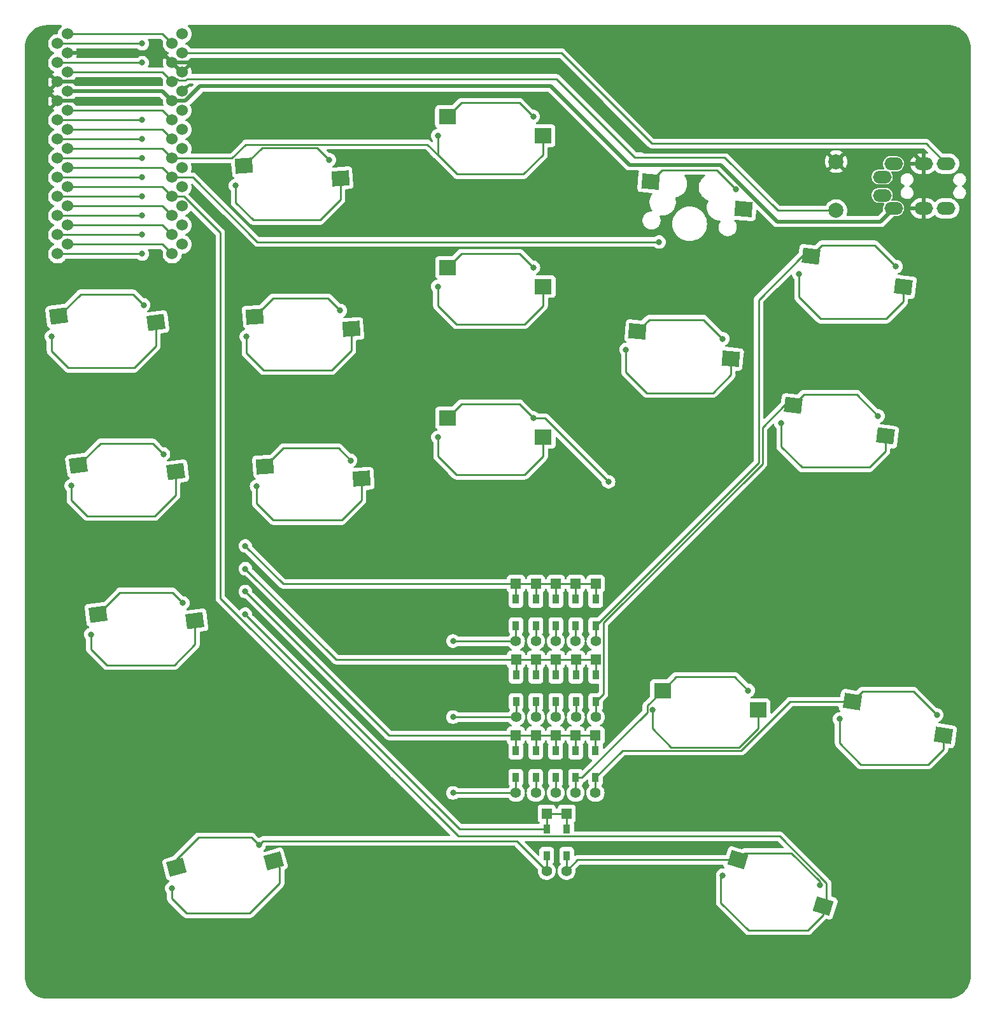
<source format=gbr>
%TF.GenerationSoftware,KiCad,Pcbnew,7.0.7*%
%TF.CreationDate,2024-05-22T00:05:12+09:00*%
%TF.ProjectId,hmproto34,686d7072-6f74-46f3-9334-2e6b69636164,rev?*%
%TF.SameCoordinates,Original*%
%TF.FileFunction,Copper,L1,Top*%
%TF.FilePolarity,Positive*%
%FSLAX46Y46*%
G04 Gerber Fmt 4.6, Leading zero omitted, Abs format (unit mm)*
G04 Created by KiCad (PCBNEW 7.0.7) date 2024-05-22 00:05:12*
%MOMM*%
%LPD*%
G01*
G04 APERTURE LIST*
G04 Aperture macros list*
%AMRotRect*
0 Rectangle, with rotation*
0 The origin of the aperture is its center*
0 $1 length*
0 $2 width*
0 $3 Rotation angle, in degrees counterclockwise*
0 Add horizontal line*
21,1,$1,$2,0,0,$3*%
G04 Aperture macros list end*
%TA.AperFunction,ComponentPad*%
%ADD10C,2.000000*%
%TD*%
%TA.AperFunction,ComponentPad*%
%ADD11R,1.397000X1.397000*%
%TD*%
%TA.AperFunction,SMDPad,CuDef*%
%ADD12R,0.950000X1.300000*%
%TD*%
%TA.AperFunction,ComponentPad*%
%ADD13C,1.397000*%
%TD*%
%TA.AperFunction,SMDPad,CuDef*%
%ADD14R,2.300000X2.000000*%
%TD*%
%TA.AperFunction,SMDPad,CuDef*%
%ADD15RotRect,2.300000X2.000000X184.000000*%
%TD*%
%TA.AperFunction,SMDPad,CuDef*%
%ADD16RotRect,2.300000X2.000000X173.000000*%
%TD*%
%TA.AperFunction,SMDPad,CuDef*%
%ADD17RotRect,2.300000X2.000000X195.000000*%
%TD*%
%TA.AperFunction,SMDPad,CuDef*%
%ADD18RotRect,2.300000X2.000000X163.000000*%
%TD*%
%TA.AperFunction,SMDPad,CuDef*%
%ADD19RotRect,2.300000X2.000000X175.000000*%
%TD*%
%TA.AperFunction,SMDPad,CuDef*%
%ADD20RotRect,2.300000X2.000000X187.500000*%
%TD*%
%TA.AperFunction,ComponentPad*%
%ADD21O,2.500000X1.700000*%
%TD*%
%TA.AperFunction,ComponentPad*%
%ADD22C,1.524000*%
%TD*%
%TA.AperFunction,SMDPad,CuDef*%
%ADD23RotRect,2.300000X2.000000X171.000000*%
%TD*%
%TA.AperFunction,ViaPad*%
%ADD24C,0.800000*%
%TD*%
%TA.AperFunction,Conductor*%
%ADD25C,0.250000*%
%TD*%
%TA.AperFunction,Conductor*%
%ADD26C,0.500000*%
%TD*%
G04 APERTURE END LIST*
D10*
%TO.P,SW20,1,1*%
%TO.N,reset*%
X119910000Y-36665000D03*
%TO.P,SW20,2,2*%
%TO.N,GND*%
X119910000Y-30165000D03*
%TD*%
D11*
%TO.P,D2,1,K*%
%TO.N,row0*%
X79980000Y-86250000D03*
D12*
X79980000Y-88285000D03*
%TO.P,D2,2,A*%
%TO.N,Net-(D2-A)*%
X79980000Y-91835000D03*
D13*
X79980000Y-93870000D03*
%TD*%
D14*
%TO.P,SW8,1,1*%
%TO.N,col2*%
X80944132Y-46755576D03*
%TO.P,SW8,2,2*%
%TO.N,Net-(D8-A)*%
X68244132Y-44215576D03*
%TD*%
D15*
%TO.P,SW12,1,1*%
%TO.N,col1*%
X56807109Y-72303565D03*
%TO.P,SW12,2,2*%
%TO.N,Net-(D12-A)*%
X43960864Y-70655660D03*
%TD*%
D11*
%TO.P,D15,1,K*%
%TO.N,row2*%
X87910000Y-106410000D03*
D12*
X87910000Y-108445000D03*
%TO.P,D15,2,A*%
%TO.N,Net-(D15-A)*%
X87910000Y-111995000D03*
D13*
X87910000Y-114030000D03*
%TD*%
D16*
%TO.P,SW10,1,1*%
%TO.N,col4*%
X126486378Y-66637892D03*
%TO.P,SW10,2,2*%
%TO.N,Net-(D10-A)*%
X114190590Y-62569084D03*
%TD*%
D11*
%TO.P,D14,1,K*%
%TO.N,row2*%
X85260000Y-106410000D03*
D12*
X85260000Y-108445000D03*
%TO.P,D14,2,A*%
%TO.N,Net-(D14-A)*%
X85260000Y-111995000D03*
D13*
X85260000Y-114030000D03*
%TD*%
D15*
%TO.P,SW7,1,1*%
%TO.N,col1*%
X55437109Y-52393565D03*
%TO.P,SW7,2,2*%
%TO.N,Net-(D7-A)*%
X42590864Y-50745660D03*
%TD*%
D11*
%TO.P,D9,1,K*%
%TO.N,row1*%
X85290000Y-96335000D03*
D12*
X85290000Y-98370000D03*
%TO.P,D9,2,A*%
%TO.N,Net-(D9-A)*%
X85290000Y-101920000D03*
D13*
X85290000Y-103955000D03*
%TD*%
D11*
%TO.P,D17,1,K*%
%TO.N,row3*%
X84070000Y-116780000D03*
D12*
X84070000Y-118815000D03*
%TO.P,D17,2,A*%
%TO.N,Net-(D17-A)*%
X84070000Y-122365000D03*
D13*
X84070000Y-124400000D03*
%TD*%
D17*
%TO.P,SW16,1,1*%
%TO.N,col0*%
X45077860Y-123081754D03*
%TO.P,SW16,2,2*%
%TO.N,Net-(D16-A)*%
X32153201Y-123915304D03*
%TD*%
D18*
%TO.P,SW17,1,1*%
%TO.N,col4*%
X118222584Y-129074912D03*
%TO.P,SW17,2,2*%
%TO.N,Net-(D17-A)*%
X106820138Y-122932777D03*
%TD*%
D11*
%TO.P,D5,1,K*%
%TO.N,row0*%
X87930000Y-86250000D03*
D12*
X87930000Y-88285000D03*
%TO.P,D5,2,A*%
%TO.N,Net-(D5-A)*%
X87930000Y-91835000D03*
D13*
X87930000Y-93870000D03*
%TD*%
D19*
%TO.P,SW9,1,1*%
%TO.N,col3*%
X105912357Y-56345484D03*
%TO.P,SW9,2,2*%
%TO.N,Net-(D9-A)*%
X93482060Y-52708271D03*
%TD*%
D20*
%TO.P,SW6,1,1*%
%TO.N,col0*%
X32067488Y-71363965D03*
%TO.P,SW6,2,2*%
%TO.N,Net-(D6-A)*%
X19144602Y-70503378D03*
%TD*%
D11*
%TO.P,D16,1,K*%
%TO.N,row3*%
X81420000Y-116780000D03*
D12*
X81420000Y-118815000D03*
%TO.P,D16,2,A*%
%TO.N,Net-(D16-A)*%
X81420000Y-122365000D03*
D13*
X81420000Y-124400000D03*
%TD*%
D11*
%TO.P,D6,1,K*%
%TO.N,row1*%
X77340000Y-96335000D03*
D12*
X77340000Y-98370000D03*
%TO.P,D6,2,A*%
%TO.N,Net-(D6-A)*%
X77340000Y-101920000D03*
D13*
X77340000Y-103955000D03*
%TD*%
D15*
%TO.P,SW2,1,1*%
%TO.N,col1*%
X53997109Y-32373565D03*
%TO.P,SW2,2,2*%
%TO.N,Net-(D2-A)*%
X41150864Y-30725660D03*
%TD*%
D21*
%TO.P,J1,A*%
%TO.N,unconnected-(J1-PadA)*%
X126040000Y-32190000D03*
X126040000Y-34640000D03*
%TO.P,J1,B*%
%TO.N,data*%
X134540000Y-30440000D03*
X134540000Y-36390000D03*
%TO.P,J1,C*%
%TO.N,GND*%
X131540000Y-30440000D03*
X131540000Y-36390000D03*
%TO.P,J1,D*%
%TO.N,VCC*%
X127540000Y-30440000D03*
X127540000Y-36390000D03*
%TD*%
D22*
%TO.P,U1,1,TX*%
%TO.N,unconnected-(U1-TX-Pad1)*%
X16370000Y-14480000D03*
X32916400Y-13210000D03*
%TO.P,U1,2,RX*%
%TO.N,data*%
X16370000Y-17020000D03*
X32916400Y-15750000D03*
%TO.P,U1,3,GND*%
%TO.N,GND*%
X16370000Y-19560000D03*
X32916400Y-18290000D03*
%TO.P,U1,4,GND*%
X16370000Y-22100000D03*
X32916400Y-20830000D03*
%TO.P,U1,5,SDA*%
%TO.N,unconnected-(U1-SDA-Pad5)*%
X16370000Y-24640000D03*
X32916400Y-23370000D03*
%TO.P,U1,6,SCL*%
%TO.N,unconnected-(U1-SCL-Pad6)*%
X16370000Y-27180000D03*
X32916400Y-25910000D03*
%TO.P,U1,7,D4*%
%TO.N,row0*%
X16370000Y-29720000D03*
X32916400Y-28450000D03*
%TO.P,U1,8,C6*%
%TO.N,row1*%
X16370000Y-32260000D03*
X32916400Y-30990000D03*
%TO.P,U1,9,D7*%
%TO.N,row2*%
X16370000Y-34800000D03*
X32916400Y-33530000D03*
%TO.P,U1,10,E6*%
%TO.N,row3*%
X16370000Y-37340000D03*
X32916400Y-36070000D03*
%TO.P,U1,11,B4*%
%TO.N,unconnected-(U1-B4-Pad11)*%
X16370000Y-39880000D03*
X32916400Y-38610000D03*
%TO.P,U1,12,B5*%
%TO.N,unconnected-(U1-B5-Pad12)*%
X16370000Y-42420000D03*
X32916400Y-41150000D03*
%TO.P,U1,13,B6*%
%TO.N,unconnected-(U1-B6-Pad13)*%
X17696400Y-41150000D03*
X31610000Y-42420000D03*
%TO.P,U1,14,B2*%
%TO.N,unconnected-(U1-B2-Pad14)*%
X17696400Y-38610000D03*
X31610000Y-39880000D03*
%TO.P,U1,15,B3*%
%TO.N,unconnected-(U1-B3-Pad15)*%
X17696400Y-36070000D03*
X31610000Y-37340000D03*
%TO.P,U1,16,B1*%
%TO.N,col4*%
X17696400Y-33530000D03*
X31610000Y-34800000D03*
%TO.P,U1,17,F7*%
%TO.N,col3*%
X17696400Y-30990000D03*
X31610000Y-32260000D03*
%TO.P,U1,18,F6*%
%TO.N,col2*%
X17696400Y-28450000D03*
X31610000Y-29720000D03*
%TO.P,U1,19,F5*%
%TO.N,col1*%
X17696400Y-25910000D03*
X31610000Y-27180000D03*
%TO.P,U1,20,F4*%
%TO.N,col0*%
X17696400Y-23370000D03*
X31610000Y-24640000D03*
%TO.P,U1,21,VCC*%
%TO.N,VCC*%
X17696400Y-20830000D03*
X31610000Y-22100000D03*
%TO.P,U1,22,RST*%
%TO.N,reset*%
X17696400Y-18290000D03*
X31610000Y-19560000D03*
%TO.P,U1,23,GND*%
%TO.N,GND*%
X17696400Y-15750000D03*
X31610000Y-17020000D03*
%TO.P,U1,24,RAW*%
%TO.N,unconnected-(U1-RAW-Pad24)*%
X17696400Y-13210000D03*
X31610000Y-14480000D03*
%TD*%
D14*
%TO.P,SW14,1,1*%
%TO.N,col3*%
X109514132Y-102965576D03*
%TO.P,SW14,2,2*%
%TO.N,Net-(D14-A)*%
X96814132Y-100425576D03*
%TD*%
%TO.P,SW3,1,1*%
%TO.N,col2*%
X80924132Y-26715576D03*
%TO.P,SW3,2,2*%
%TO.N,Net-(D3-A)*%
X68224132Y-24175576D03*
%TD*%
D19*
%TO.P,SW4,1,1*%
%TO.N,col3*%
X107632357Y-36455484D03*
%TO.P,SW4,2,2*%
%TO.N,Net-(D4-A)*%
X95202060Y-32818271D03*
%TD*%
D20*
%TO.P,SW11,1,1*%
%TO.N,col0*%
X34657488Y-91163965D03*
%TO.P,SW11,2,2*%
%TO.N,Net-(D11-A)*%
X21734602Y-90303378D03*
%TD*%
D11*
%TO.P,D4,1,K*%
%TO.N,row0*%
X85280000Y-86250000D03*
D12*
X85280000Y-88285000D03*
%TO.P,D4,2,A*%
%TO.N,Net-(D4-A)*%
X85280000Y-91835000D03*
D13*
X85280000Y-93870000D03*
%TD*%
D14*
%TO.P,SW13,1,1*%
%TO.N,col2*%
X80954132Y-66765576D03*
%TO.P,SW13,2,2*%
%TO.N,Net-(D13-A)*%
X68254132Y-64225576D03*
%TD*%
D11*
%TO.P,D12,1,K*%
%TO.N,row2*%
X79960000Y-106410000D03*
D12*
X79960000Y-108445000D03*
%TO.P,D12,2,A*%
%TO.N,Net-(D12-A)*%
X79960000Y-111995000D03*
D13*
X79960000Y-114030000D03*
%TD*%
D16*
%TO.P,SW5,1,1*%
%TO.N,col4*%
X128856378Y-46787892D03*
%TO.P,SW5,2,2*%
%TO.N,Net-(D5-A)*%
X116560590Y-42719084D03*
%TD*%
D11*
%TO.P,D7,1,K*%
%TO.N,row1*%
X79990000Y-96335000D03*
D12*
X79990000Y-98370000D03*
%TO.P,D7,2,A*%
%TO.N,Net-(D7-A)*%
X79990000Y-101920000D03*
D13*
X79990000Y-103955000D03*
%TD*%
D20*
%TO.P,SW1,1,1*%
%TO.N,col0*%
X29437488Y-51553965D03*
%TO.P,SW1,2,2*%
%TO.N,Net-(D1-A)*%
X16514602Y-50693378D03*
%TD*%
D11*
%TO.P,D10,1,K*%
%TO.N,row1*%
X87940000Y-96335000D03*
D12*
X87940000Y-98370000D03*
%TO.P,D10,2,A*%
%TO.N,Net-(D10-A)*%
X87940000Y-101920000D03*
D13*
X87940000Y-103955000D03*
%TD*%
D11*
%TO.P,D1,1,K*%
%TO.N,row0*%
X77330000Y-86250000D03*
D12*
X77330000Y-88285000D03*
%TO.P,D1,2,A*%
%TO.N,Net-(D1-A)*%
X77330000Y-91835000D03*
D13*
X77330000Y-93870000D03*
%TD*%
D11*
%TO.P,D13,1,K*%
%TO.N,row2*%
X82610000Y-106410000D03*
D12*
X82610000Y-108445000D03*
%TO.P,D13,2,A*%
%TO.N,Net-(D13-A)*%
X82610000Y-111995000D03*
D13*
X82610000Y-114030000D03*
%TD*%
D23*
%TO.P,SW15,1,1*%
%TO.N,col4*%
X134201551Y-106402381D03*
%TO.P,SW15,2,2*%
%TO.N,Net-(D15-A)*%
X122055253Y-101906935D03*
%TD*%
D11*
%TO.P,D11,1,K*%
%TO.N,row2*%
X77310000Y-106410000D03*
D12*
X77310000Y-108445000D03*
%TO.P,D11,2,A*%
%TO.N,Net-(D11-A)*%
X77310000Y-111995000D03*
D13*
X77310000Y-114030000D03*
%TD*%
D11*
%TO.P,D3,1,K*%
%TO.N,row0*%
X82630000Y-86250000D03*
D12*
X82630000Y-88285000D03*
%TO.P,D3,2,A*%
%TO.N,Net-(D3-A)*%
X82630000Y-91835000D03*
D13*
X82630000Y-93870000D03*
%TD*%
D11*
%TO.P,D8,1,K*%
%TO.N,row1*%
X82640000Y-96335000D03*
D12*
X82640000Y-98370000D03*
%TO.P,D8,2,A*%
%TO.N,Net-(D8-A)*%
X82640000Y-101920000D03*
D13*
X82640000Y-103955000D03*
%TD*%
D24*
%TO.N,row0*%
X27630000Y-29720000D03*
X41330000Y-81230000D03*
%TO.N,Net-(D1-A)*%
X27817074Y-49205379D03*
X68950000Y-93870000D03*
%TO.N,Net-(D2-A)*%
X52523094Y-29930436D03*
%TO.N,Net-(D3-A)*%
X79624132Y-24175576D03*
%TO.N,Net-(D4-A)*%
X95202060Y-32818271D03*
X106558679Y-33811847D03*
%TO.N,row1*%
X41330000Y-84253333D03*
X27630000Y-32260000D03*
%TO.N,Net-(D6-A)*%
X68950000Y-103955000D03*
X30447074Y-69015379D03*
%TO.N,Net-(D7-A)*%
X53963094Y-49950436D03*
%TO.N,Net-(D8-A)*%
X79644132Y-44215576D03*
%TO.N,Net-(D9-A)*%
X104838679Y-53701847D03*
X92961131Y-52708271D03*
%TO.N,row2*%
X27630000Y-34800000D03*
X41330000Y-87276666D03*
%TO.N,Net-(D11-A)*%
X33037074Y-88815379D03*
X68950000Y-114030000D03*
%TO.N,Net-(D12-A)*%
X55333094Y-69860436D03*
%TO.N,Net-(D13-A)*%
X89640000Y-72710000D03*
X79654132Y-64225576D03*
%TO.N,Net-(D14-A)*%
X108214132Y-100425576D03*
%TO.N,Net-(D15-A)*%
X133314900Y-103690288D03*
%TO.N,row3*%
X41330000Y-90300000D03*
X27630000Y-37340000D03*
%TO.N,Net-(D16-A)*%
X43164756Y-120964767D03*
%TO.N,Net-(D17-A)*%
X117722012Y-126265814D03*
%TO.N,Net-(D5-A)*%
X127875616Y-44108395D03*
%TO.N,Net-(D10-A)*%
X125505616Y-63958395D03*
%TO.N,data*%
X27630000Y-17020000D03*
%TO.N,GND*%
X27630000Y-22100000D03*
X27630000Y-19560000D03*
%TO.N,col0*%
X20777260Y-92991332D03*
X15557260Y-53381332D03*
X31554898Y-126705221D03*
X18187260Y-73191332D03*
%TO.N,col1*%
X42841212Y-73280156D03*
X41471212Y-53370156D03*
X40031212Y-33350156D03*
%TO.N,col2*%
X66924132Y-26715576D03*
X66944132Y-46755576D03*
X66954132Y-66765576D03*
%TO.N,col3*%
X95514132Y-102965576D03*
X91965631Y-55125303D03*
X96367381Y-40840576D03*
X107632357Y-36455484D03*
%TO.N,col4*%
X112590732Y-64931722D03*
X120373915Y-104212299D03*
X104834318Y-124981708D03*
X114960732Y-45081722D03*
%TO.N,unconnected-(U1-B5-Pad12)*%
X27630000Y-42420000D03*
%TO.N,unconnected-(U1-B4-Pad11)*%
X27630000Y-39880000D03*
%TO.N,unconnected-(U1-SCL-Pad6)*%
X27630000Y-27180000D03*
%TO.N,unconnected-(U1-SDA-Pad5)*%
X27630000Y-24640000D03*
%TO.N,unconnected-(U1-TX-Pad1)*%
X27630000Y-14480000D03*
%TD*%
D25*
%TO.N,row0*%
X16370000Y-29720000D02*
X27630000Y-29720000D01*
X79980000Y-86250000D02*
X82630000Y-86250000D01*
X87930000Y-86250000D02*
X87930000Y-88285000D01*
X85280000Y-86250000D02*
X87930000Y-86250000D01*
X77330000Y-86250000D02*
X79980000Y-86250000D01*
X46350000Y-86250000D02*
X41330000Y-81230000D01*
X82630000Y-86250000D02*
X82630000Y-88285000D01*
X79980000Y-86250000D02*
X79980000Y-88285000D01*
X77330000Y-86250000D02*
X46350000Y-86250000D01*
X77330000Y-86250000D02*
X77330000Y-88285000D01*
X85280000Y-86250000D02*
X85280000Y-88285000D01*
X82630000Y-86250000D02*
X85280000Y-86250000D01*
%TO.N,Net-(D1-A)*%
X19425480Y-47782500D02*
X26394195Y-47782500D01*
X77330000Y-93870000D02*
X68950000Y-93870000D01*
X26394195Y-47782500D02*
X27817074Y-49205379D01*
X16514602Y-50693378D02*
X19425480Y-47782500D01*
X77330000Y-91835000D02*
X77330000Y-93870000D01*
%TO.N,Net-(D2-A)*%
X50908427Y-28315769D02*
X52523094Y-29930436D01*
X41150864Y-30725660D02*
X43560755Y-28315769D01*
X79980000Y-91835000D02*
X79980000Y-93870000D01*
X43560755Y-28315769D02*
X50908427Y-28315769D01*
%TO.N,Net-(D3-A)*%
X70059132Y-22340576D02*
X77789132Y-22340576D01*
X68224132Y-24175576D02*
X70059132Y-22340576D01*
X82630000Y-91835000D02*
X82630000Y-93870000D01*
X77789132Y-22340576D02*
X79624132Y-24175576D01*
%TO.N,Net-(D4-A)*%
X104005363Y-31258531D02*
X106558679Y-33811847D01*
X95202060Y-32818271D02*
X96761800Y-31258531D01*
X96761800Y-31258531D02*
X104005363Y-31258531D01*
X85280000Y-91835000D02*
X85280000Y-93870000D01*
%TO.N,row1*%
X53411667Y-96335000D02*
X41330000Y-84253333D01*
X85290000Y-96335000D02*
X87940000Y-96335000D01*
X79990000Y-96335000D02*
X79990000Y-98370000D01*
X77340000Y-96335000D02*
X53411667Y-96335000D01*
X16370000Y-32260000D02*
X27630000Y-32260000D01*
X82640000Y-96335000D02*
X85290000Y-96335000D01*
X79990000Y-96335000D02*
X82640000Y-96335000D01*
X85290000Y-96335000D02*
X85290000Y-98370000D01*
X77340000Y-96335000D02*
X77340000Y-98370000D01*
X77340000Y-96335000D02*
X79990000Y-96335000D01*
X82640000Y-96335000D02*
X82640000Y-98370000D01*
X87940000Y-96335000D02*
X87940000Y-98370000D01*
%TO.N,Net-(D6-A)*%
X19144602Y-70503378D02*
X22055480Y-67592500D01*
X29024195Y-67592500D02*
X30447074Y-69015379D01*
X77340000Y-103955000D02*
X68950000Y-103955000D01*
X77340000Y-101920000D02*
X77340000Y-103955000D01*
X22055480Y-67592500D02*
X29024195Y-67592500D01*
%TO.N,Net-(D7-A)*%
X42590864Y-50745660D02*
X45000755Y-48335769D01*
X79990000Y-101920000D02*
X79990000Y-103955000D01*
X52348427Y-48335769D02*
X53963094Y-49950436D01*
X45000755Y-48335769D02*
X52348427Y-48335769D01*
%TO.N,Net-(D8-A)*%
X82640000Y-101920000D02*
X82640000Y-103955000D01*
X77809132Y-42380576D02*
X79644132Y-44215576D01*
X70079132Y-42380576D02*
X77809132Y-42380576D01*
X68244132Y-44215576D02*
X70079132Y-42380576D01*
%TO.N,Net-(D9-A)*%
X95041800Y-51148531D02*
X102285363Y-51148531D01*
X85290000Y-101920000D02*
X85290000Y-103955000D01*
X102285363Y-51148531D02*
X104838679Y-53701847D01*
X93482060Y-52708271D02*
X95041800Y-51148531D01*
%TO.N,row2*%
X77310000Y-106410000D02*
X77310000Y-108445000D01*
X85260000Y-106410000D02*
X85260000Y-108445000D01*
X82610000Y-106410000D02*
X85260000Y-106410000D01*
X87910000Y-106410000D02*
X87910000Y-108445000D01*
X60463334Y-106410000D02*
X41330000Y-87276666D01*
X16370000Y-34800000D02*
X27630000Y-34800000D01*
X82610000Y-106410000D02*
X79960000Y-106410000D01*
X77310000Y-106410000D02*
X60463334Y-106410000D01*
X77310000Y-106410000D02*
X79960000Y-106410000D01*
X79960000Y-106410000D02*
X79960000Y-108445000D01*
X85260000Y-106410000D02*
X87910000Y-106410000D01*
X82610000Y-106410000D02*
X82610000Y-108445000D01*
%TO.N,Net-(D11-A)*%
X77310000Y-114030000D02*
X68950000Y-114030000D01*
X31614195Y-87392500D02*
X33037074Y-88815379D01*
X24645480Y-87392500D02*
X31614195Y-87392500D01*
X77310000Y-111995000D02*
X77310000Y-114030000D01*
X21734602Y-90303378D02*
X24645480Y-87392500D01*
%TO.N,Net-(D12-A)*%
X43960864Y-70655660D02*
X46370755Y-68245769D01*
X79960000Y-111995000D02*
X79960000Y-114030000D01*
X53718427Y-68245769D02*
X55333094Y-69860436D01*
X46370755Y-68245769D02*
X53718427Y-68245769D01*
%TO.N,Net-(D13-A)*%
X70089132Y-62390576D02*
X77819132Y-62390576D01*
X68254132Y-64225576D02*
X70089132Y-62390576D01*
X81155576Y-64225576D02*
X89640000Y-72710000D01*
X82610000Y-111995000D02*
X82610000Y-114030000D01*
X79654132Y-64225576D02*
X81155576Y-64225576D01*
X77819132Y-62390576D02*
X79654132Y-64225576D01*
%TO.N,Net-(D14-A)*%
X94789132Y-103340868D02*
X86135000Y-111995000D01*
X96814132Y-100425576D02*
X94789132Y-102450576D01*
X106379132Y-98590576D02*
X108214132Y-100425576D01*
X86135000Y-111995000D02*
X85260000Y-111995000D01*
X85260000Y-111995000D02*
X85260000Y-114030000D01*
X94789132Y-102450576D02*
X94789132Y-103340868D01*
X98649132Y-98590576D02*
X106379132Y-98590576D01*
X96814132Y-100425576D02*
X98649132Y-98590576D01*
%TO.N,Net-(D15-A)*%
X122055253Y-101906935D02*
X123396412Y-100565776D01*
X123396412Y-100565776D02*
X130190388Y-100565776D01*
X107279424Y-108420576D02*
X91484424Y-108420576D01*
X130190388Y-100565776D02*
X133314900Y-103690288D01*
X113793065Y-101906935D02*
X107279424Y-108420576D01*
X91484424Y-108420576D02*
X87910000Y-111995000D01*
X87910000Y-111995000D02*
X87910000Y-114030000D01*
X122055253Y-101906935D02*
X113793065Y-101906935D01*
%TO.N,row3*%
X69845000Y-118815000D02*
X41330000Y-90300000D01*
X81420000Y-118815000D02*
X69845000Y-118815000D01*
X16370000Y-37340000D02*
X27630000Y-37340000D01*
X84070000Y-116780000D02*
X84070000Y-118815000D01*
X81420000Y-116780000D02*
X81420000Y-118815000D01*
X84070000Y-116780000D02*
X81420000Y-116780000D01*
%TO.N,Net-(D16-A)*%
X77440000Y-120420000D02*
X81420000Y-124400000D01*
X42146261Y-119946272D02*
X43164756Y-120964767D01*
X32153201Y-122880028D02*
X35086957Y-119946272D01*
X81420000Y-122365000D02*
X81420000Y-124400000D01*
X35086957Y-119946272D02*
X42146261Y-119946272D01*
X43709523Y-120420000D02*
X77440000Y-120420000D01*
X32153201Y-123915304D02*
X32153201Y-122880028D01*
X43164756Y-120964767D02*
X43709523Y-120420000D01*
%TO.N,Net-(D17-A)*%
X113979796Y-122019924D02*
X117722012Y-125762140D01*
X106820138Y-122932777D02*
X85537223Y-122932777D01*
X106820138Y-122932777D02*
X107732991Y-122019924D01*
X85537223Y-122932777D02*
X84070000Y-124400000D01*
X107732991Y-122019924D02*
X113979796Y-122019924D01*
X117722012Y-125762140D02*
X117722012Y-126265814D01*
X84070000Y-122365000D02*
X84070000Y-124400000D01*
%TO.N,Net-(D5-A)*%
X125036114Y-41268893D02*
X127875616Y-44108395D01*
X109600000Y-48521038D02*
X109600000Y-70165000D01*
X109600000Y-70165000D02*
X87930000Y-91835000D01*
X116560590Y-42719084D02*
X118010781Y-41268893D01*
X116560590Y-42719084D02*
X115401954Y-42719084D01*
X87930000Y-91835000D02*
X87930000Y-93870000D01*
X115401954Y-42719084D02*
X109600000Y-48521038D01*
X118010781Y-41268893D02*
X125036114Y-41268893D01*
%TO.N,Net-(D10-A)*%
X87940000Y-101920000D02*
X87940000Y-103955000D01*
X114190590Y-62569084D02*
X115640781Y-61118893D01*
X110110000Y-70291396D02*
X88963500Y-91437896D01*
X88963500Y-100896500D02*
X87940000Y-101920000D01*
X114190590Y-62569084D02*
X113031954Y-62569084D01*
X122666114Y-61118893D02*
X125505616Y-63958395D01*
X113031954Y-62569084D02*
X110110000Y-65491038D01*
X115640781Y-61118893D02*
X122666114Y-61118893D01*
X88963500Y-91437896D02*
X88963500Y-100896500D01*
X110110000Y-65491038D02*
X110110000Y-70291396D01*
D26*
%TO.N,VCC*%
X33360000Y-22100000D02*
X31610000Y-22100000D01*
X35325000Y-20135000D02*
X33360000Y-22100000D01*
X30340000Y-20830000D02*
X31610000Y-22100000D01*
X81981828Y-20135000D02*
X35325000Y-20135000D01*
X17696400Y-20830000D02*
X30340000Y-20830000D01*
X127540000Y-36390000D02*
X125815000Y-38115000D01*
X112063914Y-38115000D02*
X104528914Y-30580000D01*
X92426828Y-30580000D02*
X81981828Y-20135000D01*
X104528914Y-30580000D02*
X92426828Y-30580000D01*
X125815000Y-38115000D02*
X112063914Y-38115000D01*
D25*
%TO.N,data*%
X131870000Y-27770000D02*
X95430000Y-27770000D01*
X134540000Y-30440000D02*
X131870000Y-27770000D01*
X16370000Y-17020000D02*
X27630000Y-17020000D01*
X95430000Y-27770000D02*
X83410000Y-15750000D01*
X83410000Y-15750000D02*
X32916400Y-15750000D01*
D26*
%TO.N,GND*%
X120910000Y-29165000D02*
X130265000Y-29165000D01*
X82520000Y-17020000D02*
X94360000Y-28860000D01*
X30340000Y-15750000D02*
X31610000Y-17020000D01*
X17696400Y-15750000D02*
X30340000Y-15750000D01*
X94360000Y-28860000D02*
X118605000Y-28860000D01*
X31610000Y-17020000D02*
X82520000Y-17020000D01*
X119910000Y-30165000D02*
X120910000Y-29165000D01*
X27630000Y-22100000D02*
X16370000Y-22100000D01*
X130265000Y-29165000D02*
X131540000Y-30440000D01*
X27630000Y-19560000D02*
X16370000Y-19560000D01*
X118605000Y-28860000D02*
X119910000Y-30165000D01*
D25*
%TO.N,col0*%
X17805110Y-57570000D02*
X15557260Y-55322150D01*
X31876432Y-97060576D02*
X22905686Y-97060576D01*
X15557260Y-55322150D02*
X15557260Y-53381332D01*
X45894357Y-126065643D02*
X41934623Y-130025377D01*
X41934623Y-130025377D02*
X33495377Y-130025377D01*
X45077860Y-123081754D02*
X45894357Y-123898251D01*
X33495377Y-130025377D02*
X31554898Y-128084898D01*
X20777260Y-94932150D02*
X20777260Y-92991332D01*
X32067488Y-74479520D02*
X29286432Y-77260576D01*
X31554898Y-128084898D02*
X31554898Y-126705221D01*
X26537008Y-57570000D02*
X17805110Y-57570000D01*
X22905686Y-97060576D02*
X20777260Y-94932150D01*
X34657488Y-91163965D02*
X34657488Y-94279520D01*
X29286432Y-77260576D02*
X20315686Y-77260576D01*
X32067488Y-71363965D02*
X32067488Y-74479520D01*
X17696400Y-23370000D02*
X30340000Y-23370000D01*
X30340000Y-23370000D02*
X31610000Y-24640000D01*
X34657488Y-94279520D02*
X31876432Y-97060576D01*
X20315686Y-77260576D02*
X18187260Y-75132150D01*
X45894357Y-123898251D02*
X45894357Y-126065643D01*
X18187260Y-75132150D02*
X18187260Y-73191332D01*
X29437488Y-54669520D02*
X26537008Y-57570000D01*
X29437488Y-51553965D02*
X29437488Y-54669520D01*
%TO.N,col1*%
X56807109Y-72303565D02*
X56807109Y-75149694D01*
X55437109Y-55239694D02*
X52796227Y-57880576D01*
X53997109Y-32373565D02*
X53997109Y-35219694D01*
X54166227Y-77790576D02*
X45060576Y-77790576D01*
X51286803Y-37930000D02*
X42392735Y-37930000D01*
X42392735Y-37930000D02*
X40031212Y-35568477D01*
X30340000Y-25910000D02*
X31610000Y-27180000D01*
X45060576Y-77790576D02*
X42841212Y-75571212D01*
X55437109Y-52393565D02*
X55437109Y-55239694D01*
X56807109Y-75149694D02*
X54166227Y-77790576D01*
X41471212Y-55588477D02*
X41471212Y-53370156D01*
X42841212Y-75571212D02*
X42841212Y-73280156D01*
X17696400Y-25910000D02*
X30340000Y-25910000D01*
X40031212Y-35568477D02*
X40031212Y-33350156D01*
X52796227Y-57880576D02*
X43763311Y-57880576D01*
X53997109Y-35219694D02*
X51286803Y-37930000D01*
X43763311Y-57880576D02*
X41471212Y-55588477D01*
%TO.N,col2*%
X80954132Y-69299409D02*
X78482965Y-71770576D01*
X78482965Y-71770576D02*
X69425299Y-71770576D01*
X80954132Y-66765576D02*
X80954132Y-69299409D01*
X31610000Y-29720000D02*
X39562605Y-29720000D01*
X69514723Y-31840000D02*
X66924132Y-29249409D01*
X80944132Y-46755576D02*
X80944132Y-49289409D01*
X78333541Y-31840000D02*
X69514723Y-31840000D01*
X66944132Y-49324132D02*
X66944132Y-46755576D01*
X41416836Y-27865769D02*
X65540492Y-27865769D01*
X69425299Y-71770576D02*
X66954132Y-69299409D01*
X80924132Y-26715576D02*
X80924132Y-29249409D01*
X78472965Y-51760576D02*
X69380576Y-51760576D01*
X80944132Y-49289409D02*
X78472965Y-51760576D01*
X30340000Y-28450000D02*
X31610000Y-29720000D01*
X66954132Y-69299409D02*
X66954132Y-66765576D01*
X69380576Y-51760576D02*
X66944132Y-49324132D01*
X80924132Y-29249409D02*
X78333541Y-31840000D01*
X66924132Y-29249409D02*
X66924132Y-26715576D01*
X65540492Y-27865769D02*
X66924132Y-29249409D01*
X17696400Y-28450000D02*
X30340000Y-28450000D01*
X39562605Y-29720000D02*
X41416836Y-27865769D01*
X31793000Y-29537000D02*
X31610000Y-29720000D01*
%TO.N,col3*%
X17696400Y-30990000D02*
X30340000Y-30990000D01*
X34370000Y-32260000D02*
X42950576Y-40840576D01*
X91965631Y-58145631D02*
X91965631Y-55125303D01*
X109514132Y-105499409D02*
X107042965Y-107970576D01*
X107042965Y-107970576D02*
X97985299Y-107970576D01*
X109514132Y-102965576D02*
X109514132Y-105499409D01*
X97985299Y-107970576D02*
X95514132Y-105499409D01*
X95514132Y-105499409D02*
X95514132Y-102965576D01*
X103496961Y-60900000D02*
X94720000Y-60900000D01*
X105912357Y-56345484D02*
X105912357Y-58484604D01*
X31610000Y-32260000D02*
X34370000Y-32260000D01*
X30340000Y-30990000D02*
X31610000Y-32260000D01*
X94720000Y-60900000D02*
X91965631Y-58145631D01*
X105912357Y-58484604D02*
X103496961Y-60900000D01*
X42950576Y-40840576D02*
X96367381Y-40840576D01*
%TO.N,col4*%
X117831685Y-51030000D02*
X114960732Y-48159047D01*
X31610000Y-34800000D02*
X33183651Y-34800000D01*
X116180993Y-132305824D02*
X108275824Y-132305824D01*
X118222584Y-130264233D02*
X116180993Y-132305824D01*
X38000000Y-88170000D02*
X69630000Y-119800000D01*
X38000000Y-39616349D02*
X38000000Y-88170000D01*
X126486378Y-68618393D02*
X124334195Y-70770576D01*
X120373915Y-107441962D02*
X120373915Y-104212299D01*
X126594771Y-51030000D02*
X117831685Y-51030000D01*
X104591104Y-125224922D02*
X104834318Y-124981708D01*
X126486378Y-66637892D02*
X126486378Y-68618393D01*
X108275824Y-132305824D02*
X104591104Y-128621104D01*
X124334195Y-70770576D02*
X115352261Y-70770576D01*
X112590732Y-68009047D02*
X112590732Y-64931722D01*
X128856378Y-46787892D02*
X128856378Y-48768393D01*
X104591104Y-128621104D02*
X104591104Y-125224922D01*
X33183651Y-34800000D02*
X38000000Y-39616349D01*
X114960732Y-48159047D02*
X114960732Y-45081722D01*
X112396268Y-119800000D02*
X118640000Y-126043732D01*
X118640000Y-126043732D02*
X118640000Y-128657496D01*
X115352261Y-70770576D02*
X112590732Y-68009047D01*
X134201551Y-106402381D02*
X134201551Y-108224134D01*
X118222584Y-129074912D02*
X118222584Y-130264233D01*
X69630000Y-119800000D02*
X112396268Y-119800000D01*
X123212529Y-110280576D02*
X120373915Y-107441962D01*
X128856378Y-48768393D02*
X126594771Y-51030000D01*
X30340000Y-33530000D02*
X31610000Y-34800000D01*
X118640000Y-128657496D02*
X118222584Y-129074912D01*
X132145109Y-110280576D02*
X123212529Y-110280576D01*
X17696400Y-33530000D02*
X30340000Y-33530000D01*
X134201551Y-108224134D02*
X132145109Y-110280576D01*
%TO.N,reset*%
X32010000Y-19160000D02*
X31610000Y-19560000D01*
X119910000Y-36665000D02*
X112145000Y-36665000D01*
X82690000Y-19160000D02*
X33583651Y-19160000D01*
X33366651Y-19377000D02*
X32466149Y-19377000D01*
X30340000Y-18290000D02*
X31610000Y-19560000D01*
X32466149Y-19377000D02*
X32249149Y-19160000D01*
X17696400Y-18290000D02*
X30340000Y-18290000D01*
X32249149Y-19160000D02*
X32010000Y-19160000D01*
X105060000Y-29580000D02*
X93110000Y-29580000D01*
X93110000Y-29580000D02*
X82690000Y-19160000D01*
X112145000Y-36665000D02*
X105060000Y-29580000D01*
X33583651Y-19160000D02*
X33366651Y-19377000D01*
%TO.N,unconnected-(U1-RAW-Pad24)*%
X30340000Y-13210000D02*
X31610000Y-14480000D01*
X17696400Y-13210000D02*
X30340000Y-13210000D01*
%TO.N,unconnected-(U1-B3-Pad15)*%
X17696400Y-36070000D02*
X30340000Y-36070000D01*
X30340000Y-36070000D02*
X31610000Y-37340000D01*
%TO.N,unconnected-(U1-B2-Pad14)*%
X17696400Y-38610000D02*
X30340000Y-38610000D01*
X30340000Y-38610000D02*
X31610000Y-39880000D01*
%TO.N,unconnected-(U1-B6-Pad13)*%
X30340000Y-41150000D02*
X31610000Y-42420000D01*
X17696400Y-41150000D02*
X30340000Y-41150000D01*
%TO.N,unconnected-(U1-B5-Pad12)*%
X16370000Y-42420000D02*
X27630000Y-42420000D01*
%TO.N,unconnected-(U1-B4-Pad11)*%
X16370000Y-39880000D02*
X27630000Y-39880000D01*
%TO.N,unconnected-(U1-SCL-Pad6)*%
X16370000Y-27180000D02*
X27630000Y-27180000D01*
%TO.N,unconnected-(U1-SDA-Pad5)*%
X16370000Y-24640000D02*
X27630000Y-24640000D01*
%TO.N,unconnected-(U1-TX-Pad1)*%
X16370000Y-14480000D02*
X27630000Y-14480000D01*
%TD*%
%TA.AperFunction,Conductor*%
%TO.N,GND*%
G36*
X134974523Y-12010120D02*
G01*
X135147927Y-12020965D01*
X135154106Y-12021666D01*
X135304463Y-12046454D01*
X135467569Y-12075227D01*
X135473210Y-12076497D01*
X135624436Y-12118043D01*
X135755940Y-12156830D01*
X135779419Y-12163755D01*
X135784438Y-12165472D01*
X135932311Y-12223309D01*
X136079850Y-12285516D01*
X136084241Y-12287574D01*
X136226216Y-12361047D01*
X136365286Y-12439060D01*
X136369044Y-12441347D01*
X136423662Y-12477308D01*
X136503161Y-12529653D01*
X136572956Y-12579840D01*
X136632441Y-12622615D01*
X136635566Y-12625017D01*
X136758907Y-12726193D01*
X136761191Y-12728161D01*
X136814653Y-12776548D01*
X136878176Y-12834042D01*
X136880676Y-12836436D01*
X136992811Y-12949997D01*
X136995185Y-12952540D01*
X137099575Y-13070848D01*
X137101514Y-13073157D01*
X137201121Y-13197764D01*
X137203484Y-13200920D01*
X137294798Y-13331354D01*
X137381404Y-13466580D01*
X137383647Y-13470372D01*
X137459901Y-13610427D01*
X137505859Y-13702051D01*
X137522347Y-13734922D01*
X137531560Y-13753288D01*
X137533571Y-13757724D01*
X137579988Y-13871819D01*
X137593922Y-13906069D01*
X137601728Y-13926793D01*
X137649864Y-14054605D01*
X137651527Y-14059672D01*
X137695291Y-14215267D01*
X137734906Y-14366945D01*
X137736107Y-14372616D01*
X137762830Y-14536146D01*
X137785699Y-14686697D01*
X137786326Y-14692928D01*
X137794325Y-14853502D01*
X137794402Y-14856491D01*
X137801824Y-19655513D01*
X137807585Y-125476491D01*
X137808284Y-138327035D01*
X137808288Y-138390240D01*
X137808181Y-138393880D01*
X137800557Y-138523668D01*
X137789035Y-138707903D01*
X137788330Y-138714122D01*
X137763554Y-138864412D01*
X137734774Y-139027553D01*
X137733501Y-139033209D01*
X137691967Y-139184398D01*
X137646243Y-139339420D01*
X137644516Y-139344466D01*
X137586699Y-139492289D01*
X137524486Y-139639840D01*
X137522419Y-139644250D01*
X137448957Y-139786205D01*
X137370942Y-139925280D01*
X137368652Y-139929044D01*
X137280353Y-140063152D01*
X137256073Y-140096918D01*
X137187383Y-140192441D01*
X137184981Y-140195566D01*
X137083805Y-140318907D01*
X137081837Y-140321191D01*
X136975968Y-140438164D01*
X136973562Y-140440676D01*
X136860001Y-140552811D01*
X136857458Y-140555185D01*
X136739150Y-140659575D01*
X136736841Y-140661514D01*
X136612234Y-140761121D01*
X136609079Y-140763483D01*
X136478645Y-140854798D01*
X136343418Y-140941404D01*
X136339626Y-140943647D01*
X136199572Y-141019901D01*
X136056709Y-141091560D01*
X136052274Y-141093571D01*
X135903924Y-141153925D01*
X135755392Y-141209864D01*
X135750326Y-141211527D01*
X135594732Y-141255291D01*
X135443053Y-141294906D01*
X135437382Y-141296107D01*
X135289214Y-141320320D01*
X135269305Y-141321943D01*
X67402881Y-141370415D01*
X14961847Y-141377295D01*
X14958203Y-141377189D01*
X14826225Y-141369436D01*
X14644338Y-141358069D01*
X14638115Y-141357364D01*
X14485942Y-141332275D01*
X14324726Y-141303834D01*
X14319070Y-141302561D01*
X14166712Y-141260704D01*
X14086412Y-141237020D01*
X14012873Y-141215329D01*
X14007827Y-141213601D01*
X13859096Y-141155429D01*
X13712467Y-141093604D01*
X13708058Y-141091537D01*
X13565350Y-141017685D01*
X13429367Y-140941404D01*
X13427033Y-140940094D01*
X13423271Y-140937804D01*
X13288537Y-140849093D01*
X13159861Y-140756565D01*
X13156788Y-140754203D01*
X13070512Y-140683431D01*
X13032858Y-140652542D01*
X13030575Y-140650575D01*
X12914174Y-140545223D01*
X12911684Y-140542839D01*
X12799008Y-140428730D01*
X12796661Y-140426216D01*
X12721126Y-140340609D01*
X12692763Y-140308464D01*
X12690835Y-140306169D01*
X12590763Y-140180981D01*
X12588420Y-140177850D01*
X12497544Y-140048041D01*
X12410538Y-139912192D01*
X12408297Y-139908402D01*
X12384476Y-139864651D01*
X12332467Y-139769127D01*
X12260408Y-139625464D01*
X12258397Y-139621029D01*
X12198453Y-139473684D01*
X12142144Y-139324176D01*
X12140482Y-139319111D01*
X12097075Y-139164784D01*
X12057130Y-139011847D01*
X12055932Y-139006186D01*
X12029520Y-138844555D01*
X12028599Y-138838492D01*
X12006360Y-138692098D01*
X12005739Y-138685929D01*
X11996691Y-138504309D01*
X11990573Y-138371510D01*
X11990510Y-138368312D01*
X11990726Y-138332173D01*
X11990496Y-138327050D01*
X11988029Y-92991332D01*
X19871800Y-92991332D01*
X19891586Y-93179588D01*
X19891587Y-93179591D01*
X19950078Y-93359609D01*
X19950081Y-93359616D01*
X20044727Y-93523548D01*
X20088032Y-93571642D01*
X20119910Y-93607047D01*
X20150140Y-93670038D01*
X20151760Y-93690019D01*
X20151760Y-94849405D01*
X20150035Y-94865022D01*
X20150321Y-94865049D01*
X20149586Y-94872815D01*
X20151760Y-94941964D01*
X20151760Y-94971493D01*
X20151761Y-94971510D01*
X20152628Y-94978381D01*
X20153086Y-94984200D01*
X20154550Y-95030774D01*
X20154551Y-95030777D01*
X20160140Y-95050017D01*
X20164084Y-95069061D01*
X20166596Y-95088942D01*
X20182999Y-95130373D01*
X20183750Y-95132269D01*
X20185642Y-95137797D01*
X20198641Y-95182538D01*
X20208840Y-95199784D01*
X20217396Y-95217250D01*
X20223343Y-95232267D01*
X20224774Y-95235882D01*
X20252158Y-95273573D01*
X20255366Y-95278457D01*
X20279087Y-95318566D01*
X20279093Y-95318574D01*
X20293250Y-95332730D01*
X20305888Y-95347526D01*
X20317665Y-95363736D01*
X20317666Y-95363737D01*
X20353569Y-95393438D01*
X20357880Y-95397360D01*
X21900955Y-96940436D01*
X22404883Y-97444364D01*
X22414708Y-97456627D01*
X22414929Y-97456445D01*
X22419900Y-97462454D01*
X22440729Y-97482013D01*
X22470321Y-97509802D01*
X22491215Y-97530696D01*
X22496697Y-97534949D01*
X22501129Y-97538733D01*
X22535104Y-97570638D01*
X22552662Y-97580290D01*
X22568919Y-97590969D01*
X22584750Y-97603249D01*
X22604423Y-97611762D01*
X22627519Y-97621758D01*
X22632763Y-97624326D01*
X22673594Y-97646773D01*
X22686209Y-97650011D01*
X22692991Y-97651753D01*
X22711405Y-97658057D01*
X22729790Y-97666014D01*
X22775843Y-97673308D01*
X22781512Y-97674482D01*
X22826667Y-97686076D01*
X22846702Y-97686076D01*
X22866099Y-97687602D01*
X22885882Y-97690736D01*
X22932269Y-97686351D01*
X22938108Y-97686076D01*
X31793689Y-97686076D01*
X31809309Y-97687800D01*
X31809336Y-97687515D01*
X31817092Y-97688247D01*
X31817099Y-97688249D01*
X31886246Y-97686076D01*
X31915782Y-97686076D01*
X31922660Y-97685206D01*
X31928473Y-97684748D01*
X31975059Y-97683285D01*
X31994301Y-97677693D01*
X32013344Y-97673750D01*
X32033224Y-97671240D01*
X32076554Y-97654083D01*
X32082078Y-97652193D01*
X32085828Y-97651103D01*
X32126822Y-97639194D01*
X32144061Y-97628998D01*
X32161535Y-97620438D01*
X32180159Y-97613064D01*
X32180159Y-97613063D01*
X32180164Y-97613062D01*
X32217881Y-97585658D01*
X32222737Y-97582468D01*
X32262852Y-97558746D01*
X32277021Y-97544575D01*
X32291811Y-97531944D01*
X32308019Y-97520170D01*
X32337731Y-97484252D01*
X32341644Y-97479952D01*
X35041276Y-94780321D01*
X35053530Y-94770506D01*
X35053347Y-94770284D01*
X35059354Y-94765312D01*
X35059365Y-94765306D01*
X35091447Y-94731142D01*
X35106715Y-94714884D01*
X35117159Y-94704438D01*
X35127608Y-94693991D01*
X35131867Y-94688498D01*
X35135640Y-94684081D01*
X35167550Y-94650102D01*
X35177201Y-94632544D01*
X35187884Y-94616281D01*
X35200161Y-94600456D01*
X35218673Y-94557673D01*
X35221226Y-94552461D01*
X35243685Y-94511612D01*
X35248668Y-94492200D01*
X35254969Y-94473800D01*
X35262925Y-94455416D01*
X35270217Y-94409372D01*
X35271394Y-94403691D01*
X35282988Y-94358539D01*
X35282988Y-94338502D01*
X35284515Y-94319102D01*
X35287648Y-94299324D01*
X35283263Y-94252935D01*
X35282988Y-94247097D01*
X35282988Y-92703807D01*
X35302673Y-92636768D01*
X35355477Y-92591013D01*
X35390797Y-92580869D01*
X36040966Y-92495273D01*
X36099231Y-92481139D01*
X36226361Y-92413673D01*
X36329332Y-92313123D01*
X36379391Y-92223987D01*
X36399805Y-92187639D01*
X36399805Y-92187638D01*
X36399805Y-92187637D01*
X36399806Y-92187636D01*
X36432069Y-92047376D01*
X36430643Y-91987440D01*
X36157092Y-89909624D01*
X36142958Y-89851360D01*
X36075492Y-89724230D01*
X35974941Y-89621259D01*
X35974938Y-89621257D01*
X35849456Y-89550785D01*
X35709201Y-89518523D01*
X35709197Y-89518522D01*
X35709195Y-89518522D01*
X35709193Y-89518522D01*
X35649261Y-89519947D01*
X35649245Y-89519949D01*
X33629752Y-89785821D01*
X33560717Y-89775055D01*
X33508461Y-89728675D01*
X33489576Y-89661406D01*
X33510057Y-89594606D01*
X33540678Y-89562567D01*
X33642945Y-89488267D01*
X33769607Y-89347595D01*
X33864253Y-89183663D01*
X33922748Y-89003635D01*
X33942534Y-88815379D01*
X33922748Y-88627123D01*
X33864253Y-88447095D01*
X33769607Y-88283163D01*
X33642945Y-88142491D01*
X33642944Y-88142490D01*
X33489808Y-88031230D01*
X33489803Y-88031227D01*
X33316881Y-87954236D01*
X33316876Y-87954234D01*
X33171074Y-87923244D01*
X33131720Y-87914879D01*
X33131719Y-87914879D01*
X33072526Y-87914879D01*
X33005487Y-87895194D01*
X32984845Y-87878560D01*
X32114998Y-87008712D01*
X32105175Y-86996450D01*
X32104954Y-86996634D01*
X32099981Y-86990623D01*
X32081354Y-86973131D01*
X32049559Y-86943273D01*
X32038747Y-86932461D01*
X32028670Y-86922383D01*
X32023181Y-86918125D01*
X32018756Y-86914347D01*
X31984777Y-86882438D01*
X31984775Y-86882436D01*
X31984772Y-86882435D01*
X31967224Y-86872788D01*
X31950958Y-86862104D01*
X31935128Y-86849825D01*
X31892363Y-86831318D01*
X31887117Y-86828748D01*
X31846288Y-86806303D01*
X31846287Y-86806302D01*
X31826888Y-86801322D01*
X31808476Y-86795018D01*
X31790093Y-86787062D01*
X31790087Y-86787060D01*
X31744069Y-86779772D01*
X31738347Y-86778587D01*
X31693216Y-86767000D01*
X31693214Y-86767000D01*
X31673179Y-86767000D01*
X31653781Y-86765473D01*
X31646357Y-86764297D01*
X31634000Y-86762340D01*
X31633999Y-86762340D01*
X31587611Y-86766725D01*
X31581773Y-86767000D01*
X24728218Y-86767000D01*
X24712601Y-86765276D01*
X24712574Y-86765562D01*
X24704812Y-86764827D01*
X24635684Y-86767000D01*
X24606130Y-86767000D01*
X24605409Y-86767090D01*
X24599237Y-86767869D01*
X24593425Y-86768326D01*
X24546853Y-86769790D01*
X24546852Y-86769790D01*
X24527609Y-86775381D01*
X24508559Y-86779325D01*
X24488691Y-86781834D01*
X24488689Y-86781835D01*
X24445364Y-86798988D01*
X24439837Y-86800880D01*
X24395090Y-86813881D01*
X24395089Y-86813882D01*
X24377847Y-86824079D01*
X24360379Y-86832637D01*
X24341749Y-86840013D01*
X24341747Y-86840014D01*
X24304056Y-86867398D01*
X24299174Y-86870605D01*
X24259059Y-86894330D01*
X24244888Y-86908500D01*
X24230103Y-86921128D01*
X24214506Y-86932461D01*
X24213892Y-86932907D01*
X24184189Y-86968810D01*
X24180257Y-86973131D01*
X22488564Y-88664823D01*
X22427241Y-88698308D01*
X22417068Y-88700081D01*
X20351128Y-88972069D01*
X20292860Y-88986203D01*
X20292856Y-88986205D01*
X20165727Y-89053671D01*
X20062757Y-89154220D01*
X20062756Y-89154222D01*
X19992284Y-89279703D01*
X19992284Y-89279704D01*
X19960022Y-89419960D01*
X19960021Y-89419968D01*
X19961446Y-89479899D01*
X19961448Y-89479915D01*
X20234997Y-91557714D01*
X20234998Y-91557719D01*
X20249132Y-91615983D01*
X20316598Y-91743113D01*
X20417149Y-91846084D01*
X20520281Y-91904003D01*
X20569093Y-91953992D01*
X20583131Y-92022437D01*
X20557936Y-92087606D01*
X20503356Y-92127459D01*
X20503394Y-92127544D01*
X20503000Y-92127719D01*
X20501508Y-92128809D01*
X20497888Y-92130047D01*
X20497459Y-92130186D01*
X20324530Y-92207180D01*
X20324525Y-92207183D01*
X20171389Y-92318443D01*
X20044726Y-92459117D01*
X19950081Y-92623047D01*
X19950078Y-92623054D01*
X19896683Y-92787388D01*
X19891586Y-92803076D01*
X19871800Y-92991332D01*
X11988029Y-92991332D01*
X11986951Y-73191332D01*
X17281800Y-73191332D01*
X17301586Y-73379588D01*
X17301587Y-73379591D01*
X17360078Y-73559609D01*
X17360081Y-73559616D01*
X17454726Y-73723547D01*
X17529909Y-73807047D01*
X17560139Y-73870039D01*
X17561759Y-73890019D01*
X17561760Y-75049405D01*
X17560035Y-75065022D01*
X17560321Y-75065049D01*
X17559586Y-75072815D01*
X17561760Y-75141964D01*
X17561760Y-75171493D01*
X17561761Y-75171510D01*
X17562628Y-75178381D01*
X17563086Y-75184200D01*
X17564550Y-75230774D01*
X17564551Y-75230777D01*
X17570140Y-75250017D01*
X17574084Y-75269061D01*
X17576596Y-75288942D01*
X17582218Y-75303142D01*
X17593750Y-75332269D01*
X17595642Y-75337797D01*
X17608641Y-75382538D01*
X17618840Y-75399784D01*
X17627396Y-75417250D01*
X17634774Y-75435882D01*
X17660020Y-75470631D01*
X17662158Y-75473573D01*
X17665366Y-75478457D01*
X17689087Y-75518566D01*
X17689093Y-75518574D01*
X17703250Y-75532730D01*
X17715888Y-75547526D01*
X17727665Y-75563736D01*
X17727666Y-75563737D01*
X17763569Y-75593438D01*
X17767880Y-75597360D01*
X19315510Y-77144991D01*
X19814883Y-77644364D01*
X19824708Y-77656627D01*
X19824929Y-77656445D01*
X19829900Y-77662454D01*
X19850729Y-77682013D01*
X19880321Y-77709802D01*
X19901215Y-77730696D01*
X19906697Y-77734949D01*
X19911129Y-77738733D01*
X19945104Y-77770638D01*
X19962662Y-77780290D01*
X19978919Y-77790969D01*
X19994750Y-77803249D01*
X20014423Y-77811762D01*
X20037519Y-77821758D01*
X20042763Y-77824326D01*
X20083594Y-77846773D01*
X20096209Y-77850011D01*
X20102991Y-77851753D01*
X20121405Y-77858057D01*
X20139790Y-77866014D01*
X20185843Y-77873308D01*
X20191512Y-77874482D01*
X20236667Y-77886076D01*
X20256702Y-77886076D01*
X20276099Y-77887602D01*
X20295882Y-77890736D01*
X20342269Y-77886351D01*
X20348108Y-77886076D01*
X29203689Y-77886076D01*
X29219309Y-77887800D01*
X29219336Y-77887515D01*
X29227092Y-77888247D01*
X29227099Y-77888249D01*
X29296246Y-77886076D01*
X29325782Y-77886076D01*
X29332660Y-77885206D01*
X29338473Y-77884748D01*
X29385059Y-77883285D01*
X29404301Y-77877693D01*
X29423344Y-77873750D01*
X29443224Y-77871240D01*
X29486554Y-77854083D01*
X29492078Y-77852193D01*
X29495828Y-77851103D01*
X29536822Y-77839194D01*
X29554061Y-77828998D01*
X29571535Y-77820438D01*
X29590159Y-77813064D01*
X29590159Y-77813063D01*
X29590164Y-77813062D01*
X29627881Y-77785658D01*
X29632737Y-77782468D01*
X29672852Y-77758746D01*
X29687021Y-77744575D01*
X29701811Y-77731944D01*
X29718019Y-77720170D01*
X29747731Y-77684252D01*
X29751644Y-77679952D01*
X32451276Y-74980321D01*
X32463530Y-74970506D01*
X32463347Y-74970284D01*
X32469354Y-74965312D01*
X32469365Y-74965306D01*
X32500263Y-74932402D01*
X32516715Y-74914884D01*
X32527159Y-74904438D01*
X32537608Y-74893991D01*
X32541867Y-74888498D01*
X32545640Y-74884081D01*
X32577550Y-74850102D01*
X32587201Y-74832544D01*
X32597884Y-74816281D01*
X32610161Y-74800456D01*
X32628673Y-74757673D01*
X32631226Y-74752461D01*
X32653685Y-74711612D01*
X32658668Y-74692200D01*
X32664969Y-74673800D01*
X32672925Y-74655416D01*
X32680213Y-74609397D01*
X32681394Y-74603691D01*
X32692988Y-74558539D01*
X32692987Y-74538506D01*
X32694515Y-74519103D01*
X32697647Y-74499328D01*
X32697648Y-74499323D01*
X32696958Y-74492028D01*
X32693261Y-74452926D01*
X32692987Y-74447105D01*
X32692987Y-72903807D01*
X32712672Y-72836768D01*
X32765476Y-72791013D01*
X32800796Y-72780869D01*
X33450966Y-72695273D01*
X33509231Y-72681139D01*
X33636361Y-72613673D01*
X33739332Y-72513123D01*
X33783314Y-72434808D01*
X33809805Y-72387639D01*
X33809805Y-72387638D01*
X33809805Y-72387637D01*
X33809806Y-72387636D01*
X33842069Y-72247376D01*
X33840643Y-72187440D01*
X33567092Y-70109624D01*
X33552958Y-70051360D01*
X33485492Y-69924230D01*
X33384941Y-69821259D01*
X33384938Y-69821257D01*
X33259456Y-69750785D01*
X33119201Y-69718523D01*
X33119197Y-69718522D01*
X33119195Y-69718522D01*
X33119193Y-69718522D01*
X33059261Y-69719947D01*
X33059245Y-69719949D01*
X31039752Y-69985821D01*
X30970717Y-69975055D01*
X30918461Y-69928675D01*
X30899576Y-69861406D01*
X30920057Y-69794606D01*
X30950678Y-69762567D01*
X31052945Y-69688267D01*
X31179607Y-69547595D01*
X31274253Y-69383663D01*
X31332748Y-69203635D01*
X31352534Y-69015379D01*
X31332748Y-68827123D01*
X31274253Y-68647095D01*
X31179607Y-68483163D01*
X31052945Y-68342491D01*
X31047540Y-68338564D01*
X30899808Y-68231230D01*
X30899803Y-68231227D01*
X30726881Y-68154236D01*
X30726876Y-68154234D01*
X30554333Y-68117560D01*
X30541720Y-68114879D01*
X30541719Y-68114879D01*
X30482526Y-68114879D01*
X30415487Y-68095194D01*
X30394845Y-68078560D01*
X29970876Y-67654591D01*
X29524998Y-67208712D01*
X29515175Y-67196450D01*
X29514954Y-67196634D01*
X29509981Y-67190623D01*
X29508337Y-67189079D01*
X29459559Y-67143273D01*
X29449114Y-67132828D01*
X29438670Y-67122383D01*
X29433917Y-67118696D01*
X29433179Y-67118124D01*
X29428756Y-67114347D01*
X29394777Y-67082438D01*
X29394775Y-67082436D01*
X29394772Y-67082435D01*
X29377224Y-67072788D01*
X29360958Y-67062104D01*
X29345131Y-67049827D01*
X29345130Y-67049826D01*
X29345128Y-67049825D01*
X29302363Y-67031318D01*
X29297117Y-67028748D01*
X29256288Y-67006303D01*
X29256287Y-67006302D01*
X29236888Y-67001322D01*
X29218476Y-66995018D01*
X29200093Y-66987062D01*
X29200087Y-66987060D01*
X29154069Y-66979772D01*
X29148347Y-66978587D01*
X29103216Y-66967000D01*
X29103214Y-66967000D01*
X29083179Y-66967000D01*
X29063781Y-66965473D01*
X29056357Y-66964297D01*
X29044000Y-66962340D01*
X29043999Y-66962340D01*
X28997611Y-66966725D01*
X28991773Y-66967000D01*
X22138218Y-66967000D01*
X22122601Y-66965276D01*
X22122574Y-66965562D01*
X22114812Y-66964827D01*
X22045684Y-66967000D01*
X22016130Y-66967000D01*
X22015409Y-66967090D01*
X22009237Y-66967869D01*
X22003425Y-66968326D01*
X21956853Y-66969790D01*
X21956852Y-66969790D01*
X21937609Y-66975381D01*
X21918559Y-66979325D01*
X21898691Y-66981834D01*
X21898689Y-66981835D01*
X21855364Y-66998988D01*
X21849837Y-67000880D01*
X21805090Y-67013881D01*
X21805089Y-67013882D01*
X21787847Y-67024079D01*
X21770379Y-67032637D01*
X21751749Y-67040013D01*
X21751747Y-67040014D01*
X21714056Y-67067398D01*
X21709174Y-67070605D01*
X21669059Y-67094330D01*
X21654888Y-67108500D01*
X21640103Y-67121128D01*
X21623892Y-67132907D01*
X21594189Y-67168810D01*
X21590257Y-67173131D01*
X19898564Y-68864823D01*
X19837241Y-68898308D01*
X19827068Y-68900081D01*
X17761128Y-69172069D01*
X17702860Y-69186203D01*
X17702856Y-69186205D01*
X17575727Y-69253671D01*
X17472757Y-69354220D01*
X17472756Y-69354222D01*
X17402284Y-69479703D01*
X17402284Y-69479704D01*
X17370022Y-69619960D01*
X17370021Y-69619968D01*
X17371446Y-69679899D01*
X17371448Y-69679915D01*
X17644997Y-71757714D01*
X17644998Y-71757719D01*
X17659132Y-71815983D01*
X17726598Y-71943113D01*
X17827149Y-72046084D01*
X17930281Y-72104003D01*
X17979093Y-72153992D01*
X17993131Y-72222437D01*
X17967936Y-72287606D01*
X17913356Y-72327459D01*
X17913394Y-72327544D01*
X17913000Y-72327719D01*
X17911508Y-72328809D01*
X17907888Y-72330047D01*
X17907459Y-72330186D01*
X17734530Y-72407180D01*
X17734525Y-72407183D01*
X17581389Y-72518443D01*
X17454726Y-72659117D01*
X17360081Y-72823047D01*
X17360078Y-72823054D01*
X17306683Y-72987388D01*
X17301586Y-73003076D01*
X17281800Y-73191332D01*
X11986951Y-73191332D01*
X11986257Y-60439504D01*
X11986270Y-60271666D01*
X11986802Y-53381332D01*
X14651800Y-53381332D01*
X14671586Y-53569588D01*
X14671587Y-53569591D01*
X14730078Y-53749609D01*
X14730081Y-53749616D01*
X14824727Y-53913548D01*
X14858218Y-53950743D01*
X14899910Y-53997047D01*
X14930140Y-54060038D01*
X14931760Y-54080019D01*
X14931760Y-55239405D01*
X14930035Y-55255022D01*
X14930321Y-55255049D01*
X14929586Y-55262815D01*
X14931760Y-55331964D01*
X14931760Y-55361493D01*
X14931761Y-55361510D01*
X14932628Y-55368381D01*
X14933086Y-55374200D01*
X14934550Y-55420774D01*
X14934551Y-55420777D01*
X14940140Y-55440017D01*
X14944084Y-55459061D01*
X14946596Y-55478942D01*
X14962623Y-55519422D01*
X14963750Y-55522269D01*
X14965642Y-55527797D01*
X14975181Y-55560630D01*
X14978642Y-55572540D01*
X14985518Y-55584168D01*
X14988840Y-55589784D01*
X14997396Y-55607250D01*
X15004774Y-55625882D01*
X15027759Y-55657519D01*
X15032158Y-55663573D01*
X15035366Y-55668457D01*
X15059087Y-55708566D01*
X15059093Y-55708574D01*
X15073250Y-55722730D01*
X15085888Y-55737526D01*
X15097665Y-55753736D01*
X15097666Y-55753737D01*
X15133569Y-55783438D01*
X15137880Y-55787360D01*
X16773826Y-57423307D01*
X17304307Y-57953788D01*
X17314132Y-57966051D01*
X17314353Y-57965869D01*
X17319324Y-57971878D01*
X17340153Y-57991437D01*
X17369745Y-58019226D01*
X17390639Y-58040120D01*
X17396121Y-58044373D01*
X17400553Y-58048157D01*
X17434528Y-58080062D01*
X17452086Y-58089714D01*
X17468343Y-58100393D01*
X17484174Y-58112673D01*
X17503847Y-58121186D01*
X17526943Y-58131182D01*
X17532187Y-58133750D01*
X17573018Y-58156197D01*
X17585633Y-58159435D01*
X17592415Y-58161177D01*
X17610829Y-58167481D01*
X17629214Y-58175438D01*
X17675267Y-58182732D01*
X17680936Y-58183906D01*
X17726091Y-58195500D01*
X17746126Y-58195500D01*
X17765523Y-58197026D01*
X17785306Y-58200160D01*
X17831693Y-58195775D01*
X17837532Y-58195500D01*
X26454265Y-58195500D01*
X26469885Y-58197224D01*
X26469912Y-58196939D01*
X26477668Y-58197671D01*
X26477675Y-58197673D01*
X26546822Y-58195500D01*
X26576358Y-58195500D01*
X26583236Y-58194630D01*
X26589049Y-58194172D01*
X26635635Y-58192709D01*
X26654877Y-58187117D01*
X26673920Y-58183174D01*
X26693800Y-58180664D01*
X26737130Y-58163507D01*
X26742654Y-58161617D01*
X26746404Y-58160527D01*
X26787398Y-58148618D01*
X26804637Y-58138422D01*
X26822111Y-58129862D01*
X26840735Y-58122488D01*
X26840735Y-58122487D01*
X26840740Y-58122486D01*
X26878457Y-58095082D01*
X26883313Y-58091892D01*
X26923428Y-58068170D01*
X26937597Y-58053999D01*
X26952387Y-58041368D01*
X26968595Y-58029594D01*
X26998307Y-57993676D01*
X27002220Y-57989376D01*
X29821276Y-55170321D01*
X29833530Y-55160506D01*
X29833347Y-55160284D01*
X29839354Y-55155312D01*
X29839365Y-55155306D01*
X29870586Y-55122059D01*
X29886715Y-55104884D01*
X29897159Y-55094438D01*
X29907608Y-55083991D01*
X29911867Y-55078498D01*
X29915640Y-55074081D01*
X29947550Y-55040102D01*
X29957201Y-55022544D01*
X29967884Y-55006281D01*
X29980161Y-54990456D01*
X29998673Y-54947673D01*
X30001226Y-54942461D01*
X30023685Y-54901612D01*
X30028668Y-54882200D01*
X30034969Y-54863800D01*
X30042925Y-54845416D01*
X30050217Y-54799372D01*
X30051394Y-54793691D01*
X30062988Y-54748539D01*
X30062988Y-54728502D01*
X30064515Y-54709102D01*
X30067648Y-54689324D01*
X30063263Y-54642935D01*
X30062988Y-54637097D01*
X30062988Y-53093807D01*
X30082673Y-53026768D01*
X30135477Y-52981013D01*
X30170797Y-52970869D01*
X30820966Y-52885273D01*
X30879231Y-52871139D01*
X31006361Y-52803673D01*
X31109332Y-52703123D01*
X31159391Y-52613987D01*
X31179805Y-52577639D01*
X31179805Y-52577638D01*
X31179805Y-52577637D01*
X31179806Y-52577636D01*
X31212069Y-52437376D01*
X31210643Y-52377440D01*
X30937092Y-50299624D01*
X30922958Y-50241360D01*
X30855492Y-50114230D01*
X30754941Y-50011259D01*
X30754938Y-50011257D01*
X30629456Y-49940785D01*
X30489201Y-49908523D01*
X30489197Y-49908522D01*
X30489195Y-49908522D01*
X30489193Y-49908522D01*
X30429261Y-49909947D01*
X30429245Y-49909949D01*
X28409752Y-50175821D01*
X28340717Y-50165055D01*
X28288461Y-50118675D01*
X28269576Y-50051406D01*
X28290057Y-49984606D01*
X28320678Y-49952567D01*
X28422945Y-49878267D01*
X28549607Y-49737595D01*
X28644253Y-49573663D01*
X28702748Y-49393635D01*
X28722534Y-49205379D01*
X28702748Y-49017123D01*
X28644253Y-48837095D01*
X28549607Y-48673163D01*
X28422945Y-48532491D01*
X28422944Y-48532490D01*
X28269808Y-48421230D01*
X28269803Y-48421227D01*
X28096881Y-48344236D01*
X28096876Y-48344234D01*
X27938254Y-48310519D01*
X27911720Y-48304879D01*
X27911719Y-48304879D01*
X27852526Y-48304879D01*
X27785487Y-48285194D01*
X27764845Y-48268560D01*
X27333884Y-47837599D01*
X26894998Y-47398712D01*
X26885175Y-47386450D01*
X26884954Y-47386634D01*
X26879981Y-47380623D01*
X26879981Y-47380622D01*
X26829559Y-47333273D01*
X26819114Y-47322828D01*
X26808670Y-47312383D01*
X26803181Y-47308125D01*
X26798756Y-47304347D01*
X26764777Y-47272438D01*
X26764775Y-47272436D01*
X26764772Y-47272435D01*
X26747224Y-47262788D01*
X26730958Y-47252104D01*
X26715128Y-47239825D01*
X26672363Y-47221318D01*
X26667117Y-47218748D01*
X26626288Y-47196303D01*
X26626287Y-47196302D01*
X26606888Y-47191322D01*
X26588476Y-47185018D01*
X26570093Y-47177062D01*
X26570087Y-47177060D01*
X26524069Y-47169772D01*
X26518347Y-47168587D01*
X26473216Y-47157000D01*
X26473214Y-47157000D01*
X26453179Y-47157000D01*
X26433781Y-47155473D01*
X26426357Y-47154297D01*
X26414000Y-47152340D01*
X26413999Y-47152340D01*
X26367611Y-47156725D01*
X26361773Y-47157000D01*
X19508218Y-47157000D01*
X19492601Y-47155276D01*
X19492574Y-47155562D01*
X19484812Y-47154827D01*
X19415684Y-47157000D01*
X19386130Y-47157000D01*
X19385409Y-47157090D01*
X19379237Y-47157869D01*
X19373425Y-47158326D01*
X19326853Y-47159790D01*
X19326852Y-47159790D01*
X19307609Y-47165381D01*
X19288559Y-47169325D01*
X19268691Y-47171834D01*
X19268689Y-47171835D01*
X19225364Y-47188988D01*
X19219837Y-47190880D01*
X19175090Y-47203881D01*
X19175089Y-47203882D01*
X19157847Y-47214079D01*
X19140379Y-47222637D01*
X19121749Y-47230013D01*
X19121747Y-47230014D01*
X19084056Y-47257398D01*
X19079174Y-47260605D01*
X19039059Y-47284330D01*
X19024888Y-47298500D01*
X19010103Y-47311128D01*
X18993892Y-47322907D01*
X18964189Y-47358810D01*
X18960257Y-47363131D01*
X17268564Y-49054823D01*
X17207241Y-49088308D01*
X17197068Y-49090081D01*
X15131128Y-49362069D01*
X15072860Y-49376203D01*
X15072856Y-49376205D01*
X14945727Y-49443671D01*
X14842757Y-49544220D01*
X14842756Y-49544222D01*
X14772284Y-49669703D01*
X14772284Y-49669704D01*
X14740022Y-49809960D01*
X14740021Y-49809968D01*
X14741446Y-49869899D01*
X14741448Y-49869915D01*
X15014847Y-51946571D01*
X15014998Y-51947719D01*
X15029132Y-52005983D01*
X15096598Y-52133113D01*
X15197149Y-52236084D01*
X15300281Y-52294003D01*
X15349093Y-52343992D01*
X15363131Y-52412437D01*
X15337936Y-52477606D01*
X15283356Y-52517459D01*
X15283394Y-52517544D01*
X15283000Y-52517719D01*
X15281508Y-52518809D01*
X15277888Y-52520047D01*
X15277459Y-52520186D01*
X15104530Y-52597180D01*
X15104525Y-52597183D01*
X14951389Y-52708443D01*
X14824726Y-52849117D01*
X14730081Y-53013047D01*
X14730078Y-53013054D01*
X14675217Y-53181900D01*
X14671586Y-53193076D01*
X14651800Y-53381332D01*
X11986802Y-53381332D01*
X11989776Y-14886706D01*
X11989880Y-14883171D01*
X11991631Y-14853367D01*
X11996270Y-14779170D01*
X12003020Y-14671205D01*
X12003719Y-14665035D01*
X12028721Y-14513388D01*
X12057271Y-14351558D01*
X12058529Y-14345967D01*
X12089397Y-14233612D01*
X12100293Y-14193955D01*
X12139899Y-14059672D01*
X12145787Y-14039707D01*
X12147497Y-14034713D01*
X12205566Y-13886249D01*
X12267521Y-13739311D01*
X12269569Y-13734942D01*
X12343316Y-13592439D01*
X12421058Y-13453853D01*
X12423304Y-13450162D01*
X12511922Y-13315572D01*
X12604590Y-13186703D01*
X12606930Y-13183658D01*
X12708498Y-13059841D01*
X12710386Y-13057650D01*
X12815969Y-12940995D01*
X12818300Y-12938560D01*
X12932308Y-12825984D01*
X12934756Y-12823698D01*
X13052706Y-12719626D01*
X13055003Y-12717697D01*
X13141170Y-12648818D01*
X13180018Y-12617763D01*
X13183154Y-12615415D01*
X13313143Y-12524412D01*
X13448868Y-12437486D01*
X13452584Y-12435288D01*
X13592099Y-12359327D01*
X13735575Y-12287361D01*
X13739947Y-12285379D01*
X13887621Y-12225300D01*
X14036870Y-12169088D01*
X14041846Y-12167455D01*
X14196624Y-12123921D01*
X14349182Y-12084075D01*
X14354824Y-12082881D01*
X14517035Y-12056373D01*
X14668924Y-12033299D01*
X14675091Y-12032679D01*
X14858459Y-12023543D01*
X14989435Y-12017508D01*
X14992642Y-12017445D01*
X15039902Y-12017728D01*
X15042713Y-12017428D01*
X16805621Y-12017196D01*
X16872660Y-12036872D01*
X16918422Y-12089670D01*
X16928374Y-12158827D01*
X16899358Y-12222386D01*
X16885347Y-12236179D01*
X16881782Y-12239170D01*
X16725575Y-12395377D01*
X16598866Y-12576338D01*
X16598865Y-12576340D01*
X16505507Y-12776548D01*
X16505504Y-12776554D01*
X16448330Y-12989929D01*
X16448329Y-12989936D01*
X16438364Y-13103837D01*
X16412911Y-13168906D01*
X16356320Y-13209884D01*
X16325644Y-13216557D01*
X16149936Y-13231929D01*
X16149929Y-13231930D01*
X15936554Y-13289104D01*
X15936548Y-13289107D01*
X15736340Y-13382465D01*
X15736338Y-13382466D01*
X15555377Y-13509175D01*
X15399175Y-13665377D01*
X15272466Y-13846338D01*
X15272465Y-13846340D01*
X15179107Y-14046548D01*
X15179104Y-14046554D01*
X15121930Y-14259929D01*
X15121929Y-14259937D01*
X15102677Y-14479997D01*
X15102677Y-14480002D01*
X15121929Y-14700062D01*
X15121930Y-14700070D01*
X15179104Y-14913445D01*
X15179105Y-14913447D01*
X15179106Y-14913450D01*
X15213611Y-14987446D01*
X15272466Y-15113662D01*
X15272468Y-15113666D01*
X15399170Y-15294615D01*
X15399175Y-15294621D01*
X15555378Y-15450824D01*
X15555384Y-15450829D01*
X15736333Y-15577531D01*
X15736335Y-15577532D01*
X15736338Y-15577534D01*
X15833519Y-15622850D01*
X15865189Y-15637618D01*
X15917628Y-15683790D01*
X15936780Y-15750984D01*
X15916564Y-15817865D01*
X15865189Y-15862382D01*
X15736340Y-15922465D01*
X15736338Y-15922466D01*
X15555377Y-16049175D01*
X15399175Y-16205377D01*
X15272466Y-16386338D01*
X15272465Y-16386340D01*
X15179107Y-16586548D01*
X15179104Y-16586554D01*
X15121930Y-16799929D01*
X15121929Y-16799937D01*
X15102677Y-17019997D01*
X15102677Y-17020002D01*
X15121929Y-17240062D01*
X15121930Y-17240070D01*
X15179104Y-17453445D01*
X15179105Y-17453447D01*
X15179106Y-17453450D01*
X15243625Y-17591811D01*
X15272466Y-17653662D01*
X15272468Y-17653666D01*
X15399170Y-17834615D01*
X15399175Y-17834621D01*
X15555378Y-17990824D01*
X15555384Y-17990829D01*
X15736333Y-18117531D01*
X15736335Y-18117532D01*
X15736338Y-18117534D01*
X15833519Y-18162850D01*
X15865781Y-18177894D01*
X15918220Y-18224066D01*
X15937372Y-18291260D01*
X15917156Y-18358141D01*
X15865781Y-18402658D01*
X15736586Y-18462903D01*
X15671812Y-18508257D01*
X15671811Y-18508258D01*
X16181374Y-19017821D01*
X16214859Y-19079144D01*
X16209875Y-19148836D01*
X16168003Y-19204769D01*
X16149990Y-19215986D01*
X16128146Y-19227116D01*
X16037116Y-19318146D01*
X16025986Y-19339990D01*
X15978011Y-19390785D01*
X15910189Y-19407579D01*
X15844055Y-19385040D01*
X15827821Y-19371374D01*
X15318258Y-18861811D01*
X15318257Y-18861812D01*
X15272903Y-18926586D01*
X15179579Y-19126720D01*
X15179575Y-19126729D01*
X15122426Y-19340013D01*
X15122424Y-19340023D01*
X15103179Y-19559999D01*
X15103179Y-19560000D01*
X15122424Y-19779976D01*
X15122426Y-19779986D01*
X15179575Y-19993270D01*
X15179580Y-19993284D01*
X15272899Y-20193407D01*
X15272900Y-20193409D01*
X15318258Y-20258187D01*
X15827821Y-19748624D01*
X15889144Y-19715139D01*
X15958835Y-19720123D01*
X16014769Y-19761994D01*
X16025987Y-19780011D01*
X16037115Y-19801852D01*
X16037117Y-19801854D01*
X16128146Y-19892883D01*
X16149986Y-19904010D01*
X16200782Y-19951982D01*
X16217579Y-20019802D01*
X16195044Y-20085938D01*
X16181374Y-20102177D01*
X15671811Y-20611740D01*
X15671811Y-20611741D01*
X15736582Y-20657094D01*
X15736588Y-20657098D01*
X15866373Y-20717618D01*
X15918812Y-20763790D01*
X15937964Y-20830984D01*
X15917748Y-20897865D01*
X15866373Y-20942382D01*
X15736586Y-21002903D01*
X15671812Y-21048257D01*
X15671811Y-21048258D01*
X16181374Y-21557821D01*
X16214859Y-21619144D01*
X16209875Y-21688836D01*
X16168003Y-21744769D01*
X16149990Y-21755986D01*
X16128146Y-21767116D01*
X16037116Y-21858146D01*
X16025986Y-21879990D01*
X15978011Y-21930785D01*
X15910189Y-21947579D01*
X15844055Y-21925040D01*
X15827821Y-21911374D01*
X15318258Y-21401811D01*
X15318257Y-21401812D01*
X15272903Y-21466586D01*
X15179579Y-21666720D01*
X15179575Y-21666729D01*
X15122426Y-21880013D01*
X15122424Y-21880023D01*
X15103179Y-22099999D01*
X15103179Y-22100000D01*
X15122424Y-22319976D01*
X15122426Y-22319986D01*
X15179575Y-22533270D01*
X15179580Y-22533284D01*
X15272899Y-22733407D01*
X15272900Y-22733409D01*
X15318258Y-22798187D01*
X15827821Y-22288624D01*
X15889144Y-22255139D01*
X15958835Y-22260123D01*
X16014769Y-22301994D01*
X16025987Y-22320011D01*
X16037115Y-22341852D01*
X16037117Y-22341854D01*
X16128146Y-22432883D01*
X16149986Y-22444010D01*
X16200782Y-22491982D01*
X16217579Y-22559802D01*
X16195044Y-22625938D01*
X16181374Y-22642177D01*
X15671811Y-23151740D01*
X15671811Y-23151741D01*
X15736582Y-23197094D01*
X15736588Y-23197098D01*
X15865781Y-23257342D01*
X15918220Y-23303514D01*
X15937372Y-23370708D01*
X15917156Y-23437589D01*
X15865781Y-23482106D01*
X15736340Y-23542465D01*
X15736338Y-23542466D01*
X15555377Y-23669175D01*
X15399175Y-23825377D01*
X15272466Y-24006338D01*
X15272465Y-24006340D01*
X15179107Y-24206548D01*
X15179104Y-24206554D01*
X15121930Y-24419929D01*
X15121929Y-24419937D01*
X15102677Y-24639997D01*
X15102677Y-24640002D01*
X15121929Y-24860062D01*
X15121930Y-24860070D01*
X15179104Y-25073445D01*
X15179105Y-25073447D01*
X15179106Y-25073450D01*
X15248135Y-25221484D01*
X15272466Y-25273662D01*
X15272468Y-25273666D01*
X15399170Y-25454615D01*
X15399175Y-25454621D01*
X15555378Y-25610824D01*
X15555384Y-25610829D01*
X15736333Y-25737531D01*
X15736335Y-25737532D01*
X15736338Y-25737534D01*
X15855748Y-25793215D01*
X15865189Y-25797618D01*
X15917628Y-25843790D01*
X15936780Y-25910984D01*
X15916564Y-25977865D01*
X15865189Y-26022382D01*
X15736340Y-26082465D01*
X15736338Y-26082466D01*
X15555377Y-26209175D01*
X15399175Y-26365377D01*
X15272466Y-26546338D01*
X15272465Y-26546340D01*
X15179107Y-26746548D01*
X15179104Y-26746554D01*
X15121930Y-26959929D01*
X15121929Y-26959937D01*
X15102677Y-27179997D01*
X15102677Y-27180002D01*
X15121929Y-27400062D01*
X15121930Y-27400070D01*
X15179104Y-27613445D01*
X15179105Y-27613447D01*
X15179106Y-27613450D01*
X15249056Y-27763459D01*
X15272466Y-27813662D01*
X15272468Y-27813666D01*
X15399170Y-27994615D01*
X15399175Y-27994621D01*
X15555378Y-28150824D01*
X15555384Y-28150829D01*
X15736333Y-28277531D01*
X15736335Y-28277532D01*
X15736338Y-28277534D01*
X15851387Y-28331182D01*
X15865189Y-28337618D01*
X15917628Y-28383790D01*
X15936780Y-28450984D01*
X15916564Y-28517865D01*
X15865189Y-28562382D01*
X15736340Y-28622465D01*
X15736338Y-28622466D01*
X15555377Y-28749175D01*
X15399175Y-28905377D01*
X15272466Y-29086338D01*
X15272465Y-29086340D01*
X15179107Y-29286548D01*
X15179104Y-29286554D01*
X15121930Y-29499929D01*
X15121929Y-29499937D01*
X15102677Y-29719997D01*
X15102677Y-29720002D01*
X15121929Y-29940062D01*
X15121930Y-29940070D01*
X15179104Y-30153445D01*
X15179105Y-30153447D01*
X15179106Y-30153450D01*
X15225161Y-30252216D01*
X15272466Y-30353662D01*
X15272468Y-30353666D01*
X15399170Y-30534615D01*
X15399175Y-30534621D01*
X15555378Y-30690824D01*
X15555384Y-30690829D01*
X15736333Y-30817531D01*
X15736335Y-30817532D01*
X15736338Y-30817534D01*
X15838027Y-30864952D01*
X15865189Y-30877618D01*
X15917628Y-30923790D01*
X15936780Y-30990984D01*
X15916564Y-31057865D01*
X15865189Y-31102382D01*
X15736340Y-31162465D01*
X15736338Y-31162466D01*
X15555377Y-31289175D01*
X15399175Y-31445377D01*
X15272466Y-31626338D01*
X15272465Y-31626340D01*
X15179107Y-31826548D01*
X15179104Y-31826554D01*
X15121930Y-32039929D01*
X15121929Y-32039937D01*
X15102677Y-32259997D01*
X15102677Y-32260002D01*
X15121929Y-32480062D01*
X15121930Y-32480070D01*
X15179104Y-32693445D01*
X15179105Y-32693447D01*
X15179106Y-32693450D01*
X15237157Y-32817941D01*
X15272466Y-32893662D01*
X15272468Y-32893666D01*
X15399170Y-33074615D01*
X15399175Y-33074621D01*
X15555378Y-33230824D01*
X15555384Y-33230829D01*
X15736333Y-33357531D01*
X15736335Y-33357532D01*
X15736338Y-33357534D01*
X15855748Y-33413215D01*
X15865189Y-33417618D01*
X15917628Y-33463790D01*
X15936780Y-33530984D01*
X15916564Y-33597865D01*
X15865189Y-33642382D01*
X15736340Y-33702465D01*
X15736338Y-33702466D01*
X15555377Y-33829175D01*
X15399175Y-33985377D01*
X15272466Y-34166338D01*
X15272465Y-34166340D01*
X15179107Y-34366548D01*
X15179104Y-34366554D01*
X15121930Y-34579929D01*
X15121929Y-34579937D01*
X15102677Y-34799997D01*
X15102677Y-34800002D01*
X15121929Y-35020062D01*
X15121930Y-35020070D01*
X15179104Y-35233445D01*
X15179105Y-35233447D01*
X15179106Y-35233450D01*
X15258192Y-35403051D01*
X15272466Y-35433662D01*
X15272468Y-35433666D01*
X15399170Y-35614615D01*
X15399175Y-35614621D01*
X15555378Y-35770824D01*
X15555384Y-35770829D01*
X15736333Y-35897531D01*
X15736335Y-35897532D01*
X15736338Y-35897534D01*
X15842657Y-35947111D01*
X15865189Y-35957618D01*
X15917628Y-36003790D01*
X15936780Y-36070984D01*
X15916564Y-36137865D01*
X15865189Y-36182382D01*
X15736340Y-36242465D01*
X15736338Y-36242466D01*
X15555377Y-36369175D01*
X15399175Y-36525377D01*
X15272466Y-36706338D01*
X15272465Y-36706340D01*
X15179107Y-36906548D01*
X15179104Y-36906554D01*
X15121930Y-37119929D01*
X15121929Y-37119937D01*
X15102677Y-37339997D01*
X15102677Y-37340002D01*
X15121929Y-37560062D01*
X15121930Y-37560070D01*
X15179104Y-37773445D01*
X15179105Y-37773447D01*
X15179106Y-37773450D01*
X15235657Y-37894724D01*
X15272466Y-37973662D01*
X15272468Y-37973666D01*
X15399170Y-38154615D01*
X15399175Y-38154621D01*
X15555378Y-38310824D01*
X15555384Y-38310829D01*
X15736333Y-38437531D01*
X15736335Y-38437532D01*
X15736338Y-38437534D01*
X15832738Y-38482486D01*
X15865189Y-38497618D01*
X15917628Y-38543790D01*
X15936780Y-38610984D01*
X15916564Y-38677865D01*
X15865189Y-38722382D01*
X15736340Y-38782465D01*
X15736338Y-38782466D01*
X15555377Y-38909175D01*
X15399175Y-39065377D01*
X15272466Y-39246338D01*
X15272465Y-39246340D01*
X15179107Y-39446548D01*
X15179104Y-39446554D01*
X15121930Y-39659929D01*
X15121929Y-39659937D01*
X15102677Y-39879997D01*
X15102677Y-39880002D01*
X15121929Y-40100062D01*
X15121930Y-40100070D01*
X15179104Y-40313445D01*
X15179105Y-40313447D01*
X15179106Y-40313450D01*
X15253175Y-40472292D01*
X15272466Y-40513662D01*
X15272468Y-40513666D01*
X15399170Y-40694615D01*
X15399175Y-40694621D01*
X15555378Y-40850824D01*
X15555384Y-40850829D01*
X15736333Y-40977531D01*
X15736335Y-40977532D01*
X15736338Y-40977534D01*
X15846347Y-41028832D01*
X15865189Y-41037618D01*
X15917628Y-41083790D01*
X15936780Y-41150984D01*
X15916564Y-41217865D01*
X15865189Y-41262382D01*
X15736340Y-41322465D01*
X15736338Y-41322466D01*
X15555377Y-41449175D01*
X15399175Y-41605377D01*
X15272466Y-41786338D01*
X15272465Y-41786340D01*
X15179107Y-41986548D01*
X15179104Y-41986554D01*
X15121930Y-42199929D01*
X15121929Y-42199937D01*
X15102677Y-42419997D01*
X15102677Y-42420002D01*
X15121929Y-42640062D01*
X15121930Y-42640070D01*
X15179104Y-42853445D01*
X15179105Y-42853447D01*
X15179106Y-42853450D01*
X15253368Y-43012705D01*
X15272466Y-43053662D01*
X15272468Y-43053666D01*
X15399170Y-43234615D01*
X15399175Y-43234621D01*
X15555378Y-43390824D01*
X15555384Y-43390829D01*
X15736333Y-43517531D01*
X15736335Y-43517532D01*
X15736338Y-43517534D01*
X15936550Y-43610894D01*
X16149932Y-43668070D01*
X16307123Y-43681822D01*
X16369998Y-43687323D01*
X16370000Y-43687323D01*
X16370002Y-43687323D01*
X16425016Y-43682509D01*
X16590068Y-43668070D01*
X16803450Y-43610894D01*
X17003662Y-43517534D01*
X17184620Y-43390826D01*
X17340826Y-43234620D01*
X17436224Y-43098376D01*
X17490802Y-43054752D01*
X17537800Y-43045500D01*
X26926252Y-43045500D01*
X26993291Y-43065185D01*
X27018400Y-43086526D01*
X27024126Y-43092885D01*
X27024130Y-43092889D01*
X27177265Y-43204148D01*
X27177270Y-43204151D01*
X27350192Y-43281142D01*
X27350197Y-43281144D01*
X27535354Y-43320500D01*
X27535355Y-43320500D01*
X27724644Y-43320500D01*
X27724646Y-43320500D01*
X27909803Y-43281144D01*
X28082730Y-43204151D01*
X28235871Y-43092888D01*
X28362533Y-42952216D01*
X28457179Y-42788284D01*
X28515674Y-42608256D01*
X28535460Y-42420000D01*
X28515674Y-42231744D01*
X28457179Y-42051716D01*
X28405093Y-41961500D01*
X28388620Y-41893599D01*
X28411473Y-41827573D01*
X28466394Y-41784382D01*
X28512480Y-41775500D01*
X30029548Y-41775500D01*
X30096587Y-41795185D01*
X30117229Y-41811819D01*
X30341613Y-42036204D01*
X30375098Y-42097527D01*
X30373707Y-42155977D01*
X30361931Y-42199926D01*
X30361930Y-42199933D01*
X30342677Y-42419997D01*
X30342677Y-42420002D01*
X30361929Y-42640062D01*
X30361930Y-42640070D01*
X30419104Y-42853445D01*
X30419105Y-42853447D01*
X30419106Y-42853450D01*
X30493368Y-43012705D01*
X30512466Y-43053662D01*
X30512468Y-43053666D01*
X30639170Y-43234615D01*
X30639175Y-43234621D01*
X30795378Y-43390824D01*
X30795384Y-43390829D01*
X30976333Y-43517531D01*
X30976335Y-43517532D01*
X30976338Y-43517534D01*
X31176550Y-43610894D01*
X31389932Y-43668070D01*
X31547123Y-43681822D01*
X31609998Y-43687323D01*
X31610000Y-43687323D01*
X31610002Y-43687323D01*
X31665016Y-43682509D01*
X31830068Y-43668070D01*
X32043450Y-43610894D01*
X32243662Y-43517534D01*
X32424620Y-43390826D01*
X32580826Y-43234620D01*
X32707534Y-43053662D01*
X32800894Y-42853450D01*
X32858070Y-42640068D01*
X32868189Y-42524398D01*
X32893641Y-42459331D01*
X32950232Y-42418353D01*
X32980908Y-42411679D01*
X33136468Y-42398070D01*
X33349850Y-42340894D01*
X33550062Y-42247534D01*
X33731020Y-42120826D01*
X33887226Y-41964620D01*
X34013934Y-41783662D01*
X34107294Y-41583450D01*
X34164470Y-41370068D01*
X34180405Y-41187930D01*
X34183723Y-41150002D01*
X34183723Y-41149997D01*
X34173122Y-41028832D01*
X34164470Y-40929932D01*
X34107294Y-40716550D01*
X34013934Y-40516339D01*
X33887226Y-40335380D01*
X33731020Y-40179174D01*
X33731016Y-40179171D01*
X33731015Y-40179170D01*
X33550066Y-40052468D01*
X33550058Y-40052464D01*
X33421211Y-39992382D01*
X33368771Y-39946210D01*
X33349619Y-39879017D01*
X33369835Y-39812135D01*
X33421211Y-39767618D01*
X33427202Y-39764824D01*
X33550062Y-39707534D01*
X33731020Y-39580826D01*
X33887226Y-39424620D01*
X34013934Y-39243662D01*
X34107294Y-39043450D01*
X34164470Y-38830068D01*
X34181275Y-38637981D01*
X34183723Y-38610002D01*
X34183723Y-38609997D01*
X34176503Y-38527474D01*
X34164470Y-38389932D01*
X34107294Y-38176550D01*
X34013934Y-37976339D01*
X33941027Y-37872216D01*
X33887227Y-37795381D01*
X33816413Y-37724567D01*
X33731020Y-37639174D01*
X33731016Y-37639171D01*
X33731015Y-37639170D01*
X33550066Y-37512468D01*
X33550058Y-37512464D01*
X33421211Y-37452382D01*
X33368771Y-37406210D01*
X33349619Y-37339017D01*
X33369835Y-37272135D01*
X33421211Y-37227618D01*
X33427202Y-37224824D01*
X33550062Y-37167534D01*
X33731020Y-37040826D01*
X33887226Y-36884620D01*
X34006923Y-36713673D01*
X34061498Y-36670050D01*
X34130997Y-36662856D01*
X34193352Y-36694379D01*
X34196178Y-36697117D01*
X37338181Y-39839120D01*
X37371666Y-39900443D01*
X37374500Y-39926801D01*
X37374500Y-88087255D01*
X37372775Y-88102872D01*
X37373061Y-88102899D01*
X37372326Y-88110665D01*
X37374500Y-88179814D01*
X37374500Y-88209343D01*
X37374501Y-88209360D01*
X37375368Y-88216231D01*
X37375826Y-88222050D01*
X37377290Y-88268624D01*
X37377291Y-88268627D01*
X37382880Y-88287867D01*
X37386824Y-88306911D01*
X37389336Y-88326791D01*
X37406490Y-88370119D01*
X37408382Y-88375647D01*
X37421381Y-88420388D01*
X37431580Y-88437634D01*
X37440138Y-88455103D01*
X37447514Y-88473732D01*
X37474898Y-88511423D01*
X37478106Y-88516307D01*
X37501827Y-88556416D01*
X37501833Y-88556424D01*
X37515990Y-88570580D01*
X37528627Y-88585375D01*
X37540406Y-88601587D01*
X37570129Y-88626176D01*
X37576309Y-88631288D01*
X37580620Y-88635210D01*
X60813179Y-111867770D01*
X68528228Y-119582819D01*
X68561713Y-119644142D01*
X68556729Y-119713834D01*
X68514857Y-119769767D01*
X68449393Y-119794184D01*
X68440547Y-119794500D01*
X43792266Y-119794500D01*
X43776645Y-119792775D01*
X43776619Y-119793061D01*
X43768857Y-119792327D01*
X43768856Y-119792327D01*
X43699709Y-119794500D01*
X43670172Y-119794500D01*
X43663289Y-119795369D01*
X43657472Y-119795826D01*
X43610896Y-119797290D01*
X43591652Y-119802881D01*
X43572602Y-119806825D01*
X43552734Y-119809334D01*
X43509407Y-119826488D01*
X43503881Y-119828379D01*
X43459137Y-119841379D01*
X43459133Y-119841381D01*
X43441889Y-119851579D01*
X43424428Y-119860133D01*
X43405797Y-119867510D01*
X43405785Y-119867517D01*
X43368093Y-119894902D01*
X43363210Y-119898109D01*
X43323103Y-119921829D01*
X43308937Y-119935995D01*
X43294147Y-119948627D01*
X43277937Y-119960404D01*
X43277930Y-119960411D01*
X43259333Y-119982891D01*
X43201433Y-120021998D01*
X43131581Y-120023593D01*
X43076110Y-119991530D01*
X42647064Y-119562484D01*
X42637241Y-119550222D01*
X42637020Y-119550406D01*
X42632047Y-119544395D01*
X42613420Y-119526903D01*
X42581625Y-119497045D01*
X42571180Y-119486600D01*
X42560736Y-119476155D01*
X42555247Y-119471897D01*
X42550822Y-119468119D01*
X42516843Y-119436210D01*
X42516841Y-119436208D01*
X42516838Y-119436207D01*
X42499290Y-119426560D01*
X42483024Y-119415876D01*
X42467197Y-119403599D01*
X42467196Y-119403598D01*
X42467194Y-119403597D01*
X42424429Y-119385090D01*
X42419183Y-119382520D01*
X42378354Y-119360075D01*
X42378353Y-119360074D01*
X42358954Y-119355094D01*
X42340542Y-119348790D01*
X42322159Y-119340834D01*
X42322153Y-119340832D01*
X42276135Y-119333544D01*
X42270413Y-119332359D01*
X42225282Y-119320772D01*
X42225280Y-119320772D01*
X42205245Y-119320772D01*
X42185847Y-119319245D01*
X42178423Y-119318069D01*
X42166066Y-119316112D01*
X42166065Y-119316112D01*
X42119677Y-119320497D01*
X42113839Y-119320772D01*
X35169700Y-119320772D01*
X35154079Y-119319047D01*
X35154052Y-119319333D01*
X35146290Y-119318598D01*
X35077129Y-119320772D01*
X35047606Y-119320772D01*
X35040735Y-119321639D01*
X35034916Y-119322097D01*
X34988331Y-119323561D01*
X34988325Y-119323562D01*
X34969083Y-119329152D01*
X34950044Y-119333095D01*
X34930174Y-119335606D01*
X34930160Y-119335609D01*
X34886840Y-119352760D01*
X34881315Y-119354652D01*
X34836570Y-119367652D01*
X34836567Y-119367653D01*
X34819323Y-119377851D01*
X34801862Y-119386405D01*
X34783231Y-119393782D01*
X34783219Y-119393789D01*
X34745527Y-119421174D01*
X34740644Y-119424381D01*
X34700537Y-119448101D01*
X34686371Y-119462267D01*
X34671581Y-119474899D01*
X34655371Y-119486676D01*
X34655368Y-119486679D01*
X34625667Y-119522581D01*
X34621734Y-119526903D01*
X31769409Y-122379227D01*
X31757152Y-122389048D01*
X31757335Y-122389269D01*
X31751324Y-122394241D01*
X31703973Y-122444664D01*
X31683082Y-122465554D01*
X31682113Y-122466654D01*
X31681761Y-122466875D01*
X31680326Y-122468311D01*
X31680000Y-122467985D01*
X31623011Y-122503920D01*
X31621198Y-122504421D01*
X30607780Y-122775967D01*
X30551870Y-122797580D01*
X30434630Y-122881066D01*
X30345665Y-122994196D01*
X30292173Y-123127807D01*
X30278493Y-123271080D01*
X30287730Y-123330314D01*
X30371852Y-123644261D01*
X30830151Y-125354651D01*
X30830153Y-125354658D01*
X30830154Y-125354659D01*
X30843433Y-125389010D01*
X30851769Y-125410572D01*
X30935251Y-125527808D01*
X30935252Y-125527809D01*
X30935253Y-125527810D01*
X30935254Y-125527811D01*
X31020099Y-125594532D01*
X31048382Y-125616774D01*
X31117224Y-125644335D01*
X31164172Y-125663131D01*
X31219092Y-125706322D01*
X31241944Y-125772350D01*
X31225470Y-125840250D01*
X31174902Y-125888464D01*
X31168521Y-125891527D01*
X31102165Y-125921071D01*
X31102163Y-125921072D01*
X30949027Y-126032332D01*
X30822364Y-126173006D01*
X30727719Y-126336936D01*
X30727716Y-126336943D01*
X30673656Y-126503324D01*
X30669224Y-126516965D01*
X30649438Y-126705221D01*
X30669224Y-126893477D01*
X30669225Y-126893480D01*
X30727716Y-127073498D01*
X30727719Y-127073505D01*
X30822365Y-127237437D01*
X30850473Y-127268654D01*
X30897548Y-127320936D01*
X30927778Y-127383927D01*
X30929398Y-127403908D01*
X30929398Y-128002152D01*
X30927673Y-128017770D01*
X30927959Y-128017797D01*
X30927224Y-128025564D01*
X30929397Y-128094712D01*
X30929397Y-128124249D01*
X30930266Y-128131130D01*
X30930724Y-128136949D01*
X30932188Y-128183522D01*
X30932189Y-128183525D01*
X30937778Y-128202765D01*
X30941722Y-128221809D01*
X30944234Y-128241690D01*
X30954589Y-128267844D01*
X30961388Y-128285017D01*
X30963280Y-128290545D01*
X30976279Y-128335286D01*
X30986478Y-128352532D01*
X30995034Y-128369998D01*
X30995209Y-128370438D01*
X31002412Y-128388630D01*
X31029796Y-128426321D01*
X31033004Y-128431205D01*
X31056725Y-128471314D01*
X31056731Y-128471322D01*
X31070888Y-128485478D01*
X31083525Y-128500273D01*
X31095304Y-128516485D01*
X31121745Y-128538359D01*
X31131207Y-128546186D01*
X31135518Y-128550108D01*
X32080985Y-129495575D01*
X32994571Y-130409161D01*
X33004396Y-130421425D01*
X33004617Y-130421243D01*
X33009587Y-130427250D01*
X33009590Y-130427253D01*
X33009591Y-130427254D01*
X33060028Y-130474618D01*
X33080907Y-130495497D01*
X33086381Y-130499743D01*
X33090819Y-130503533D01*
X33124795Y-130535439D01*
X33124799Y-130535441D01*
X33142350Y-130545090D01*
X33158608Y-130555769D01*
X33174441Y-130568051D01*
X33196392Y-130577549D01*
X33217214Y-130586560D01*
X33222458Y-130589129D01*
X33263285Y-130611574D01*
X33282689Y-130616556D01*
X33301087Y-130622855D01*
X33319482Y-130630815D01*
X33365506Y-130638103D01*
X33371209Y-130639284D01*
X33416358Y-130650877D01*
X33436393Y-130650877D01*
X33455790Y-130652403D01*
X33475573Y-130655537D01*
X33521960Y-130651152D01*
X33527799Y-130650877D01*
X41851880Y-130650877D01*
X41867500Y-130652601D01*
X41867527Y-130652316D01*
X41875283Y-130653048D01*
X41875290Y-130653050D01*
X41944437Y-130650877D01*
X41973973Y-130650877D01*
X41980851Y-130650007D01*
X41986664Y-130649549D01*
X42033250Y-130648086D01*
X42052492Y-130642494D01*
X42071535Y-130638551D01*
X42091415Y-130636041D01*
X42134745Y-130618884D01*
X42140269Y-130616994D01*
X42148206Y-130614688D01*
X42185013Y-130603995D01*
X42202252Y-130593799D01*
X42219726Y-130585239D01*
X42238350Y-130577865D01*
X42238350Y-130577864D01*
X42238355Y-130577863D01*
X42276072Y-130550459D01*
X42280928Y-130547269D01*
X42321043Y-130523547D01*
X42335212Y-130509376D01*
X42350002Y-130496745D01*
X42366210Y-130484971D01*
X42395922Y-130449053D01*
X42399835Y-130444753D01*
X46278143Y-126566445D01*
X46290405Y-126556623D01*
X46290222Y-126556402D01*
X46296224Y-126551435D01*
X46296234Y-126551429D01*
X46343598Y-126500991D01*
X46364477Y-126480113D01*
X46368730Y-126474629D01*
X46372507Y-126470206D01*
X46404419Y-126436225D01*
X46414071Y-126418666D01*
X46424746Y-126402415D01*
X46437031Y-126386579D01*
X46455543Y-126343795D01*
X46458099Y-126338578D01*
X46480554Y-126297735D01*
X46485537Y-126278323D01*
X46491834Y-126259934D01*
X46499795Y-126241538D01*
X46507086Y-126195496D01*
X46508265Y-126189805D01*
X46519857Y-126144662D01*
X46519857Y-126124626D01*
X46521384Y-126105225D01*
X46524517Y-126085447D01*
X46520132Y-126039058D01*
X46519857Y-126033220D01*
X46519857Y-124343952D01*
X46539542Y-124276913D01*
X46592346Y-124231158D01*
X46611767Y-124224176D01*
X46611822Y-124224161D01*
X46623273Y-124221093D01*
X46679195Y-124199475D01*
X46796430Y-124115992D01*
X46885396Y-124002861D01*
X46938888Y-123869249D01*
X46952568Y-123725978D01*
X46943330Y-123666741D01*
X46400910Y-121642407D01*
X46379292Y-121586486D01*
X46295810Y-121469250D01*
X46295808Y-121469248D01*
X46295807Y-121469247D01*
X46295806Y-121469246D01*
X46182679Y-121380284D01*
X46049068Y-121326792D01*
X45905796Y-121313112D01*
X45846560Y-121322349D01*
X43888565Y-121846993D01*
X43818715Y-121845330D01*
X43760852Y-121806168D01*
X43733348Y-121741939D01*
X43744934Y-121673037D01*
X43767260Y-121643369D01*
X43766278Y-121642485D01*
X43797764Y-121607516D01*
X43897289Y-121496983D01*
X43991935Y-121333051D01*
X44050430Y-121153023D01*
X44050430Y-121153015D01*
X44051780Y-121146670D01*
X44053929Y-121147126D01*
X44076651Y-121091915D01*
X44133952Y-121051936D01*
X44173381Y-121045500D01*
X77129548Y-121045500D01*
X77196587Y-121065185D01*
X77217229Y-121081819D01*
X80202398Y-124066988D01*
X80235883Y-124128311D01*
X80236542Y-124172998D01*
X80236895Y-124173031D01*
X80236591Y-124176308D01*
X80236608Y-124177441D01*
X80236366Y-124178733D01*
X80215863Y-124399999D01*
X80215863Y-124400000D01*
X80236365Y-124621259D01*
X80236366Y-124621261D01*
X80297174Y-124834979D01*
X80297180Y-124834994D01*
X80396222Y-125033896D01*
X80530133Y-125211224D01*
X80694344Y-125360921D01*
X80694346Y-125360923D01*
X80883266Y-125477897D01*
X80883272Y-125477900D01*
X80902947Y-125485522D01*
X81090472Y-125558170D01*
X81308896Y-125599000D01*
X81308899Y-125599000D01*
X81531101Y-125599000D01*
X81531104Y-125599000D01*
X81749528Y-125558170D01*
X81956730Y-125477899D01*
X82145655Y-125360922D01*
X82286200Y-125232798D01*
X82309866Y-125211224D01*
X82311601Y-125208927D01*
X82443778Y-125033896D01*
X82542824Y-124834984D01*
X82603634Y-124621260D01*
X82621528Y-124428145D01*
X82632181Y-124401317D01*
X82623307Y-124384221D01*
X82621529Y-124371854D01*
X82603634Y-124178740D01*
X82603633Y-124178738D01*
X82603632Y-124178735D01*
X82542824Y-123965016D01*
X82443778Y-123766104D01*
X82340750Y-123629672D01*
X82309866Y-123588775D01*
X82262739Y-123545814D01*
X82226457Y-123486103D01*
X82228218Y-123416256D01*
X82249558Y-123381388D01*
X82247231Y-123379646D01*
X82252546Y-123372546D01*
X82338796Y-123257331D01*
X82389091Y-123122483D01*
X82395500Y-123062873D01*
X82395499Y-121667128D01*
X82389091Y-121607517D01*
X82381247Y-121586487D01*
X82338797Y-121472671D01*
X82338793Y-121472664D01*
X82252547Y-121357455D01*
X82252544Y-121357452D01*
X82137335Y-121271206D01*
X82137328Y-121271202D01*
X82002482Y-121220908D01*
X82002483Y-121220908D01*
X81942883Y-121214501D01*
X81942881Y-121214500D01*
X81942873Y-121214500D01*
X81942864Y-121214500D01*
X80897129Y-121214500D01*
X80897123Y-121214501D01*
X80837516Y-121220908D01*
X80702671Y-121271202D01*
X80702664Y-121271206D01*
X80587455Y-121357452D01*
X80587452Y-121357455D01*
X80501206Y-121472664D01*
X80501202Y-121472671D01*
X80450908Y-121607517D01*
X80447149Y-121642485D01*
X80444501Y-121667123D01*
X80444500Y-121667135D01*
X80444500Y-122240547D01*
X80424815Y-122307586D01*
X80372011Y-122353341D01*
X80302853Y-122363285D01*
X80239297Y-122334260D01*
X80232819Y-122328228D01*
X78541772Y-120637181D01*
X78508287Y-120575858D01*
X78513271Y-120506166D01*
X78555143Y-120450233D01*
X78620607Y-120425816D01*
X78629453Y-120425500D01*
X112085816Y-120425500D01*
X112152855Y-120445185D01*
X112173497Y-120461819D01*
X112894421Y-121182743D01*
X112927906Y-121244066D01*
X112922922Y-121313758D01*
X112881050Y-121369691D01*
X112815586Y-121394108D01*
X112806740Y-121394424D01*
X107815729Y-121394424D01*
X107800112Y-121392700D01*
X107800085Y-121392986D01*
X107792323Y-121392251D01*
X107723195Y-121394424D01*
X107693641Y-121394424D01*
X107692920Y-121394514D01*
X107686748Y-121395293D01*
X107680936Y-121395750D01*
X107634364Y-121397214D01*
X107634363Y-121397214D01*
X107615120Y-121402805D01*
X107596070Y-121406749D01*
X107576202Y-121409258D01*
X107532875Y-121426412D01*
X107527349Y-121428303D01*
X107482605Y-121441303D01*
X107482601Y-121441305D01*
X107465357Y-121451503D01*
X107447896Y-121460057D01*
X107429265Y-121467434D01*
X107429253Y-121467441D01*
X107399347Y-121489169D01*
X107333540Y-121512648D01*
X107290209Y-121507432D01*
X107254602Y-121496546D01*
X107073917Y-121441305D01*
X106113319Y-121147621D01*
X106113310Y-121147618D01*
X106054432Y-121136318D01*
X106054431Y-121136318D01*
X105910770Y-121144990D01*
X105775372Y-121193786D01*
X105659208Y-121278747D01*
X105659204Y-121278751D01*
X105571683Y-121393000D01*
X105571681Y-121393003D01*
X105548125Y-121448131D01*
X105548122Y-121448141D01*
X105488435Y-121643369D01*
X105314621Y-122211895D01*
X105312286Y-122219531D01*
X105273861Y-122277886D01*
X105209987Y-122306203D01*
X105193704Y-122307277D01*
X85619966Y-122307277D01*
X85604345Y-122305552D01*
X85604318Y-122305838D01*
X85596556Y-122305103D01*
X85527395Y-122307277D01*
X85497872Y-122307277D01*
X85491001Y-122308144D01*
X85485182Y-122308602D01*
X85438597Y-122310066D01*
X85438591Y-122310067D01*
X85419349Y-122315657D01*
X85400310Y-122319600D01*
X85380440Y-122322111D01*
X85380426Y-122322114D01*
X85337106Y-122339265D01*
X85331581Y-122341157D01*
X85286836Y-122354157D01*
X85286833Y-122354158D01*
X85269589Y-122364356D01*
X85252128Y-122372910D01*
X85233490Y-122380290D01*
X85229231Y-122382632D01*
X85161000Y-122397675D01*
X85095468Y-122373442D01*
X85053439Y-122317627D01*
X85045499Y-122273967D01*
X85045499Y-121667129D01*
X85045498Y-121667123D01*
X85045497Y-121667116D01*
X85039091Y-121607517D01*
X85031247Y-121586487D01*
X84988797Y-121472671D01*
X84988793Y-121472664D01*
X84902547Y-121357455D01*
X84902544Y-121357452D01*
X84787335Y-121271206D01*
X84787328Y-121271202D01*
X84652482Y-121220908D01*
X84652483Y-121220908D01*
X84592883Y-121214501D01*
X84592881Y-121214500D01*
X84592873Y-121214500D01*
X84592864Y-121214500D01*
X83547129Y-121214500D01*
X83547123Y-121214501D01*
X83487516Y-121220908D01*
X83352671Y-121271202D01*
X83352664Y-121271206D01*
X83237455Y-121357452D01*
X83237452Y-121357455D01*
X83151206Y-121472664D01*
X83151202Y-121472671D01*
X83100908Y-121607517D01*
X83097149Y-121642485D01*
X83094501Y-121667123D01*
X83094500Y-121667135D01*
X83094500Y-123062870D01*
X83094501Y-123062876D01*
X83100908Y-123122483D01*
X83151202Y-123257328D01*
X83151206Y-123257335D01*
X83242768Y-123379645D01*
X83239797Y-123381868D01*
X83264888Y-123427818D01*
X83259904Y-123497510D01*
X83227262Y-123545812D01*
X83180134Y-123588775D01*
X83046222Y-123766103D01*
X82947180Y-123965005D01*
X82947174Y-123965020D01*
X82886366Y-124178738D01*
X82886365Y-124178740D01*
X82868471Y-124371854D01*
X82857818Y-124398681D01*
X82866693Y-124415778D01*
X82868471Y-124428145D01*
X82886365Y-124621259D01*
X82886366Y-124621261D01*
X82947174Y-124834979D01*
X82947180Y-124834994D01*
X83046222Y-125033896D01*
X83180133Y-125211224D01*
X83344344Y-125360921D01*
X83344346Y-125360923D01*
X83533266Y-125477897D01*
X83533272Y-125477900D01*
X83552947Y-125485522D01*
X83740472Y-125558170D01*
X83958896Y-125599000D01*
X83958899Y-125599000D01*
X84181101Y-125599000D01*
X84181104Y-125599000D01*
X84399528Y-125558170D01*
X84606730Y-125477899D01*
X84795655Y-125360922D01*
X84936200Y-125232798D01*
X84959866Y-125211224D01*
X84961601Y-125208927D01*
X85093778Y-125033896D01*
X85192824Y-124834984D01*
X85253634Y-124621260D01*
X85274137Y-124400000D01*
X85253634Y-124178740D01*
X85253633Y-124178735D01*
X85253394Y-124177454D01*
X85253457Y-124176830D01*
X85253105Y-124173031D01*
X85253848Y-124172962D01*
X85260424Y-124107939D01*
X85287598Y-124066990D01*
X85759993Y-123594596D01*
X85821317Y-123561111D01*
X85847675Y-123558277D01*
X104811808Y-123558277D01*
X104878847Y-123577962D01*
X104924602Y-123630766D01*
X104929743Y-123646502D01*
X104929753Y-123646499D01*
X104981555Y-123790238D01*
X104981556Y-123790240D01*
X105051618Y-123886033D01*
X105075306Y-123951765D01*
X105059696Y-124019868D01*
X105009744Y-124068721D01*
X104941310Y-124082813D01*
X104933979Y-124081735D01*
X104928964Y-124081208D01*
X104739672Y-124081208D01*
X104707215Y-124088106D01*
X104554515Y-124120563D01*
X104554510Y-124120565D01*
X104381588Y-124197556D01*
X104381583Y-124197559D01*
X104228447Y-124308819D01*
X104101784Y-124449493D01*
X104007139Y-124613423D01*
X104007136Y-124613430D01*
X103951967Y-124783224D01*
X103948644Y-124793452D01*
X103928858Y-124981708D01*
X103941276Y-125099864D01*
X103948645Y-125169969D01*
X103957073Y-125195908D01*
X103962591Y-125222553D01*
X103965329Y-125251503D01*
X103965604Y-125257342D01*
X103965603Y-128538359D01*
X103963880Y-128553976D01*
X103964165Y-128554003D01*
X103963430Y-128561769D01*
X103965604Y-128630918D01*
X103965604Y-128660447D01*
X103965605Y-128660464D01*
X103966472Y-128667335D01*
X103966930Y-128673154D01*
X103968394Y-128719728D01*
X103968395Y-128719731D01*
X103973984Y-128738971D01*
X103977928Y-128758015D01*
X103980440Y-128777895D01*
X103997594Y-128821223D01*
X103999486Y-128826751D01*
X104012485Y-128871492D01*
X104022684Y-128888738D01*
X104031242Y-128906207D01*
X104038618Y-128924836D01*
X104066002Y-128962527D01*
X104069210Y-128967411D01*
X104092931Y-129007520D01*
X104092937Y-129007528D01*
X104107094Y-129021684D01*
X104119732Y-129036480D01*
X104131509Y-129052690D01*
X104131510Y-129052691D01*
X104167413Y-129082392D01*
X104171724Y-129086314D01*
X107765402Y-132679993D01*
X107775021Y-132689612D01*
X107784846Y-132701875D01*
X107785067Y-132701693D01*
X107790038Y-132707702D01*
X107810867Y-132727261D01*
X107840459Y-132755050D01*
X107861353Y-132775944D01*
X107866835Y-132780197D01*
X107871267Y-132783981D01*
X107905242Y-132815886D01*
X107922800Y-132825538D01*
X107939057Y-132836217D01*
X107954888Y-132848497D01*
X107974561Y-132857010D01*
X107997657Y-132867006D01*
X108002901Y-132869574D01*
X108043732Y-132892021D01*
X108056347Y-132895259D01*
X108063129Y-132897001D01*
X108081543Y-132903305D01*
X108099928Y-132911262D01*
X108145981Y-132918556D01*
X108151650Y-132919730D01*
X108196805Y-132931324D01*
X108216840Y-132931324D01*
X108236237Y-132932850D01*
X108256020Y-132935984D01*
X108302407Y-132931599D01*
X108308246Y-132931324D01*
X116098250Y-132931324D01*
X116113870Y-132933048D01*
X116113897Y-132932763D01*
X116121653Y-132933495D01*
X116121660Y-132933497D01*
X116190807Y-132931324D01*
X116220343Y-132931324D01*
X116227221Y-132930454D01*
X116233034Y-132929996D01*
X116279620Y-132928533D01*
X116298862Y-132922941D01*
X116317905Y-132918998D01*
X116337785Y-132916488D01*
X116381115Y-132899331D01*
X116386639Y-132897441D01*
X116390389Y-132896351D01*
X116431383Y-132884442D01*
X116448622Y-132874246D01*
X116466096Y-132865686D01*
X116484720Y-132858312D01*
X116484720Y-132858311D01*
X116484725Y-132858310D01*
X116522442Y-132830906D01*
X116527298Y-132827716D01*
X116567413Y-132803994D01*
X116581582Y-132789823D01*
X116596372Y-132777192D01*
X116612580Y-132765418D01*
X116642292Y-132729500D01*
X116646205Y-132725200D01*
X118556543Y-130814862D01*
X118617864Y-130781379D01*
X118680475Y-130783962D01*
X118929411Y-130860070D01*
X118988291Y-130871371D01*
X119131952Y-130862699D01*
X119267349Y-130813903D01*
X119383516Y-130728940D01*
X119471039Y-130614689D01*
X119494597Y-130559557D01*
X120107332Y-128555386D01*
X120118633Y-128496506D01*
X120109961Y-128352846D01*
X120109960Y-128352843D01*
X120109959Y-128352838D01*
X120061166Y-128217450D01*
X120061165Y-128217448D01*
X120002289Y-128136949D01*
X119976202Y-128101281D01*
X119861951Y-128013758D01*
X119861950Y-128013757D01*
X119806819Y-127990201D01*
X119353246Y-127851529D01*
X119294891Y-127813104D01*
X119266574Y-127749230D01*
X119265500Y-127732947D01*
X119265500Y-126126469D01*
X119267224Y-126110855D01*
X119266938Y-126110828D01*
X119267672Y-126103065D01*
X119265500Y-126033934D01*
X119265500Y-126004383D01*
X119265500Y-126004382D01*
X119264629Y-125997491D01*
X119264172Y-125991677D01*
X119262709Y-125945106D01*
X119262709Y-125945104D01*
X119257120Y-125925869D01*
X119253174Y-125906816D01*
X119252001Y-125897530D01*
X119250664Y-125886940D01*
X119233501Y-125843591D01*
X119231614Y-125838078D01*
X119226781Y-125821444D01*
X119218617Y-125793342D01*
X119208421Y-125776101D01*
X119199860Y-125758625D01*
X119195021Y-125746404D01*
X119192486Y-125740000D01*
X119192486Y-125739999D01*
X119175955Y-125717247D01*
X119165083Y-125702282D01*
X119161900Y-125697437D01*
X119138170Y-125657311D01*
X119138165Y-125657305D01*
X119124005Y-125643145D01*
X119111370Y-125628352D01*
X119099593Y-125612144D01*
X119063693Y-125582445D01*
X119059381Y-125578522D01*
X112897071Y-119416212D01*
X112887248Y-119403950D01*
X112887027Y-119404134D01*
X112882054Y-119398123D01*
X112865756Y-119382818D01*
X112831632Y-119350773D01*
X112816465Y-119335606D01*
X112810743Y-119329883D01*
X112805254Y-119325625D01*
X112800829Y-119321847D01*
X112766850Y-119289938D01*
X112766848Y-119289936D01*
X112766845Y-119289935D01*
X112749297Y-119280288D01*
X112733031Y-119269604D01*
X112717201Y-119257325D01*
X112674436Y-119238818D01*
X112669190Y-119236248D01*
X112628361Y-119213803D01*
X112628360Y-119213802D01*
X112608961Y-119208822D01*
X112590549Y-119202518D01*
X112572166Y-119194562D01*
X112572160Y-119194560D01*
X112526142Y-119187272D01*
X112520420Y-119186087D01*
X112475289Y-119174500D01*
X112475287Y-119174500D01*
X112455252Y-119174500D01*
X112435854Y-119172973D01*
X112428430Y-119171797D01*
X112416073Y-119169840D01*
X112416072Y-119169840D01*
X112369684Y-119174225D01*
X112363846Y-119174500D01*
X85169500Y-119174500D01*
X85102461Y-119154815D01*
X85056706Y-119102011D01*
X85045500Y-119050500D01*
X85045499Y-118117129D01*
X85045498Y-118117123D01*
X85045497Y-118117116D01*
X85039091Y-118057517D01*
X85039090Y-118057515D01*
X85025935Y-118022245D01*
X85020949Y-117952554D01*
X85054434Y-117891230D01*
X85067784Y-117879660D01*
X85126046Y-117836046D01*
X85212296Y-117720831D01*
X85262591Y-117585983D01*
X85269000Y-117526373D01*
X85268999Y-116033628D01*
X85262591Y-115974017D01*
X85212296Y-115839169D01*
X85212295Y-115839168D01*
X85212293Y-115839164D01*
X85126047Y-115723955D01*
X85126044Y-115723952D01*
X85010835Y-115637706D01*
X85010828Y-115637702D01*
X84875982Y-115587408D01*
X84875983Y-115587408D01*
X84816383Y-115581001D01*
X84816381Y-115581000D01*
X84816373Y-115581000D01*
X84816364Y-115581000D01*
X83323629Y-115581000D01*
X83323623Y-115581001D01*
X83264016Y-115587408D01*
X83129171Y-115637702D01*
X83129164Y-115637706D01*
X83013955Y-115723952D01*
X83013952Y-115723955D01*
X82927706Y-115839164D01*
X82927702Y-115839171D01*
X82877408Y-115974017D01*
X82871001Y-116033616D01*
X82871001Y-116033623D01*
X82870822Y-116036952D01*
X82869132Y-116036861D01*
X82851315Y-116097539D01*
X82798511Y-116143294D01*
X82747000Y-116154500D01*
X82742999Y-116154500D01*
X82675960Y-116134815D01*
X82630205Y-116082011D01*
X82620385Y-116036871D01*
X82619400Y-116036923D01*
X82619354Y-116036929D01*
X82619353Y-116036926D01*
X82619176Y-116036936D01*
X82618999Y-116033635D01*
X82618999Y-116033628D01*
X82612591Y-115974017D01*
X82562296Y-115839169D01*
X82562295Y-115839168D01*
X82562293Y-115839164D01*
X82476047Y-115723955D01*
X82476044Y-115723952D01*
X82360835Y-115637706D01*
X82360828Y-115637702D01*
X82225982Y-115587408D01*
X82225983Y-115587408D01*
X82166383Y-115581001D01*
X82166381Y-115581000D01*
X82166373Y-115581000D01*
X82166364Y-115581000D01*
X80673629Y-115581000D01*
X80673623Y-115581001D01*
X80614016Y-115587408D01*
X80479171Y-115637702D01*
X80479164Y-115637706D01*
X80363955Y-115723952D01*
X80363952Y-115723955D01*
X80277706Y-115839164D01*
X80277702Y-115839171D01*
X80227408Y-115974017D01*
X80221001Y-116033616D01*
X80221001Y-116033623D01*
X80221000Y-116033635D01*
X80221000Y-117526370D01*
X80221001Y-117526376D01*
X80227408Y-117585983D01*
X80277702Y-117720828D01*
X80277706Y-117720835D01*
X80346858Y-117813209D01*
X80363954Y-117836046D01*
X80422194Y-117879644D01*
X80464064Y-117935577D01*
X80469048Y-118005269D01*
X80464065Y-118022240D01*
X80450909Y-118057515D01*
X80448625Y-118078757D01*
X80421886Y-118143308D01*
X80364493Y-118183155D01*
X80325336Y-118189500D01*
X70155452Y-118189500D01*
X70088413Y-118169815D01*
X70067771Y-118153181D01*
X65944590Y-114030000D01*
X68044540Y-114030000D01*
X68064326Y-114218256D01*
X68064327Y-114218259D01*
X68122818Y-114398277D01*
X68122821Y-114398284D01*
X68217467Y-114562216D01*
X68319185Y-114675185D01*
X68344129Y-114702888D01*
X68497265Y-114814148D01*
X68497270Y-114814151D01*
X68670192Y-114891142D01*
X68670197Y-114891144D01*
X68855354Y-114930500D01*
X68855355Y-114930500D01*
X69044644Y-114930500D01*
X69044646Y-114930500D01*
X69229803Y-114891144D01*
X69402730Y-114814151D01*
X69555871Y-114702888D01*
X69558788Y-114699647D01*
X69561600Y-114696526D01*
X69621087Y-114659879D01*
X69653748Y-114655500D01*
X76218137Y-114655500D01*
X76285176Y-114675185D01*
X76317091Y-114704773D01*
X76420133Y-114841224D01*
X76584344Y-114990921D01*
X76584346Y-114990923D01*
X76773266Y-115107897D01*
X76773272Y-115107900D01*
X76802206Y-115119109D01*
X76980472Y-115188170D01*
X77198896Y-115229000D01*
X77198899Y-115229000D01*
X77421101Y-115229000D01*
X77421104Y-115229000D01*
X77639528Y-115188170D01*
X77846730Y-115107899D01*
X78035655Y-114990922D01*
X78199868Y-114841222D01*
X78333778Y-114663896D01*
X78432824Y-114464984D01*
X78493634Y-114251260D01*
X78511528Y-114058145D01*
X78522181Y-114031317D01*
X78520813Y-114028681D01*
X78747818Y-114028681D01*
X78756693Y-114045778D01*
X78758471Y-114058145D01*
X78776365Y-114251259D01*
X78776366Y-114251261D01*
X78837174Y-114464979D01*
X78837180Y-114464994D01*
X78936222Y-114663896D01*
X79070133Y-114841224D01*
X79234344Y-114990921D01*
X79234346Y-114990923D01*
X79423266Y-115107897D01*
X79423272Y-115107900D01*
X79452206Y-115119109D01*
X79630472Y-115188170D01*
X79848896Y-115229000D01*
X79848899Y-115229000D01*
X80071101Y-115229000D01*
X80071104Y-115229000D01*
X80289528Y-115188170D01*
X80496730Y-115107899D01*
X80685655Y-114990922D01*
X80849868Y-114841222D01*
X80983778Y-114663896D01*
X81082824Y-114464984D01*
X81143634Y-114251260D01*
X81161528Y-114058145D01*
X81172181Y-114031317D01*
X81170813Y-114028681D01*
X81397818Y-114028681D01*
X81406693Y-114045778D01*
X81408471Y-114058145D01*
X81426365Y-114251259D01*
X81426366Y-114251261D01*
X81487174Y-114464979D01*
X81487180Y-114464994D01*
X81586222Y-114663896D01*
X81720133Y-114841224D01*
X81884344Y-114990921D01*
X81884346Y-114990923D01*
X82073266Y-115107897D01*
X82073272Y-115107900D01*
X82102206Y-115119109D01*
X82280472Y-115188170D01*
X82498896Y-115229000D01*
X82498899Y-115229000D01*
X82721101Y-115229000D01*
X82721104Y-115229000D01*
X82939528Y-115188170D01*
X83146730Y-115107899D01*
X83335655Y-114990922D01*
X83499868Y-114841222D01*
X83633778Y-114663896D01*
X83732824Y-114464984D01*
X83793634Y-114251260D01*
X83811528Y-114058145D01*
X83822181Y-114031318D01*
X83813306Y-114014220D01*
X83811530Y-114001870D01*
X83793634Y-113808740D01*
X83732824Y-113595016D01*
X83633778Y-113396104D01*
X83499868Y-113218778D01*
X83499866Y-113218775D01*
X83452739Y-113175814D01*
X83416457Y-113116103D01*
X83418218Y-113046256D01*
X83439558Y-113011388D01*
X83437231Y-113009646D01*
X83442546Y-113002546D01*
X83528796Y-112887331D01*
X83579091Y-112752483D01*
X83585500Y-112692873D01*
X83585499Y-111297128D01*
X83579091Y-111237517D01*
X83528796Y-111102669D01*
X83528795Y-111102668D01*
X83528793Y-111102664D01*
X83442547Y-110987455D01*
X83442544Y-110987452D01*
X83327335Y-110901206D01*
X83327328Y-110901202D01*
X83192482Y-110850908D01*
X83192483Y-110850908D01*
X83132883Y-110844501D01*
X83132881Y-110844500D01*
X83132873Y-110844500D01*
X83132864Y-110844500D01*
X82087129Y-110844500D01*
X82087123Y-110844501D01*
X82027516Y-110850908D01*
X81892671Y-110901202D01*
X81892664Y-110901206D01*
X81777455Y-110987452D01*
X81777452Y-110987455D01*
X81691206Y-111102664D01*
X81691202Y-111102671D01*
X81640908Y-111237517D01*
X81634501Y-111297116D01*
X81634501Y-111297123D01*
X81634500Y-111297135D01*
X81634500Y-112692870D01*
X81634501Y-112692876D01*
X81640908Y-112752483D01*
X81691202Y-112887328D01*
X81691206Y-112887335D01*
X81782768Y-113009645D01*
X81779797Y-113011868D01*
X81804888Y-113057818D01*
X81799904Y-113127510D01*
X81767262Y-113175812D01*
X81720134Y-113218775D01*
X81586222Y-113396103D01*
X81487180Y-113595005D01*
X81487174Y-113595020D01*
X81426366Y-113808738D01*
X81426365Y-113808740D01*
X81408471Y-114001854D01*
X81397818Y-114028681D01*
X81170813Y-114028681D01*
X81163307Y-114014221D01*
X81161529Y-114001854D01*
X81143634Y-113808740D01*
X81143633Y-113808738D01*
X81101803Y-113661722D01*
X81082824Y-113595016D01*
X80983778Y-113396104D01*
X80849868Y-113218778D01*
X80849866Y-113218775D01*
X80802739Y-113175814D01*
X80766457Y-113116103D01*
X80768218Y-113046256D01*
X80789558Y-113011388D01*
X80787231Y-113009646D01*
X80792546Y-113002546D01*
X80878796Y-112887331D01*
X80929091Y-112752483D01*
X80935500Y-112692873D01*
X80935499Y-111297128D01*
X80929091Y-111237517D01*
X80878796Y-111102669D01*
X80878795Y-111102668D01*
X80878793Y-111102664D01*
X80792547Y-110987455D01*
X80792544Y-110987452D01*
X80677335Y-110901206D01*
X80677328Y-110901202D01*
X80542482Y-110850908D01*
X80542483Y-110850908D01*
X80482883Y-110844501D01*
X80482881Y-110844500D01*
X80482873Y-110844500D01*
X80482864Y-110844500D01*
X79437129Y-110844500D01*
X79437123Y-110844501D01*
X79377516Y-110850908D01*
X79242671Y-110901202D01*
X79242664Y-110901206D01*
X79127455Y-110987452D01*
X79127452Y-110987455D01*
X79041206Y-111102664D01*
X79041202Y-111102671D01*
X78990908Y-111237517D01*
X78984501Y-111297116D01*
X78984501Y-111297123D01*
X78984500Y-111297135D01*
X78984500Y-112692870D01*
X78984501Y-112692876D01*
X78990908Y-112752483D01*
X79041202Y-112887328D01*
X79041206Y-112887335D01*
X79132768Y-113009645D01*
X79129797Y-113011868D01*
X79154888Y-113057818D01*
X79149904Y-113127510D01*
X79117262Y-113175812D01*
X79070134Y-113218775D01*
X78936222Y-113396103D01*
X78837180Y-113595005D01*
X78837174Y-113595020D01*
X78776366Y-113808738D01*
X78776365Y-113808740D01*
X78758471Y-114001854D01*
X78747818Y-114028681D01*
X78520813Y-114028681D01*
X78513307Y-114014221D01*
X78511529Y-114001854D01*
X78493634Y-113808740D01*
X78493633Y-113808738D01*
X78451803Y-113661722D01*
X78432824Y-113595016D01*
X78333778Y-113396104D01*
X78199868Y-113218778D01*
X78199866Y-113218775D01*
X78152739Y-113175814D01*
X78116457Y-113116103D01*
X78118218Y-113046256D01*
X78139558Y-113011388D01*
X78137231Y-113009646D01*
X78142546Y-113002546D01*
X78228796Y-112887331D01*
X78279091Y-112752483D01*
X78285500Y-112692873D01*
X78285499Y-111297128D01*
X78279091Y-111237517D01*
X78228796Y-111102669D01*
X78228795Y-111102668D01*
X78228793Y-111102664D01*
X78142547Y-110987455D01*
X78142544Y-110987452D01*
X78027335Y-110901206D01*
X78027328Y-110901202D01*
X77892482Y-110850908D01*
X77892483Y-110850908D01*
X77832883Y-110844501D01*
X77832881Y-110844500D01*
X77832873Y-110844500D01*
X77832864Y-110844500D01*
X76787129Y-110844500D01*
X76787123Y-110844501D01*
X76727516Y-110850908D01*
X76592671Y-110901202D01*
X76592664Y-110901206D01*
X76477455Y-110987452D01*
X76477452Y-110987455D01*
X76391206Y-111102664D01*
X76391202Y-111102671D01*
X76340908Y-111237517D01*
X76334501Y-111297116D01*
X76334501Y-111297123D01*
X76334500Y-111297135D01*
X76334500Y-112692870D01*
X76334501Y-112692876D01*
X76340908Y-112752483D01*
X76391202Y-112887328D01*
X76391206Y-112887335D01*
X76482768Y-113009645D01*
X76479797Y-113011868D01*
X76504888Y-113057818D01*
X76499904Y-113127510D01*
X76467262Y-113175812D01*
X76420134Y-113218775D01*
X76317091Y-113355227D01*
X76260982Y-113396863D01*
X76218137Y-113404500D01*
X69653748Y-113404500D01*
X69586709Y-113384815D01*
X69561600Y-113363474D01*
X69555873Y-113357114D01*
X69555869Y-113357110D01*
X69402734Y-113245851D01*
X69402729Y-113245848D01*
X69229807Y-113168857D01*
X69229802Y-113168855D01*
X69084000Y-113137865D01*
X69044646Y-113129500D01*
X68855354Y-113129500D01*
X68822897Y-113136398D01*
X68670197Y-113168855D01*
X68670192Y-113168857D01*
X68497270Y-113245848D01*
X68497265Y-113245851D01*
X68344129Y-113357111D01*
X68217466Y-113497785D01*
X68122821Y-113661715D01*
X68122818Y-113661722D01*
X68064327Y-113841740D01*
X68064326Y-113841744D01*
X68044540Y-114030000D01*
X65944590Y-114030000D01*
X42268960Y-90354369D01*
X42235475Y-90293046D01*
X42233323Y-90279668D01*
X42215674Y-90111744D01*
X42157179Y-89931716D01*
X42062533Y-89767784D01*
X41935871Y-89627112D01*
X41927815Y-89621259D01*
X41782734Y-89515851D01*
X41782729Y-89515848D01*
X41609807Y-89438857D01*
X41609802Y-89438855D01*
X41464000Y-89407865D01*
X41424646Y-89399500D01*
X41235354Y-89399500D01*
X41202897Y-89406398D01*
X41050197Y-89438855D01*
X41050192Y-89438857D01*
X40877270Y-89515848D01*
X40877265Y-89515851D01*
X40724132Y-89627109D01*
X40724129Y-89627111D01*
X40724129Y-89627112D01*
X40631521Y-89729964D01*
X40630371Y-89731241D01*
X40570884Y-89767889D01*
X40501027Y-89766558D01*
X40450540Y-89735949D01*
X38661819Y-87947228D01*
X38628334Y-87885905D01*
X38625500Y-87859547D01*
X38625500Y-87276666D01*
X40424540Y-87276666D01*
X40444326Y-87464922D01*
X40444327Y-87464925D01*
X40502818Y-87644943D01*
X40502821Y-87644950D01*
X40597467Y-87808882D01*
X40722035Y-87947228D01*
X40724129Y-87949554D01*
X40877265Y-88060814D01*
X40877270Y-88060817D01*
X41050192Y-88137808D01*
X41050197Y-88137810D01*
X41235354Y-88177166D01*
X41294548Y-88177166D01*
X41361587Y-88196851D01*
X41382228Y-88213484D01*
X50676297Y-97507554D01*
X59962531Y-106793788D01*
X59972356Y-106806051D01*
X59972577Y-106805869D01*
X59977548Y-106811878D01*
X59990729Y-106824255D01*
X60027969Y-106859226D01*
X60048863Y-106880120D01*
X60054345Y-106884373D01*
X60058777Y-106888157D01*
X60092752Y-106920062D01*
X60110310Y-106929714D01*
X60126569Y-106940395D01*
X60142398Y-106952673D01*
X60185172Y-106971182D01*
X60190390Y-106973738D01*
X60231242Y-106996197D01*
X60250650Y-107001180D01*
X60269051Y-107007480D01*
X60287438Y-107015437D01*
X60330822Y-107022308D01*
X60333453Y-107022725D01*
X60339173Y-107023909D01*
X60384315Y-107035500D01*
X60404350Y-107035500D01*
X60423748Y-107037026D01*
X60443528Y-107040159D01*
X60443529Y-107040160D01*
X60443529Y-107040159D01*
X60443530Y-107040160D01*
X60489917Y-107035775D01*
X60495756Y-107035500D01*
X75987001Y-107035500D01*
X76054040Y-107055185D01*
X76099795Y-107107989D01*
X76109614Y-107153128D01*
X76110599Y-107153076D01*
X76110646Y-107153071D01*
X76110646Y-107153073D01*
X76110824Y-107153064D01*
X76111001Y-107156376D01*
X76117408Y-107215983D01*
X76167702Y-107350828D01*
X76167706Y-107350835D01*
X76199457Y-107393248D01*
X76253954Y-107466046D01*
X76312194Y-107509644D01*
X76354064Y-107565577D01*
X76359048Y-107635269D01*
X76354065Y-107652240D01*
X76340909Y-107687515D01*
X76340908Y-107687516D01*
X76336615Y-107727453D01*
X76334501Y-107747123D01*
X76334500Y-107747135D01*
X76334500Y-109142870D01*
X76334501Y-109142876D01*
X76340908Y-109202483D01*
X76391202Y-109337328D01*
X76391206Y-109337335D01*
X76477452Y-109452544D01*
X76477455Y-109452547D01*
X76592664Y-109538793D01*
X76592671Y-109538797D01*
X76727517Y-109589091D01*
X76727516Y-109589091D01*
X76734444Y-109589835D01*
X76787127Y-109595500D01*
X77832872Y-109595499D01*
X77892483Y-109589091D01*
X78027331Y-109538796D01*
X78142546Y-109452546D01*
X78228796Y-109337331D01*
X78279091Y-109202483D01*
X78285500Y-109142873D01*
X78285499Y-107747128D01*
X78279091Y-107687517D01*
X78279090Y-107687515D01*
X78265935Y-107652245D01*
X78260949Y-107582554D01*
X78294434Y-107521230D01*
X78307784Y-107509660D01*
X78366046Y-107466046D01*
X78452296Y-107350831D01*
X78502591Y-107215983D01*
X78509000Y-107156373D01*
X78509000Y-107156345D01*
X78509178Y-107153048D01*
X78510867Y-107153138D01*
X78528685Y-107092461D01*
X78581489Y-107046706D01*
X78633000Y-107035500D01*
X78637001Y-107035500D01*
X78704040Y-107055185D01*
X78749795Y-107107989D01*
X78759614Y-107153128D01*
X78760599Y-107153076D01*
X78760646Y-107153071D01*
X78760646Y-107153073D01*
X78760824Y-107153064D01*
X78761001Y-107156376D01*
X78767408Y-107215983D01*
X78817702Y-107350828D01*
X78817706Y-107350835D01*
X78849457Y-107393248D01*
X78903954Y-107466046D01*
X78962194Y-107509644D01*
X79004064Y-107565577D01*
X79009048Y-107635269D01*
X79004065Y-107652240D01*
X78990909Y-107687515D01*
X78990908Y-107687516D01*
X78986615Y-107727453D01*
X78984501Y-107747123D01*
X78984500Y-107747135D01*
X78984500Y-109142870D01*
X78984501Y-109142876D01*
X78990908Y-109202483D01*
X79041202Y-109337328D01*
X79041206Y-109337335D01*
X79127452Y-109452544D01*
X79127455Y-109452547D01*
X79242664Y-109538793D01*
X79242671Y-109538797D01*
X79377517Y-109589091D01*
X79377516Y-109589091D01*
X79384444Y-109589835D01*
X79437127Y-109595500D01*
X80482872Y-109595499D01*
X80542483Y-109589091D01*
X80677331Y-109538796D01*
X80792546Y-109452546D01*
X80878796Y-109337331D01*
X80929091Y-109202483D01*
X80935500Y-109142873D01*
X80935499Y-107747128D01*
X80929091Y-107687517D01*
X80929090Y-107687515D01*
X80915935Y-107652245D01*
X80910949Y-107582554D01*
X80944434Y-107521230D01*
X80957784Y-107509660D01*
X81016046Y-107466046D01*
X81102296Y-107350831D01*
X81152591Y-107215983D01*
X81159000Y-107156373D01*
X81159000Y-107156345D01*
X81159178Y-107153048D01*
X81160867Y-107153138D01*
X81178685Y-107092461D01*
X81231489Y-107046706D01*
X81283000Y-107035500D01*
X81287001Y-107035500D01*
X81354040Y-107055185D01*
X81399795Y-107107989D01*
X81409614Y-107153128D01*
X81410599Y-107153076D01*
X81410646Y-107153071D01*
X81410646Y-107153073D01*
X81410824Y-107153064D01*
X81411001Y-107156376D01*
X81417408Y-107215983D01*
X81467702Y-107350828D01*
X81467706Y-107350835D01*
X81499457Y-107393248D01*
X81553954Y-107466046D01*
X81612194Y-107509644D01*
X81654064Y-107565577D01*
X81659048Y-107635269D01*
X81654065Y-107652240D01*
X81640909Y-107687515D01*
X81640908Y-107687516D01*
X81636615Y-107727453D01*
X81634501Y-107747123D01*
X81634500Y-107747135D01*
X81634500Y-109142870D01*
X81634501Y-109142876D01*
X81640908Y-109202483D01*
X81691202Y-109337328D01*
X81691206Y-109337335D01*
X81777452Y-109452544D01*
X81777455Y-109452547D01*
X81892664Y-109538793D01*
X81892671Y-109538797D01*
X82027517Y-109589091D01*
X82027516Y-109589091D01*
X82034444Y-109589835D01*
X82087127Y-109595500D01*
X83132872Y-109595499D01*
X83192483Y-109589091D01*
X83327331Y-109538796D01*
X83442546Y-109452546D01*
X83528796Y-109337331D01*
X83579091Y-109202483D01*
X83585500Y-109142873D01*
X83585499Y-107747128D01*
X83579091Y-107687517D01*
X83579090Y-107687515D01*
X83565935Y-107652245D01*
X83560949Y-107582554D01*
X83594434Y-107521230D01*
X83607784Y-107509660D01*
X83666046Y-107466046D01*
X83752296Y-107350831D01*
X83802591Y-107215983D01*
X83809000Y-107156373D01*
X83809000Y-107156345D01*
X83809178Y-107153048D01*
X83810867Y-107153138D01*
X83828685Y-107092461D01*
X83881489Y-107046706D01*
X83933000Y-107035500D01*
X83937001Y-107035500D01*
X84004040Y-107055185D01*
X84049795Y-107107989D01*
X84059614Y-107153128D01*
X84060599Y-107153076D01*
X84060646Y-107153071D01*
X84060646Y-107153073D01*
X84060824Y-107153064D01*
X84061001Y-107156376D01*
X84067408Y-107215983D01*
X84117702Y-107350828D01*
X84117706Y-107350835D01*
X84149457Y-107393248D01*
X84203954Y-107466046D01*
X84262194Y-107509644D01*
X84304064Y-107565577D01*
X84309048Y-107635269D01*
X84304065Y-107652240D01*
X84290909Y-107687515D01*
X84290908Y-107687516D01*
X84286615Y-107727453D01*
X84284501Y-107747123D01*
X84284500Y-107747135D01*
X84284500Y-109142870D01*
X84284501Y-109142876D01*
X84290908Y-109202483D01*
X84341202Y-109337328D01*
X84341206Y-109337335D01*
X84427452Y-109452544D01*
X84427455Y-109452547D01*
X84542664Y-109538793D01*
X84542671Y-109538797D01*
X84677517Y-109589091D01*
X84677516Y-109589091D01*
X84684444Y-109589835D01*
X84737127Y-109595500D01*
X85782872Y-109595499D01*
X85842483Y-109589091D01*
X85977331Y-109538796D01*
X86092546Y-109452546D01*
X86178796Y-109337331D01*
X86229091Y-109202483D01*
X86235500Y-109142873D01*
X86235499Y-107747128D01*
X86229091Y-107687517D01*
X86229090Y-107687515D01*
X86215935Y-107652245D01*
X86210949Y-107582554D01*
X86244434Y-107521230D01*
X86257784Y-107509660D01*
X86316046Y-107466046D01*
X86402296Y-107350831D01*
X86452591Y-107215983D01*
X86459000Y-107156373D01*
X86459000Y-107156345D01*
X86459178Y-107153048D01*
X86460867Y-107153138D01*
X86478685Y-107092461D01*
X86531489Y-107046706D01*
X86583000Y-107035500D01*
X86587001Y-107035500D01*
X86654040Y-107055185D01*
X86699795Y-107107989D01*
X86709614Y-107153128D01*
X86710599Y-107153076D01*
X86710646Y-107153071D01*
X86710646Y-107153073D01*
X86710824Y-107153064D01*
X86711001Y-107156376D01*
X86717408Y-107215983D01*
X86767702Y-107350828D01*
X86767706Y-107350835D01*
X86799457Y-107393248D01*
X86853954Y-107466046D01*
X86912194Y-107509644D01*
X86954064Y-107565577D01*
X86959048Y-107635269D01*
X86954065Y-107652240D01*
X86940909Y-107687515D01*
X86940908Y-107687516D01*
X86936615Y-107727453D01*
X86934501Y-107747123D01*
X86934500Y-107747135D01*
X86934500Y-109142870D01*
X86934501Y-109142876D01*
X86940908Y-109202483D01*
X86991202Y-109337328D01*
X86991206Y-109337335D01*
X87077452Y-109452544D01*
X87077455Y-109452547D01*
X87192664Y-109538793D01*
X87192671Y-109538797D01*
X87199232Y-109541244D01*
X87327517Y-109589091D01*
X87366709Y-109593304D01*
X87431257Y-109620040D01*
X87471106Y-109677432D01*
X87473601Y-109747258D01*
X87441133Y-109804274D01*
X86262931Y-110982476D01*
X86201608Y-111015961D01*
X86131916Y-111010977D01*
X86100925Y-110991059D01*
X86099646Y-110992769D01*
X86085896Y-110982476D01*
X85977331Y-110901204D01*
X85977329Y-110901203D01*
X85977328Y-110901202D01*
X85842482Y-110850908D01*
X85842483Y-110850908D01*
X85782883Y-110844501D01*
X85782881Y-110844500D01*
X85782873Y-110844500D01*
X85782864Y-110844500D01*
X84737129Y-110844500D01*
X84737123Y-110844501D01*
X84677516Y-110850908D01*
X84542671Y-110901202D01*
X84542664Y-110901206D01*
X84427455Y-110987452D01*
X84427452Y-110987455D01*
X84341206Y-111102664D01*
X84341202Y-111102671D01*
X84290908Y-111237517D01*
X84284501Y-111297116D01*
X84284501Y-111297123D01*
X84284500Y-111297135D01*
X84284500Y-112692870D01*
X84284501Y-112692876D01*
X84290908Y-112752483D01*
X84341202Y-112887328D01*
X84341206Y-112887335D01*
X84432768Y-113009645D01*
X84429797Y-113011868D01*
X84454888Y-113057818D01*
X84449904Y-113127510D01*
X84417262Y-113175812D01*
X84370134Y-113218775D01*
X84236222Y-113396103D01*
X84137180Y-113595005D01*
X84137174Y-113595020D01*
X84076366Y-113808738D01*
X84076366Y-113808740D01*
X84058470Y-114001855D01*
X84047817Y-114028679D01*
X84056693Y-114045778D01*
X84058471Y-114058145D01*
X84076365Y-114251259D01*
X84076366Y-114251261D01*
X84137174Y-114464979D01*
X84137180Y-114464994D01*
X84236222Y-114663896D01*
X84370133Y-114841224D01*
X84534344Y-114990921D01*
X84534346Y-114990923D01*
X84723266Y-115107897D01*
X84723272Y-115107900D01*
X84752206Y-115119109D01*
X84930472Y-115188170D01*
X85148896Y-115229000D01*
X85148899Y-115229000D01*
X85371101Y-115229000D01*
X85371104Y-115229000D01*
X85589528Y-115188170D01*
X85796730Y-115107899D01*
X85985655Y-114990922D01*
X86149868Y-114841222D01*
X86283778Y-114663896D01*
X86382824Y-114464984D01*
X86443634Y-114251260D01*
X86461528Y-114058145D01*
X86472181Y-114031317D01*
X86463307Y-114014221D01*
X86461529Y-114001854D01*
X86443634Y-113808740D01*
X86443633Y-113808738D01*
X86401803Y-113661722D01*
X86382824Y-113595016D01*
X86283778Y-113396104D01*
X86149868Y-113218778D01*
X86149866Y-113218775D01*
X86102739Y-113175814D01*
X86066457Y-113116103D01*
X86068218Y-113046256D01*
X86089558Y-113011388D01*
X86087231Y-113009646D01*
X86092546Y-113002546D01*
X86178796Y-112887331D01*
X86229091Y-112752483D01*
X86229091Y-112752482D01*
X86234785Y-112699529D01*
X86261524Y-112634979D01*
X86312425Y-112597494D01*
X86335122Y-112588507D01*
X86340646Y-112586617D01*
X86344396Y-112585527D01*
X86385390Y-112573618D01*
X86402629Y-112563422D01*
X86420103Y-112554862D01*
X86438727Y-112547488D01*
X86438727Y-112547487D01*
X86438732Y-112547486D01*
X86476449Y-112520082D01*
X86481305Y-112516892D01*
X86521420Y-112493170D01*
X86535589Y-112478999D01*
X86550379Y-112466368D01*
X86566587Y-112454594D01*
X86596299Y-112418676D01*
X86600212Y-112414376D01*
X86722821Y-112291767D01*
X86784142Y-112258284D01*
X86853834Y-112263268D01*
X86909767Y-112305140D01*
X86934184Y-112370604D01*
X86934500Y-112379450D01*
X86934500Y-112692869D01*
X86934501Y-112692876D01*
X86940908Y-112752483D01*
X86991202Y-112887328D01*
X86991206Y-112887335D01*
X87082768Y-113009645D01*
X87079797Y-113011868D01*
X87104888Y-113057818D01*
X87099904Y-113127510D01*
X87067262Y-113175812D01*
X87020134Y-113218775D01*
X86886222Y-113396103D01*
X86787180Y-113595005D01*
X86787174Y-113595020D01*
X86726366Y-113808738D01*
X86726365Y-113808740D01*
X86708471Y-114001854D01*
X86697818Y-114028681D01*
X86706693Y-114045778D01*
X86708471Y-114058145D01*
X86726365Y-114251259D01*
X86726366Y-114251261D01*
X86787174Y-114464979D01*
X86787180Y-114464994D01*
X86886222Y-114663896D01*
X87020133Y-114841224D01*
X87184344Y-114990921D01*
X87184346Y-114990923D01*
X87373266Y-115107897D01*
X87373272Y-115107900D01*
X87402206Y-115119109D01*
X87580472Y-115188170D01*
X87798896Y-115229000D01*
X87798899Y-115229000D01*
X88021101Y-115229000D01*
X88021104Y-115229000D01*
X88239528Y-115188170D01*
X88446730Y-115107899D01*
X88635655Y-114990922D01*
X88799868Y-114841222D01*
X88933778Y-114663896D01*
X89032824Y-114464984D01*
X89093634Y-114251260D01*
X89114137Y-114030000D01*
X89093634Y-113808740D01*
X89032824Y-113595016D01*
X88933778Y-113396104D01*
X88799868Y-113218778D01*
X88799866Y-113218775D01*
X88752739Y-113175814D01*
X88716457Y-113116103D01*
X88718218Y-113046256D01*
X88739558Y-113011388D01*
X88737231Y-113009646D01*
X88742546Y-113002546D01*
X88828796Y-112887331D01*
X88879091Y-112752483D01*
X88885500Y-112692873D01*
X88885499Y-111955450D01*
X88905183Y-111888412D01*
X88921813Y-111867775D01*
X91707195Y-109082395D01*
X91768519Y-109048910D01*
X91794877Y-109046076D01*
X107196681Y-109046076D01*
X107212301Y-109047800D01*
X107212328Y-109047515D01*
X107220084Y-109048247D01*
X107220091Y-109048249D01*
X107289238Y-109046076D01*
X107318774Y-109046076D01*
X107325652Y-109045206D01*
X107331465Y-109044748D01*
X107378051Y-109043285D01*
X107397293Y-109037693D01*
X107416336Y-109033750D01*
X107436216Y-109031240D01*
X107479546Y-109014083D01*
X107485070Y-109012193D01*
X107488820Y-109011103D01*
X107529814Y-108999194D01*
X107547053Y-108988998D01*
X107564527Y-108980438D01*
X107583151Y-108973064D01*
X107583151Y-108973063D01*
X107583156Y-108973062D01*
X107620873Y-108945658D01*
X107625729Y-108942468D01*
X107665844Y-108918746D01*
X107680013Y-108904575D01*
X107694803Y-108891944D01*
X107711011Y-108880170D01*
X107740723Y-108844252D01*
X107744636Y-108839952D01*
X114015836Y-102568754D01*
X114077160Y-102535269D01*
X114103518Y-102532435D01*
X120139925Y-102532435D01*
X120206964Y-102552120D01*
X120252719Y-102604924D01*
X120262663Y-102674082D01*
X120262399Y-102675830D01*
X120261152Y-102683702D01*
X120261150Y-102683717D01*
X120258154Y-102743588D01*
X120258155Y-102743594D01*
X120286735Y-102884642D01*
X120286736Y-102884646D01*
X120353900Y-103011935D01*
X120353901Y-103011936D01*
X120440824Y-103101379D01*
X120473429Y-103163175D01*
X120467450Y-103232788D01*
X120424784Y-103288118D01*
X120358977Y-103311597D01*
X120351899Y-103311799D01*
X120279269Y-103311799D01*
X120247875Y-103318472D01*
X120094112Y-103351154D01*
X120094107Y-103351156D01*
X119921185Y-103428147D01*
X119921180Y-103428150D01*
X119768044Y-103539410D01*
X119641381Y-103680084D01*
X119546736Y-103844014D01*
X119546733Y-103844021D01*
X119488793Y-104022343D01*
X119488241Y-104024043D01*
X119468455Y-104212299D01*
X119488241Y-104400555D01*
X119488242Y-104400558D01*
X119546733Y-104580576D01*
X119546736Y-104580583D01*
X119641382Y-104744515D01*
X119661439Y-104766790D01*
X119716565Y-104828014D01*
X119746795Y-104891005D01*
X119748415Y-104910986D01*
X119748415Y-107359217D01*
X119746690Y-107374834D01*
X119746976Y-107374861D01*
X119746241Y-107382627D01*
X119748415Y-107451776D01*
X119748415Y-107481305D01*
X119748416Y-107481322D01*
X119749283Y-107488193D01*
X119749741Y-107494012D01*
X119751205Y-107540586D01*
X119751206Y-107540589D01*
X119756795Y-107559829D01*
X119760739Y-107578873D01*
X119763251Y-107598754D01*
X119777708Y-107635269D01*
X119780405Y-107642081D01*
X119782297Y-107647609D01*
X119793980Y-107687822D01*
X119795297Y-107692352D01*
X119797186Y-107695547D01*
X119805495Y-107709596D01*
X119814051Y-107727062D01*
X119821429Y-107745694D01*
X119843407Y-107775945D01*
X119848813Y-107783385D01*
X119852021Y-107788269D01*
X119875742Y-107828378D01*
X119875748Y-107828386D01*
X119889905Y-107842542D01*
X119902543Y-107857338D01*
X119914320Y-107873548D01*
X119914321Y-107873549D01*
X119950224Y-107903250D01*
X119954535Y-107907172D01*
X122702126Y-110654764D01*
X122711726Y-110664364D01*
X122721551Y-110676627D01*
X122721772Y-110676445D01*
X122726743Y-110682454D01*
X122747572Y-110702013D01*
X122777164Y-110729802D01*
X122798058Y-110750696D01*
X122803540Y-110754949D01*
X122807972Y-110758733D01*
X122841947Y-110790638D01*
X122859505Y-110800290D01*
X122875764Y-110810971D01*
X122891593Y-110823249D01*
X122934367Y-110841758D01*
X122939585Y-110844314D01*
X122980437Y-110866773D01*
X122999845Y-110871756D01*
X123018246Y-110878056D01*
X123036633Y-110886013D01*
X123080017Y-110892884D01*
X123082648Y-110893301D01*
X123088368Y-110894485D01*
X123133510Y-110906076D01*
X123153545Y-110906076D01*
X123172943Y-110907602D01*
X123192723Y-110910735D01*
X123192724Y-110910736D01*
X123192724Y-110910735D01*
X123192725Y-110910736D01*
X123239112Y-110906351D01*
X123244951Y-110906076D01*
X132062366Y-110906076D01*
X132077986Y-110907800D01*
X132078013Y-110907515D01*
X132085769Y-110908247D01*
X132085776Y-110908249D01*
X132154923Y-110906076D01*
X132184459Y-110906076D01*
X132191337Y-110905206D01*
X132197150Y-110904748D01*
X132243736Y-110903285D01*
X132262978Y-110897693D01*
X132282021Y-110893750D01*
X132301901Y-110891240D01*
X132345231Y-110874083D01*
X132350755Y-110872193D01*
X132354505Y-110871103D01*
X132395499Y-110859194D01*
X132412738Y-110848998D01*
X132430212Y-110840438D01*
X132448836Y-110833064D01*
X132448836Y-110833063D01*
X132448841Y-110833062D01*
X132486558Y-110805658D01*
X132491414Y-110802468D01*
X132531529Y-110778746D01*
X132545698Y-110764575D01*
X132560488Y-110751944D01*
X132576696Y-110740170D01*
X132606408Y-110704252D01*
X132610321Y-110699952D01*
X134585339Y-108724935D01*
X134597593Y-108715120D01*
X134597410Y-108714898D01*
X134603417Y-108709926D01*
X134603428Y-108709920D01*
X134634326Y-108677016D01*
X134650778Y-108659498D01*
X134661222Y-108649052D01*
X134671671Y-108638605D01*
X134675930Y-108633112D01*
X134679703Y-108628695D01*
X134711613Y-108594716D01*
X134721264Y-108577158D01*
X134731947Y-108560895D01*
X134744224Y-108545070D01*
X134762736Y-108502287D01*
X134765289Y-108497075D01*
X134787748Y-108456226D01*
X134792731Y-108436814D01*
X134799032Y-108418414D01*
X134806988Y-108400030D01*
X134814280Y-108353986D01*
X134815457Y-108348305D01*
X134827051Y-108303153D01*
X134827051Y-108283117D01*
X134828578Y-108263716D01*
X134831711Y-108243938D01*
X134827326Y-108197549D01*
X134827051Y-108191711D01*
X134827051Y-108165838D01*
X134846736Y-108098799D01*
X134899540Y-108053044D01*
X134968698Y-108043100D01*
X134970387Y-108043355D01*
X135078929Y-108060547D01*
X135149931Y-108071793D01*
X135149934Y-108071793D01*
X135149945Y-108071795D01*
X135189864Y-108073792D01*
X135209822Y-108074791D01*
X135209822Y-108074790D01*
X135209825Y-108074791D01*
X135350881Y-108046210D01*
X135478170Y-107979046D01*
X135581381Y-107878741D01*
X135652152Y-107753422D01*
X135667807Y-107695548D01*
X135995653Y-105625605D01*
X135998649Y-105565725D01*
X135970068Y-105424670D01*
X135902904Y-105297381D01*
X135802600Y-105194169D01*
X135677280Y-105123398D01*
X135677275Y-105123396D01*
X135619405Y-105107742D01*
X135619398Y-105107741D01*
X133617301Y-104790641D01*
X133554166Y-104760712D01*
X133517235Y-104701400D01*
X133518233Y-104631538D01*
X133556843Y-104573305D01*
X133589302Y-104555280D01*
X133588766Y-104554076D01*
X133694587Y-104506959D01*
X133767630Y-104474439D01*
X133920771Y-104363176D01*
X134047433Y-104222504D01*
X134142079Y-104058572D01*
X134200574Y-103878544D01*
X134220360Y-103690288D01*
X134200574Y-103502032D01*
X134142079Y-103322004D01*
X134047433Y-103158072D01*
X133920771Y-103017400D01*
X133920770Y-103017399D01*
X133767634Y-102906139D01*
X133767629Y-102906136D01*
X133594707Y-102829145D01*
X133594702Y-102829143D01*
X133448900Y-102798153D01*
X133409546Y-102789788D01*
X133409545Y-102789788D01*
X133350353Y-102789788D01*
X133283314Y-102770103D01*
X133262672Y-102753469D01*
X130691191Y-100181988D01*
X130681368Y-100169726D01*
X130681147Y-100169910D01*
X130676174Y-100163899D01*
X130657547Y-100146407D01*
X130625752Y-100116549D01*
X130615307Y-100106104D01*
X130604863Y-100095659D01*
X130599374Y-100091401D01*
X130594949Y-100087623D01*
X130560970Y-100055714D01*
X130560968Y-100055712D01*
X130560965Y-100055711D01*
X130543417Y-100046064D01*
X130527151Y-100035380D01*
X130511321Y-100023101D01*
X130468556Y-100004594D01*
X130463310Y-100002024D01*
X130422481Y-99979579D01*
X130422480Y-99979578D01*
X130403081Y-99974598D01*
X130384669Y-99968294D01*
X130366286Y-99960338D01*
X130366280Y-99960336D01*
X130320262Y-99953048D01*
X130314540Y-99951863D01*
X130269409Y-99940276D01*
X130269407Y-99940276D01*
X130249372Y-99940276D01*
X130229974Y-99938749D01*
X130222550Y-99937573D01*
X130210193Y-99935616D01*
X130210192Y-99935616D01*
X130163804Y-99940001D01*
X130157966Y-99940276D01*
X123479149Y-99940276D01*
X123463532Y-99938552D01*
X123463505Y-99938838D01*
X123455743Y-99938103D01*
X123386615Y-99940276D01*
X123357062Y-99940276D01*
X123356341Y-99940366D01*
X123350169Y-99941145D01*
X123344357Y-99941602D01*
X123297785Y-99943066D01*
X123297784Y-99943066D01*
X123278541Y-99948657D01*
X123259491Y-99952601D01*
X123239623Y-99955110D01*
X123239621Y-99955111D01*
X123196296Y-99972264D01*
X123190769Y-99974156D01*
X123146022Y-99987157D01*
X123146021Y-99987158D01*
X123128779Y-99997355D01*
X123111311Y-100005913D01*
X123092681Y-100013289D01*
X123092679Y-100013290D01*
X123054988Y-100040674D01*
X123050106Y-100043881D01*
X123009991Y-100067606D01*
X122995820Y-100081776D01*
X122981035Y-100094404D01*
X122964824Y-100106183D01*
X122935121Y-100142086D01*
X122931189Y-100146407D01*
X122647770Y-100429825D01*
X122586447Y-100463310D01*
X122540691Y-100464617D01*
X121106876Y-100237523D01*
X121106852Y-100237520D01*
X121046981Y-100234524D01*
X121046975Y-100234525D01*
X120905926Y-100263105D01*
X120905924Y-100263105D01*
X120905923Y-100263106D01*
X120839110Y-100298359D01*
X120778633Y-100330270D01*
X120675424Y-100430573D01*
X120675424Y-100430574D01*
X120604651Y-100555893D01*
X120604651Y-100555895D01*
X120588996Y-100613768D01*
X120588995Y-100613775D01*
X120499816Y-101176833D01*
X120469887Y-101239968D01*
X120410575Y-101276899D01*
X120377343Y-101281435D01*
X113875802Y-101281435D01*
X113860185Y-101279711D01*
X113860158Y-101279997D01*
X113852396Y-101279262D01*
X113783268Y-101281435D01*
X113753715Y-101281435D01*
X113752994Y-101281525D01*
X113746822Y-101282304D01*
X113741010Y-101282761D01*
X113694437Y-101284225D01*
X113694434Y-101284226D01*
X113675191Y-101289816D01*
X113656148Y-101293760D01*
X113636269Y-101296271D01*
X113636268Y-101296272D01*
X113592943Y-101313425D01*
X113587417Y-101315317D01*
X113542673Y-101328318D01*
X113542669Y-101328320D01*
X113525430Y-101338515D01*
X113507963Y-101347072D01*
X113489334Y-101354447D01*
X113489332Y-101354448D01*
X113451629Y-101381841D01*
X113446747Y-101385047D01*
X113406645Y-101408763D01*
X113392473Y-101422935D01*
X113377688Y-101435563D01*
X113361477Y-101447342D01*
X113331774Y-101483245D01*
X113327842Y-101487566D01*
X111376312Y-103439096D01*
X111314989Y-103472581D01*
X111245297Y-103467597D01*
X111189364Y-103425725D01*
X111164947Y-103360261D01*
X111164631Y-103351415D01*
X111164631Y-101917705D01*
X111164630Y-101917699D01*
X111164443Y-101915962D01*
X111158223Y-101858093D01*
X111136350Y-101799449D01*
X111107929Y-101723247D01*
X111107925Y-101723240D01*
X111021679Y-101608031D01*
X111021676Y-101608028D01*
X110906467Y-101521782D01*
X110906460Y-101521778D01*
X110771614Y-101471484D01*
X110771615Y-101471484D01*
X110712015Y-101465077D01*
X110712013Y-101465076D01*
X110712005Y-101465076D01*
X110711997Y-101465076D01*
X108676710Y-101465076D01*
X108609671Y-101445391D01*
X108563916Y-101392587D01*
X108553972Y-101323429D01*
X108582997Y-101259873D01*
X108626271Y-101227799D01*
X108666862Y-101209727D01*
X108820003Y-101098464D01*
X108946665Y-100957792D01*
X109041311Y-100793860D01*
X109099806Y-100613832D01*
X109119592Y-100425576D01*
X109099806Y-100237320D01*
X109041311Y-100057292D01*
X108946665Y-99893360D01*
X108820003Y-99752688D01*
X108812243Y-99747050D01*
X108666866Y-99641427D01*
X108666861Y-99641424D01*
X108493939Y-99564433D01*
X108493934Y-99564431D01*
X108348132Y-99533441D01*
X108308778Y-99525076D01*
X108308777Y-99525076D01*
X108249584Y-99525076D01*
X108182545Y-99505391D01*
X108161903Y-99488757D01*
X106879935Y-98206788D01*
X106870112Y-98194526D01*
X106869891Y-98194710D01*
X106864918Y-98188699D01*
X106846291Y-98171207D01*
X106814496Y-98141349D01*
X106804051Y-98130904D01*
X106793607Y-98120459D01*
X106788118Y-98116201D01*
X106783693Y-98112423D01*
X106749714Y-98080514D01*
X106749712Y-98080512D01*
X106749709Y-98080511D01*
X106732161Y-98070864D01*
X106715895Y-98060180D01*
X106700065Y-98047901D01*
X106657300Y-98029394D01*
X106652054Y-98026824D01*
X106611225Y-98004379D01*
X106611224Y-98004378D01*
X106591825Y-97999398D01*
X106573413Y-97993094D01*
X106555030Y-97985138D01*
X106555024Y-97985136D01*
X106509006Y-97977848D01*
X106503284Y-97976663D01*
X106458153Y-97965076D01*
X106458151Y-97965076D01*
X106438116Y-97965076D01*
X106418718Y-97963549D01*
X106411294Y-97962373D01*
X106398937Y-97960416D01*
X106398936Y-97960416D01*
X106352548Y-97964801D01*
X106346710Y-97965076D01*
X98731875Y-97965076D01*
X98716254Y-97963351D01*
X98716228Y-97963637D01*
X98708466Y-97962903D01*
X98708465Y-97962903D01*
X98639318Y-97965076D01*
X98609781Y-97965076D01*
X98602898Y-97965945D01*
X98597081Y-97966402D01*
X98550505Y-97967866D01*
X98531261Y-97973457D01*
X98512211Y-97977401D01*
X98492343Y-97979910D01*
X98449016Y-97997064D01*
X98443490Y-97998955D01*
X98398746Y-98011955D01*
X98398742Y-98011957D01*
X98381498Y-98022155D01*
X98364037Y-98030709D01*
X98345406Y-98038086D01*
X98345394Y-98038093D01*
X98307702Y-98065478D01*
X98302819Y-98068685D01*
X98262712Y-98092405D01*
X98248546Y-98106571D01*
X98233756Y-98119203D01*
X98217546Y-98130980D01*
X98217543Y-98130983D01*
X98187842Y-98166885D01*
X98183909Y-98171207D01*
X97466359Y-98888757D01*
X97405036Y-98922242D01*
X97378678Y-98925076D01*
X95616261Y-98925076D01*
X95616255Y-98925077D01*
X95556648Y-98931484D01*
X95421803Y-98981778D01*
X95421796Y-98981782D01*
X95306587Y-99068028D01*
X95306584Y-99068031D01*
X95220338Y-99183240D01*
X95220334Y-99183247D01*
X95170040Y-99318093D01*
X95163633Y-99377692D01*
X95163632Y-99377711D01*
X95163632Y-101140122D01*
X95143947Y-101207161D01*
X95127313Y-101227803D01*
X94405340Y-101949775D01*
X94393083Y-101959596D01*
X94393266Y-101959817D01*
X94387255Y-101964789D01*
X94339904Y-102015212D01*
X94319021Y-102036095D01*
X94319009Y-102036108D01*
X94314753Y-102041593D01*
X94310969Y-102046023D01*
X94279069Y-102079994D01*
X94279068Y-102079996D01*
X94269416Y-102097552D01*
X94258742Y-102113802D01*
X94246461Y-102129637D01*
X94246456Y-102129644D01*
X94227947Y-102172414D01*
X94225377Y-102177660D01*
X94202935Y-102218482D01*
X94197954Y-102237883D01*
X94191653Y-102256286D01*
X94183694Y-102274678D01*
X94183693Y-102274681D01*
X94176403Y-102320703D01*
X94175219Y-102326422D01*
X94163633Y-102371548D01*
X94163632Y-102371558D01*
X94163632Y-102391592D01*
X94162105Y-102410991D01*
X94158972Y-102430770D01*
X94158971Y-102430773D01*
X94163356Y-102477161D01*
X94163631Y-102482997D01*
X94163632Y-103030414D01*
X94143948Y-103097453D01*
X94127313Y-103118095D01*
X89097180Y-108148228D01*
X89035857Y-108181713D01*
X88966165Y-108176729D01*
X88910232Y-108134857D01*
X88885815Y-108069393D01*
X88885499Y-108060547D01*
X88885499Y-107747129D01*
X88885498Y-107747123D01*
X88885497Y-107747116D01*
X88879091Y-107687517D01*
X88879090Y-107687515D01*
X88865935Y-107652245D01*
X88860949Y-107582554D01*
X88894434Y-107521230D01*
X88907784Y-107509660D01*
X88966046Y-107466046D01*
X89052296Y-107350831D01*
X89102591Y-107215983D01*
X89109000Y-107156373D01*
X89108999Y-105663628D01*
X89102591Y-105604017D01*
X89100360Y-105598036D01*
X89052297Y-105469171D01*
X89052293Y-105469164D01*
X88966047Y-105353955D01*
X88966044Y-105353952D01*
X88850835Y-105267706D01*
X88850828Y-105267702D01*
X88715982Y-105217408D01*
X88715983Y-105217408D01*
X88656383Y-105211001D01*
X88656381Y-105211000D01*
X88656373Y-105211000D01*
X88656365Y-105211000D01*
X88624902Y-105211000D01*
X88557863Y-105191315D01*
X88512108Y-105138511D01*
X88502164Y-105069353D01*
X88531189Y-105005797D01*
X88559625Y-104981573D01*
X88649346Y-104926020D01*
X88665655Y-104915922D01*
X88805200Y-104788709D01*
X88829866Y-104766224D01*
X88829868Y-104766222D01*
X88963778Y-104588896D01*
X89062824Y-104389984D01*
X89123634Y-104176260D01*
X89144137Y-103955000D01*
X89123634Y-103733740D01*
X89062824Y-103520016D01*
X89043062Y-103480329D01*
X88986457Y-103366650D01*
X88963778Y-103321104D01*
X88840663Y-103158073D01*
X88829866Y-103143775D01*
X88782739Y-103100814D01*
X88746457Y-103041103D01*
X88748218Y-102971256D01*
X88769558Y-102936388D01*
X88767231Y-102934646D01*
X88788571Y-102906139D01*
X88858796Y-102812331D01*
X88909091Y-102677483D01*
X88915500Y-102617873D01*
X88915499Y-101880450D01*
X88935183Y-101813412D01*
X88951813Y-101792775D01*
X89347286Y-101397302D01*
X89359548Y-101387480D01*
X89359365Y-101387259D01*
X89365367Y-101382292D01*
X89365377Y-101382286D01*
X89412741Y-101331848D01*
X89433620Y-101310970D01*
X89437873Y-101305486D01*
X89441650Y-101301063D01*
X89473562Y-101267082D01*
X89483214Y-101249523D01*
X89493889Y-101233272D01*
X89506174Y-101217436D01*
X89524686Y-101174652D01*
X89527242Y-101169435D01*
X89549697Y-101128592D01*
X89554680Y-101109180D01*
X89560977Y-101090791D01*
X89568938Y-101072395D01*
X89576229Y-101026353D01*
X89577408Y-101020662D01*
X89589000Y-100975519D01*
X89589000Y-100955483D01*
X89590527Y-100936082D01*
X89593660Y-100916304D01*
X89589275Y-100869915D01*
X89589000Y-100864077D01*
X89589000Y-91748348D01*
X89608685Y-91681309D01*
X89625319Y-91660667D01*
X100055987Y-81229999D01*
X110493788Y-70792197D01*
X110506042Y-70782382D01*
X110505859Y-70782160D01*
X110511866Y-70777188D01*
X110511877Y-70777182D01*
X110554303Y-70732003D01*
X110559227Y-70726760D01*
X110569671Y-70716314D01*
X110580120Y-70705867D01*
X110584379Y-70700374D01*
X110588152Y-70695957D01*
X110620062Y-70661978D01*
X110629713Y-70644420D01*
X110640396Y-70628157D01*
X110652673Y-70612332D01*
X110671185Y-70569549D01*
X110673738Y-70564337D01*
X110696197Y-70523488D01*
X110701180Y-70504076D01*
X110707481Y-70485676D01*
X110715437Y-70467292D01*
X110722729Y-70421248D01*
X110723906Y-70415567D01*
X110735500Y-70370415D01*
X110735500Y-70350378D01*
X110737027Y-70330978D01*
X110740160Y-70311200D01*
X110735775Y-70264811D01*
X110735500Y-70258973D01*
X110735500Y-65801490D01*
X110755185Y-65734451D01*
X110771819Y-65713809D01*
X111125573Y-65360055D01*
X111488952Y-64996675D01*
X111550273Y-64963192D01*
X111619964Y-64968176D01*
X111675898Y-65010048D01*
X111699951Y-65071394D01*
X111705058Y-65119978D01*
X111705059Y-65119981D01*
X111763550Y-65299999D01*
X111763553Y-65300006D01*
X111858199Y-65463938D01*
X111882903Y-65491374D01*
X111933382Y-65547437D01*
X111963612Y-65610428D01*
X111965232Y-65630409D01*
X111965232Y-67926301D01*
X111963507Y-67941919D01*
X111963793Y-67941946D01*
X111963058Y-67949713D01*
X111965231Y-68018861D01*
X111965231Y-68048398D01*
X111966100Y-68055279D01*
X111966558Y-68061098D01*
X111968022Y-68107671D01*
X111968023Y-68107674D01*
X111973612Y-68126914D01*
X111977556Y-68145958D01*
X111980068Y-68165839D01*
X111986690Y-68182564D01*
X111997222Y-68209166D01*
X111999114Y-68214694D01*
X112011103Y-68255960D01*
X112012114Y-68259437D01*
X112020782Y-68274095D01*
X112022312Y-68276681D01*
X112030868Y-68294147D01*
X112038246Y-68312779D01*
X112064374Y-68348742D01*
X112065630Y-68350470D01*
X112068838Y-68355354D01*
X112092559Y-68395463D01*
X112092565Y-68395471D01*
X112106722Y-68409627D01*
X112119359Y-68424422D01*
X112131138Y-68440634D01*
X112146134Y-68453040D01*
X112167041Y-68470335D01*
X112171352Y-68474257D01*
X113518352Y-69821257D01*
X114851455Y-71154360D01*
X114861280Y-71166624D01*
X114861501Y-71166442D01*
X114866471Y-71172449D01*
X114866474Y-71172452D01*
X114866475Y-71172453D01*
X114916912Y-71219817D01*
X114937791Y-71240696D01*
X114943265Y-71244942D01*
X114947703Y-71248732D01*
X114981679Y-71280638D01*
X114981683Y-71280640D01*
X114999234Y-71290289D01*
X115015492Y-71300968D01*
X115031325Y-71313250D01*
X115053276Y-71322748D01*
X115074098Y-71331759D01*
X115079342Y-71334328D01*
X115120169Y-71356773D01*
X115139573Y-71361755D01*
X115157971Y-71368054D01*
X115176366Y-71376014D01*
X115222390Y-71383302D01*
X115228093Y-71384483D01*
X115273242Y-71396076D01*
X115293277Y-71396076D01*
X115312674Y-71397602D01*
X115332457Y-71400736D01*
X115378844Y-71396351D01*
X115384683Y-71396076D01*
X124251452Y-71396076D01*
X124267072Y-71397800D01*
X124267099Y-71397515D01*
X124274855Y-71398247D01*
X124274862Y-71398249D01*
X124344009Y-71396076D01*
X124373545Y-71396076D01*
X124380423Y-71395206D01*
X124386236Y-71394748D01*
X124432822Y-71393285D01*
X124452064Y-71387693D01*
X124471107Y-71383750D01*
X124490987Y-71381240D01*
X124534317Y-71364083D01*
X124539841Y-71362193D01*
X124543591Y-71361103D01*
X124584585Y-71349194D01*
X124601824Y-71338998D01*
X124619298Y-71330438D01*
X124637922Y-71323064D01*
X124637922Y-71323063D01*
X124637927Y-71323062D01*
X124675644Y-71295658D01*
X124680500Y-71292468D01*
X124720615Y-71268746D01*
X124734784Y-71254575D01*
X124749574Y-71241944D01*
X124765782Y-71230170D01*
X124795494Y-71194252D01*
X124799407Y-71189952D01*
X126870166Y-69119194D01*
X126882420Y-69109379D01*
X126882237Y-69109157D01*
X126888244Y-69104185D01*
X126888255Y-69104179D01*
X126924933Y-69065121D01*
X126935605Y-69053757D01*
X126946049Y-69043311D01*
X126956498Y-69032864D01*
X126960757Y-69027371D01*
X126964530Y-69022954D01*
X126996440Y-68988975D01*
X127006091Y-68971417D01*
X127016774Y-68955154D01*
X127029051Y-68939329D01*
X127047563Y-68896546D01*
X127050116Y-68891334D01*
X127072575Y-68850485D01*
X127077558Y-68831073D01*
X127083859Y-68812673D01*
X127091815Y-68794289D01*
X127099107Y-68748245D01*
X127100284Y-68742564D01*
X127111878Y-68697412D01*
X127111878Y-68677376D01*
X127113405Y-68657975D01*
X127114880Y-68648662D01*
X127116538Y-68638197D01*
X127112153Y-68591808D01*
X127111878Y-68585970D01*
X127111878Y-68366617D01*
X127131563Y-68299578D01*
X127184367Y-68253823D01*
X127250987Y-68243541D01*
X127492456Y-68273190D01*
X127552404Y-68274095D01*
X127692376Y-68240609D01*
X127817244Y-68169043D01*
X127916892Y-68065198D01*
X127983246Y-67937484D01*
X127996872Y-67879100D01*
X128252278Y-65798976D01*
X128253182Y-65739028D01*
X128250083Y-65726076D01*
X128227197Y-65630409D01*
X128219696Y-65599056D01*
X128148130Y-65474189D01*
X128141588Y-65467911D01*
X128044286Y-65374540D01*
X127916571Y-65308185D01*
X127858191Y-65294560D01*
X126837821Y-65169275D01*
X125840985Y-65046880D01*
X125776846Y-65019173D01*
X125737868Y-64961186D01*
X125736427Y-64891332D01*
X125772981Y-64831787D01*
X125805663Y-64810526D01*
X125924103Y-64757792D01*
X125958346Y-64742546D01*
X126111487Y-64631283D01*
X126238149Y-64490611D01*
X126332795Y-64326679D01*
X126391290Y-64146651D01*
X126411076Y-63958395D01*
X126391290Y-63770139D01*
X126336033Y-63600076D01*
X126332797Y-63590117D01*
X126332796Y-63590116D01*
X126332795Y-63590111D01*
X126238149Y-63426179D01*
X126111487Y-63285507D01*
X126111486Y-63285506D01*
X125958350Y-63174246D01*
X125958345Y-63174243D01*
X125785423Y-63097252D01*
X125785418Y-63097250D01*
X125639616Y-63066260D01*
X125600262Y-63057895D01*
X125600261Y-63057895D01*
X125541069Y-63057895D01*
X125474030Y-63038210D01*
X125453388Y-63021576D01*
X123166917Y-60735105D01*
X123157094Y-60722843D01*
X123156873Y-60723027D01*
X123151900Y-60717016D01*
X123133273Y-60699524D01*
X123101478Y-60669666D01*
X123091032Y-60659220D01*
X123080589Y-60648776D01*
X123075100Y-60644518D01*
X123070675Y-60640740D01*
X123036696Y-60608831D01*
X123036694Y-60608829D01*
X123036691Y-60608828D01*
X123019143Y-60599181D01*
X123002877Y-60588497D01*
X122987047Y-60576218D01*
X122944282Y-60557711D01*
X122939036Y-60555141D01*
X122898207Y-60532696D01*
X122898206Y-60532695D01*
X122878807Y-60527715D01*
X122860395Y-60521411D01*
X122842012Y-60513455D01*
X122842006Y-60513453D01*
X122795988Y-60506165D01*
X122790266Y-60504980D01*
X122745135Y-60493393D01*
X122745133Y-60493393D01*
X122725098Y-60493393D01*
X122705700Y-60491866D01*
X122698276Y-60490690D01*
X122685919Y-60488733D01*
X122685918Y-60488733D01*
X122639530Y-60493118D01*
X122633692Y-60493393D01*
X115723524Y-60493393D01*
X115707903Y-60491668D01*
X115707877Y-60491954D01*
X115700115Y-60491220D01*
X115700114Y-60491220D01*
X115630967Y-60493393D01*
X115601430Y-60493393D01*
X115594547Y-60494262D01*
X115588730Y-60494719D01*
X115542154Y-60496183D01*
X115522910Y-60501774D01*
X115503860Y-60505718D01*
X115483992Y-60508227D01*
X115440665Y-60525381D01*
X115435139Y-60527272D01*
X115390395Y-60540272D01*
X115390391Y-60540274D01*
X115373147Y-60550472D01*
X115355686Y-60559026D01*
X115337055Y-60566403D01*
X115337043Y-60566410D01*
X115299351Y-60593795D01*
X115294468Y-60597002D01*
X115254361Y-60620722D01*
X115240195Y-60634888D01*
X115225405Y-60647520D01*
X115209195Y-60659297D01*
X115209192Y-60659300D01*
X115179491Y-60695202D01*
X115175558Y-60699524D01*
X114791946Y-61083136D01*
X114730623Y-61116621D01*
X114689153Y-61118531D01*
X113184504Y-60933785D01*
X113125574Y-60932896D01*
X113124564Y-60932881D01*
X113124563Y-60932881D01*
X112984592Y-60966367D01*
X112984586Y-60966369D01*
X112859728Y-61037930D01*
X112859726Y-61037931D01*
X112859724Y-61037933D01*
X112775310Y-61125902D01*
X112760075Y-61141779D01*
X112760074Y-61141782D01*
X112693722Y-61269491D01*
X112680096Y-61327873D01*
X112586133Y-62093139D01*
X112558425Y-62157280D01*
X112550738Y-62165708D01*
X110437181Y-64279266D01*
X110375858Y-64312751D01*
X110306166Y-64307767D01*
X110250233Y-64265895D01*
X110225816Y-64200431D01*
X110225500Y-64191585D01*
X110225500Y-48831490D01*
X110245185Y-48764451D01*
X110261819Y-48743809D01*
X112054261Y-46951367D01*
X113858952Y-45146675D01*
X113920273Y-45113192D01*
X113989965Y-45118176D01*
X114045898Y-45160048D01*
X114069951Y-45221394D01*
X114075058Y-45269978D01*
X114075059Y-45269981D01*
X114133550Y-45449999D01*
X114133553Y-45450006D01*
X114228199Y-45613938D01*
X114252903Y-45641374D01*
X114303382Y-45697437D01*
X114333612Y-45760428D01*
X114335232Y-45780409D01*
X114335232Y-48076302D01*
X114333507Y-48091919D01*
X114333793Y-48091946D01*
X114333058Y-48099712D01*
X114335232Y-48168861D01*
X114335232Y-48198390D01*
X114335233Y-48198407D01*
X114336100Y-48205278D01*
X114336558Y-48211097D01*
X114338022Y-48257671D01*
X114338023Y-48257674D01*
X114343612Y-48276914D01*
X114347556Y-48295958D01*
X114350068Y-48315839D01*
X114361311Y-48344236D01*
X114367222Y-48359166D01*
X114369114Y-48364694D01*
X114380482Y-48403823D01*
X114382114Y-48409437D01*
X114390782Y-48424095D01*
X114392312Y-48426681D01*
X114400868Y-48444147D01*
X114408246Y-48462779D01*
X114415670Y-48472998D01*
X114435630Y-48500470D01*
X114438838Y-48505354D01*
X114462559Y-48545463D01*
X114462565Y-48545471D01*
X114476722Y-48559627D01*
X114489359Y-48574422D01*
X114501138Y-48590634D01*
X114516134Y-48603040D01*
X114537041Y-48620335D01*
X114541352Y-48624257D01*
X115965210Y-50048115D01*
X117330879Y-51413784D01*
X117340704Y-51426048D01*
X117340925Y-51425866D01*
X117345895Y-51431873D01*
X117345898Y-51431876D01*
X117345899Y-51431877D01*
X117396336Y-51479241D01*
X117417215Y-51500120D01*
X117422689Y-51504366D01*
X117427127Y-51508156D01*
X117461103Y-51540062D01*
X117461107Y-51540064D01*
X117478658Y-51549713D01*
X117494916Y-51560392D01*
X117510749Y-51572674D01*
X117532700Y-51582172D01*
X117553522Y-51591183D01*
X117558766Y-51593752D01*
X117599593Y-51616197D01*
X117618997Y-51621179D01*
X117637395Y-51627478D01*
X117655790Y-51635438D01*
X117701814Y-51642726D01*
X117707517Y-51643907D01*
X117752666Y-51655500D01*
X117772701Y-51655500D01*
X117792098Y-51657026D01*
X117811881Y-51660160D01*
X117858268Y-51655775D01*
X117864107Y-51655500D01*
X126512028Y-51655500D01*
X126527648Y-51657224D01*
X126527675Y-51656939D01*
X126535431Y-51657671D01*
X126535438Y-51657673D01*
X126604585Y-51655500D01*
X126634121Y-51655500D01*
X126640999Y-51654630D01*
X126646812Y-51654172D01*
X126693398Y-51652709D01*
X126712640Y-51647117D01*
X126731683Y-51643174D01*
X126751563Y-51640664D01*
X126794893Y-51623507D01*
X126800417Y-51621617D01*
X126804167Y-51620527D01*
X126845161Y-51608618D01*
X126862400Y-51598422D01*
X126879874Y-51589862D01*
X126898498Y-51582488D01*
X126898498Y-51582487D01*
X126898503Y-51582486D01*
X126936220Y-51555082D01*
X126941076Y-51551892D01*
X126981191Y-51528170D01*
X126995360Y-51513999D01*
X127010150Y-51501368D01*
X127026358Y-51489594D01*
X127056070Y-51453676D01*
X127059983Y-51449376D01*
X129240166Y-49269194D01*
X129252420Y-49259379D01*
X129252237Y-49259157D01*
X129258244Y-49254185D01*
X129258255Y-49254179D01*
X129293655Y-49216482D01*
X129305605Y-49203757D01*
X129316049Y-49193311D01*
X129326498Y-49182864D01*
X129330757Y-49177371D01*
X129334530Y-49172954D01*
X129366440Y-49138975D01*
X129376091Y-49121417D01*
X129386774Y-49105154D01*
X129399051Y-49089329D01*
X129417563Y-49046546D01*
X129420116Y-49041334D01*
X129442575Y-49000485D01*
X129447558Y-48981073D01*
X129453859Y-48962673D01*
X129461815Y-48944289D01*
X129469107Y-48898245D01*
X129470284Y-48892564D01*
X129481878Y-48847412D01*
X129481878Y-48827376D01*
X129483405Y-48807975D01*
X129483866Y-48805069D01*
X129486538Y-48788197D01*
X129486210Y-48784732D01*
X129484578Y-48767461D01*
X129482150Y-48741787D01*
X129481877Y-48735992D01*
X129481877Y-48516615D01*
X129501562Y-48449578D01*
X129554366Y-48403823D01*
X129620986Y-48393541D01*
X129862456Y-48423190D01*
X129922404Y-48424095D01*
X130062376Y-48390609D01*
X130187244Y-48319043D01*
X130286892Y-48215198D01*
X130353246Y-48087484D01*
X130366872Y-48029100D01*
X130622278Y-45948976D01*
X130623182Y-45889028D01*
X130589696Y-45749056D01*
X130518130Y-45624189D01*
X130518128Y-45624187D01*
X130414286Y-45524540D01*
X130286571Y-45458185D01*
X130228191Y-45444560D01*
X129146774Y-45311780D01*
X128210985Y-45196880D01*
X128146846Y-45169173D01*
X128107868Y-45111186D01*
X128106427Y-45041332D01*
X128142981Y-44981787D01*
X128175663Y-44960526D01*
X128281595Y-44913361D01*
X128328346Y-44892546D01*
X128481487Y-44781283D01*
X128608149Y-44640611D01*
X128702795Y-44476679D01*
X128761290Y-44296651D01*
X128781076Y-44108395D01*
X128761290Y-43920139D01*
X128702795Y-43740111D01*
X128608149Y-43576179D01*
X128481487Y-43435507D01*
X128481486Y-43435506D01*
X128328350Y-43324246D01*
X128328345Y-43324243D01*
X128155423Y-43247252D01*
X128155418Y-43247250D01*
X128009616Y-43216260D01*
X127970262Y-43207895D01*
X127970261Y-43207895D01*
X127911069Y-43207895D01*
X127844030Y-43188210D01*
X127823388Y-43171576D01*
X125536917Y-40885105D01*
X125527094Y-40872843D01*
X125526873Y-40873027D01*
X125521900Y-40867016D01*
X125521899Y-40867015D01*
X125471478Y-40819666D01*
X125461032Y-40809220D01*
X125450589Y-40798776D01*
X125445100Y-40794518D01*
X125440675Y-40790740D01*
X125406696Y-40758831D01*
X125406694Y-40758829D01*
X125406691Y-40758828D01*
X125389143Y-40749181D01*
X125372877Y-40738497D01*
X125357047Y-40726218D01*
X125314282Y-40707711D01*
X125309036Y-40705141D01*
X125268207Y-40682696D01*
X125268206Y-40682695D01*
X125248807Y-40677715D01*
X125230395Y-40671411D01*
X125212012Y-40663455D01*
X125212006Y-40663453D01*
X125165988Y-40656165D01*
X125160266Y-40654980D01*
X125115135Y-40643393D01*
X125115133Y-40643393D01*
X125095098Y-40643393D01*
X125075700Y-40641866D01*
X125068276Y-40640690D01*
X125055919Y-40638733D01*
X125055918Y-40638733D01*
X125009530Y-40643118D01*
X125003692Y-40643393D01*
X118093524Y-40643393D01*
X118077903Y-40641668D01*
X118077877Y-40641954D01*
X118070115Y-40641220D01*
X118070114Y-40641220D01*
X118000967Y-40643393D01*
X117971430Y-40643393D01*
X117964547Y-40644262D01*
X117958730Y-40644719D01*
X117912154Y-40646183D01*
X117892910Y-40651774D01*
X117873860Y-40655718D01*
X117853992Y-40658227D01*
X117810665Y-40675381D01*
X117805139Y-40677272D01*
X117760395Y-40690272D01*
X117760391Y-40690274D01*
X117743147Y-40700472D01*
X117725686Y-40709026D01*
X117707055Y-40716403D01*
X117707043Y-40716410D01*
X117669351Y-40743795D01*
X117664468Y-40747002D01*
X117624361Y-40770722D01*
X117610195Y-40784888D01*
X117595405Y-40797520D01*
X117579195Y-40809297D01*
X117579192Y-40809300D01*
X117549491Y-40845202D01*
X117545558Y-40849524D01*
X117161946Y-41233136D01*
X117100623Y-41266621D01*
X117059153Y-41268531D01*
X115554504Y-41083785D01*
X115495574Y-41082896D01*
X115494564Y-41082881D01*
X115494563Y-41082881D01*
X115354592Y-41116367D01*
X115354586Y-41116369D01*
X115229728Y-41187930D01*
X115229726Y-41187931D01*
X115229724Y-41187933D01*
X115145310Y-41275902D01*
X115130075Y-41291779D01*
X115130074Y-41291782D01*
X115063722Y-41419491D01*
X115050096Y-41477873D01*
X114956133Y-42243139D01*
X114928425Y-42307280D01*
X114920738Y-42315708D01*
X109216208Y-48020237D01*
X109203951Y-48030058D01*
X109204134Y-48030279D01*
X109198123Y-48035251D01*
X109150772Y-48085674D01*
X109129889Y-48106557D01*
X109129877Y-48106570D01*
X109125621Y-48112055D01*
X109121837Y-48116485D01*
X109089937Y-48150456D01*
X109089936Y-48150458D01*
X109080284Y-48168014D01*
X109069610Y-48184264D01*
X109057329Y-48200099D01*
X109057324Y-48200106D01*
X109038815Y-48242876D01*
X109036245Y-48248122D01*
X109013803Y-48288944D01*
X109008822Y-48308345D01*
X109002521Y-48326748D01*
X108994562Y-48345140D01*
X108994561Y-48345143D01*
X108987271Y-48391165D01*
X108986087Y-48396884D01*
X108974501Y-48442010D01*
X108974500Y-48442020D01*
X108974500Y-48462054D01*
X108972973Y-48481453D01*
X108970408Y-48497650D01*
X108969840Y-48501234D01*
X108970603Y-48509302D01*
X108974225Y-48547621D01*
X108974500Y-48553459D01*
X108974500Y-69854546D01*
X108954815Y-69921585D01*
X108938181Y-69942227D01*
X88232226Y-90648181D01*
X88170903Y-90681666D01*
X88144545Y-90684500D01*
X87407129Y-90684500D01*
X87407123Y-90684501D01*
X87347516Y-90690908D01*
X87212671Y-90741202D01*
X87212664Y-90741206D01*
X87097455Y-90827452D01*
X87097452Y-90827455D01*
X87011206Y-90942664D01*
X87011202Y-90942671D01*
X86960908Y-91077517D01*
X86954501Y-91137116D01*
X86954501Y-91137123D01*
X86954500Y-91137135D01*
X86954500Y-92532870D01*
X86954501Y-92532876D01*
X86960908Y-92592483D01*
X87011202Y-92727328D01*
X87011206Y-92727335D01*
X87102768Y-92849645D01*
X87099797Y-92851868D01*
X87124888Y-92897818D01*
X87119904Y-92967510D01*
X87087262Y-93015812D01*
X87040134Y-93058775D01*
X86906222Y-93236103D01*
X86807180Y-93435005D01*
X86807174Y-93435020D01*
X86746366Y-93648738D01*
X86746366Y-93648740D01*
X86728470Y-93841855D01*
X86717817Y-93868679D01*
X86726693Y-93885778D01*
X86728471Y-93898145D01*
X86746365Y-94091259D01*
X86746366Y-94091261D01*
X86807174Y-94304979D01*
X86807180Y-94304994D01*
X86906222Y-94503896D01*
X87040133Y-94681224D01*
X87204344Y-94830921D01*
X87204346Y-94830923D01*
X87234196Y-94849405D01*
X87326528Y-94906574D01*
X87373163Y-94958600D01*
X87384267Y-95027582D01*
X87356314Y-95091616D01*
X87298180Y-95130373D01*
X87261252Y-95136000D01*
X87193630Y-95136000D01*
X87193623Y-95136001D01*
X87134016Y-95142408D01*
X86999171Y-95192702D01*
X86999164Y-95192706D01*
X86883955Y-95278952D01*
X86883952Y-95278955D01*
X86797706Y-95394164D01*
X86797702Y-95394171D01*
X86747408Y-95529017D01*
X86741001Y-95588616D01*
X86741001Y-95588623D01*
X86740822Y-95591952D01*
X86739132Y-95591861D01*
X86721315Y-95652539D01*
X86668511Y-95698294D01*
X86617000Y-95709500D01*
X86612999Y-95709500D01*
X86545960Y-95689815D01*
X86500205Y-95637011D01*
X86490385Y-95591871D01*
X86489400Y-95591923D01*
X86489354Y-95591929D01*
X86489353Y-95591926D01*
X86489176Y-95591936D01*
X86488999Y-95588641D01*
X86488999Y-95588628D01*
X86482591Y-95529017D01*
X86438160Y-95409892D01*
X86432297Y-95394171D01*
X86432293Y-95394164D01*
X86346047Y-95278955D01*
X86346044Y-95278952D01*
X86230835Y-95192706D01*
X86230828Y-95192702D01*
X86095982Y-95142408D01*
X86095983Y-95142408D01*
X86036383Y-95136001D01*
X86036381Y-95136000D01*
X86036373Y-95136000D01*
X86036365Y-95136000D01*
X85948751Y-95136000D01*
X85881712Y-95116315D01*
X85835957Y-95063511D01*
X85826013Y-94994353D01*
X85855038Y-94930797D01*
X85883474Y-94906573D01*
X85953065Y-94863484D01*
X86005655Y-94830922D01*
X86155861Y-94693991D01*
X86169866Y-94681224D01*
X86176032Y-94673059D01*
X86303778Y-94503896D01*
X86402824Y-94304984D01*
X86463634Y-94091260D01*
X86481528Y-93898145D01*
X86492181Y-93871318D01*
X86483306Y-93854220D01*
X86481530Y-93841870D01*
X86463634Y-93648740D01*
X86402824Y-93435016D01*
X86365279Y-93359616D01*
X86334311Y-93297423D01*
X86303778Y-93236104D01*
X86190310Y-93085848D01*
X86169866Y-93058775D01*
X86122739Y-93015814D01*
X86086457Y-92956103D01*
X86088218Y-92886256D01*
X86109558Y-92851388D01*
X86107231Y-92849646D01*
X86137353Y-92809408D01*
X86198796Y-92727331D01*
X86249091Y-92592483D01*
X86255500Y-92532873D01*
X86255499Y-91137128D01*
X86249091Y-91077517D01*
X86222831Y-91007111D01*
X86198797Y-90942671D01*
X86198793Y-90942664D01*
X86112547Y-90827455D01*
X86112544Y-90827452D01*
X85997335Y-90741206D01*
X85997328Y-90741202D01*
X85862482Y-90690908D01*
X85862483Y-90690908D01*
X85802883Y-90684501D01*
X85802881Y-90684500D01*
X85802873Y-90684500D01*
X85802864Y-90684500D01*
X84757129Y-90684500D01*
X84757123Y-90684501D01*
X84697516Y-90690908D01*
X84562671Y-90741202D01*
X84562664Y-90741206D01*
X84447455Y-90827452D01*
X84447452Y-90827455D01*
X84361206Y-90942664D01*
X84361202Y-90942671D01*
X84310908Y-91077517D01*
X84304501Y-91137116D01*
X84304501Y-91137123D01*
X84304500Y-91137135D01*
X84304500Y-92532870D01*
X84304501Y-92532876D01*
X84310908Y-92592483D01*
X84361202Y-92727328D01*
X84361206Y-92727335D01*
X84452768Y-92849645D01*
X84449797Y-92851868D01*
X84474888Y-92897818D01*
X84469904Y-92967510D01*
X84437262Y-93015812D01*
X84390134Y-93058775D01*
X84256222Y-93236103D01*
X84157180Y-93435005D01*
X84157174Y-93435020D01*
X84096366Y-93648738D01*
X84096365Y-93648740D01*
X84078471Y-93841854D01*
X84067818Y-93868681D01*
X84076693Y-93885778D01*
X84078471Y-93898145D01*
X84096365Y-94091259D01*
X84096366Y-94091261D01*
X84157174Y-94304979D01*
X84157180Y-94304994D01*
X84256222Y-94503896D01*
X84390133Y-94681224D01*
X84554344Y-94830921D01*
X84554346Y-94830923D01*
X84584196Y-94849405D01*
X84676528Y-94906574D01*
X84723163Y-94958600D01*
X84734267Y-95027582D01*
X84706314Y-95091616D01*
X84648180Y-95130373D01*
X84611252Y-95136000D01*
X84543630Y-95136000D01*
X84543623Y-95136001D01*
X84484016Y-95142408D01*
X84349171Y-95192702D01*
X84349164Y-95192706D01*
X84233955Y-95278952D01*
X84233952Y-95278955D01*
X84147706Y-95394164D01*
X84147702Y-95394171D01*
X84097408Y-95529017D01*
X84091001Y-95588616D01*
X84091001Y-95588623D01*
X84090822Y-95591952D01*
X84089132Y-95591861D01*
X84071315Y-95652539D01*
X84018511Y-95698294D01*
X83967000Y-95709500D01*
X83962999Y-95709500D01*
X83895960Y-95689815D01*
X83850205Y-95637011D01*
X83840385Y-95591871D01*
X83839400Y-95591923D01*
X83839354Y-95591929D01*
X83839353Y-95591926D01*
X83839176Y-95591936D01*
X83838999Y-95588641D01*
X83838999Y-95588628D01*
X83832591Y-95529017D01*
X83788160Y-95409892D01*
X83782297Y-95394171D01*
X83782293Y-95394164D01*
X83696047Y-95278955D01*
X83696044Y-95278952D01*
X83580835Y-95192706D01*
X83580828Y-95192702D01*
X83445982Y-95142408D01*
X83445983Y-95142408D01*
X83386383Y-95136001D01*
X83386381Y-95136000D01*
X83386373Y-95136000D01*
X83386365Y-95136000D01*
X83298751Y-95136000D01*
X83231712Y-95116315D01*
X83185957Y-95063511D01*
X83176013Y-94994353D01*
X83205038Y-94930797D01*
X83233474Y-94906573D01*
X83303065Y-94863484D01*
X83355655Y-94830922D01*
X83505861Y-94693991D01*
X83519866Y-94681224D01*
X83526032Y-94673059D01*
X83653778Y-94503896D01*
X83752824Y-94304984D01*
X83813634Y-94091260D01*
X83831528Y-93898145D01*
X83842181Y-93871317D01*
X83833307Y-93854221D01*
X83831529Y-93841854D01*
X83813634Y-93648740D01*
X83813633Y-93648738D01*
X83811875Y-93642560D01*
X83752824Y-93435016D01*
X83715279Y-93359616D01*
X83684311Y-93297423D01*
X83653778Y-93236104D01*
X83540310Y-93085848D01*
X83519866Y-93058775D01*
X83472739Y-93015814D01*
X83436457Y-92956103D01*
X83438218Y-92886256D01*
X83459558Y-92851388D01*
X83457231Y-92849646D01*
X83487353Y-92809408D01*
X83548796Y-92727331D01*
X83599091Y-92592483D01*
X83605500Y-92532873D01*
X83605499Y-91137128D01*
X83599091Y-91077517D01*
X83572831Y-91007111D01*
X83548797Y-90942671D01*
X83548793Y-90942664D01*
X83462547Y-90827455D01*
X83462544Y-90827452D01*
X83347335Y-90741206D01*
X83347328Y-90741202D01*
X83212482Y-90690908D01*
X83212483Y-90690908D01*
X83152883Y-90684501D01*
X83152881Y-90684500D01*
X83152873Y-90684500D01*
X83152864Y-90684500D01*
X82107129Y-90684500D01*
X82107123Y-90684501D01*
X82047516Y-90690908D01*
X81912671Y-90741202D01*
X81912664Y-90741206D01*
X81797455Y-90827452D01*
X81797452Y-90827455D01*
X81711206Y-90942664D01*
X81711202Y-90942671D01*
X81660908Y-91077517D01*
X81654501Y-91137116D01*
X81654501Y-91137123D01*
X81654500Y-91137135D01*
X81654500Y-92532870D01*
X81654501Y-92532876D01*
X81660908Y-92592483D01*
X81711202Y-92727328D01*
X81711206Y-92727335D01*
X81802768Y-92849645D01*
X81799797Y-92851868D01*
X81824888Y-92897818D01*
X81819904Y-92967510D01*
X81787262Y-93015812D01*
X81740134Y-93058775D01*
X81606222Y-93236103D01*
X81507180Y-93435005D01*
X81507174Y-93435020D01*
X81446366Y-93648738D01*
X81446365Y-93648740D01*
X81428471Y-93841854D01*
X81417818Y-93868681D01*
X81426693Y-93885778D01*
X81428471Y-93898145D01*
X81446365Y-94091259D01*
X81446366Y-94091261D01*
X81507174Y-94304979D01*
X81507180Y-94304994D01*
X81606222Y-94503896D01*
X81740133Y-94681224D01*
X81904344Y-94830921D01*
X81904346Y-94830923D01*
X81934196Y-94849405D01*
X82026528Y-94906574D01*
X82073163Y-94958600D01*
X82084267Y-95027582D01*
X82056314Y-95091616D01*
X81998180Y-95130373D01*
X81961252Y-95136000D01*
X81893630Y-95136000D01*
X81893623Y-95136001D01*
X81834016Y-95142408D01*
X81699171Y-95192702D01*
X81699164Y-95192706D01*
X81583955Y-95278952D01*
X81583952Y-95278955D01*
X81497706Y-95394164D01*
X81497702Y-95394171D01*
X81447408Y-95529017D01*
X81441001Y-95588616D01*
X81441001Y-95588623D01*
X81440822Y-95591952D01*
X81439132Y-95591861D01*
X81421315Y-95652539D01*
X81368511Y-95698294D01*
X81317000Y-95709500D01*
X81312999Y-95709500D01*
X81245960Y-95689815D01*
X81200205Y-95637011D01*
X81190385Y-95591871D01*
X81189400Y-95591923D01*
X81189354Y-95591929D01*
X81189353Y-95591926D01*
X81189176Y-95591936D01*
X81188999Y-95588641D01*
X81188999Y-95588628D01*
X81182591Y-95529017D01*
X81138160Y-95409892D01*
X81132297Y-95394171D01*
X81132293Y-95394164D01*
X81046047Y-95278955D01*
X81046044Y-95278952D01*
X80930835Y-95192706D01*
X80930828Y-95192702D01*
X80795982Y-95142408D01*
X80795983Y-95142408D01*
X80736383Y-95136001D01*
X80736381Y-95136000D01*
X80736373Y-95136000D01*
X80736365Y-95136000D01*
X80648751Y-95136000D01*
X80581712Y-95116315D01*
X80535957Y-95063511D01*
X80526013Y-94994353D01*
X80555038Y-94930797D01*
X80583474Y-94906573D01*
X80653065Y-94863484D01*
X80705655Y-94830922D01*
X80855861Y-94693991D01*
X80869866Y-94681224D01*
X80876032Y-94673059D01*
X81003778Y-94503896D01*
X81102824Y-94304984D01*
X81163634Y-94091260D01*
X81181528Y-93898145D01*
X81192181Y-93871317D01*
X81183307Y-93854221D01*
X81181529Y-93841854D01*
X81163634Y-93648740D01*
X81163633Y-93648738D01*
X81161875Y-93642560D01*
X81102824Y-93435016D01*
X81065279Y-93359616D01*
X81034311Y-93297423D01*
X81003778Y-93236104D01*
X80890310Y-93085848D01*
X80869866Y-93058775D01*
X80822739Y-93015814D01*
X80786457Y-92956103D01*
X80788218Y-92886256D01*
X80809558Y-92851388D01*
X80807231Y-92849646D01*
X80837353Y-92809408D01*
X80898796Y-92727331D01*
X80949091Y-92592483D01*
X80955500Y-92532873D01*
X80955499Y-91137128D01*
X80949091Y-91077517D01*
X80922831Y-91007111D01*
X80898797Y-90942671D01*
X80898793Y-90942664D01*
X80812547Y-90827455D01*
X80812544Y-90827452D01*
X80697335Y-90741206D01*
X80697328Y-90741202D01*
X80562482Y-90690908D01*
X80562483Y-90690908D01*
X80502883Y-90684501D01*
X80502881Y-90684500D01*
X80502873Y-90684500D01*
X80502864Y-90684500D01*
X79457129Y-90684500D01*
X79457123Y-90684501D01*
X79397516Y-90690908D01*
X79262671Y-90741202D01*
X79262664Y-90741206D01*
X79147455Y-90827452D01*
X79147452Y-90827455D01*
X79061206Y-90942664D01*
X79061202Y-90942671D01*
X79010908Y-91077517D01*
X79004501Y-91137116D01*
X79004501Y-91137123D01*
X79004500Y-91137135D01*
X79004500Y-92532870D01*
X79004501Y-92532876D01*
X79010908Y-92592483D01*
X79061202Y-92727328D01*
X79061206Y-92727335D01*
X79152768Y-92849645D01*
X79149797Y-92851868D01*
X79174888Y-92897818D01*
X79169904Y-92967510D01*
X79137262Y-93015812D01*
X79090134Y-93058775D01*
X78956222Y-93236103D01*
X78857180Y-93435005D01*
X78857174Y-93435020D01*
X78796366Y-93648738D01*
X78796366Y-93648740D01*
X78778470Y-93841855D01*
X78767817Y-93868679D01*
X78776693Y-93885778D01*
X78778471Y-93898145D01*
X78796365Y-94091259D01*
X78796366Y-94091261D01*
X78857174Y-94304979D01*
X78857180Y-94304994D01*
X78956222Y-94503896D01*
X79090133Y-94681224D01*
X79254344Y-94830921D01*
X79254346Y-94830923D01*
X79284196Y-94849405D01*
X79376528Y-94906574D01*
X79423163Y-94958600D01*
X79434267Y-95027582D01*
X79406314Y-95091616D01*
X79348180Y-95130373D01*
X79311252Y-95136000D01*
X79243630Y-95136000D01*
X79243623Y-95136001D01*
X79184016Y-95142408D01*
X79049171Y-95192702D01*
X79049164Y-95192706D01*
X78933955Y-95278952D01*
X78933952Y-95278955D01*
X78847706Y-95394164D01*
X78847702Y-95394171D01*
X78797408Y-95529017D01*
X78791001Y-95588616D01*
X78791001Y-95588623D01*
X78790822Y-95591952D01*
X78789132Y-95591861D01*
X78771315Y-95652539D01*
X78718511Y-95698294D01*
X78667000Y-95709500D01*
X78662999Y-95709500D01*
X78595960Y-95689815D01*
X78550205Y-95637011D01*
X78540385Y-95591871D01*
X78539400Y-95591923D01*
X78539354Y-95591929D01*
X78539353Y-95591926D01*
X78539176Y-95591936D01*
X78538999Y-95588641D01*
X78538999Y-95588628D01*
X78532591Y-95529017D01*
X78488160Y-95409892D01*
X78482297Y-95394171D01*
X78482293Y-95394164D01*
X78396047Y-95278955D01*
X78396044Y-95278952D01*
X78280835Y-95192706D01*
X78280828Y-95192702D01*
X78145982Y-95142408D01*
X78145983Y-95142408D01*
X78086383Y-95136001D01*
X78086381Y-95136000D01*
X78086373Y-95136000D01*
X78086365Y-95136000D01*
X77998751Y-95136000D01*
X77931712Y-95116315D01*
X77885957Y-95063511D01*
X77876013Y-94994353D01*
X77905038Y-94930797D01*
X77933474Y-94906573D01*
X78003065Y-94863484D01*
X78055655Y-94830922D01*
X78205861Y-94693991D01*
X78219866Y-94681224D01*
X78226032Y-94673059D01*
X78353778Y-94503896D01*
X78452824Y-94304984D01*
X78513634Y-94091260D01*
X78531528Y-93898145D01*
X78542181Y-93871318D01*
X78533306Y-93854220D01*
X78531530Y-93841870D01*
X78513634Y-93648740D01*
X78452824Y-93435016D01*
X78415279Y-93359616D01*
X78384311Y-93297423D01*
X78353778Y-93236104D01*
X78240310Y-93085848D01*
X78219866Y-93058775D01*
X78172739Y-93015814D01*
X78136457Y-92956103D01*
X78138218Y-92886256D01*
X78159558Y-92851388D01*
X78157231Y-92849646D01*
X78187353Y-92809408D01*
X78248796Y-92727331D01*
X78299091Y-92592483D01*
X78305500Y-92532873D01*
X78305499Y-91137128D01*
X78299091Y-91077517D01*
X78272831Y-91007111D01*
X78248797Y-90942671D01*
X78248793Y-90942664D01*
X78162547Y-90827455D01*
X78162544Y-90827452D01*
X78047335Y-90741206D01*
X78047328Y-90741202D01*
X77912482Y-90690908D01*
X77912483Y-90690908D01*
X77852883Y-90684501D01*
X77852881Y-90684500D01*
X77852873Y-90684500D01*
X77852864Y-90684500D01*
X76807129Y-90684500D01*
X76807123Y-90684501D01*
X76747516Y-90690908D01*
X76612671Y-90741202D01*
X76612664Y-90741206D01*
X76497455Y-90827452D01*
X76497452Y-90827455D01*
X76411206Y-90942664D01*
X76411202Y-90942671D01*
X76360908Y-91077517D01*
X76354501Y-91137116D01*
X76354501Y-91137123D01*
X76354500Y-91137135D01*
X76354500Y-92532870D01*
X76354501Y-92532876D01*
X76360908Y-92592483D01*
X76411202Y-92727328D01*
X76411206Y-92727335D01*
X76502768Y-92849645D01*
X76499797Y-92851868D01*
X76524888Y-92897818D01*
X76519904Y-92967510D01*
X76487262Y-93015812D01*
X76440134Y-93058775D01*
X76337091Y-93195227D01*
X76280982Y-93236863D01*
X76238137Y-93244500D01*
X69653748Y-93244500D01*
X69586709Y-93224815D01*
X69561600Y-93203474D01*
X69555873Y-93197114D01*
X69555869Y-93197110D01*
X69402734Y-93085851D01*
X69402729Y-93085848D01*
X69229807Y-93008857D01*
X69229802Y-93008855D01*
X69084000Y-92977865D01*
X69044646Y-92969500D01*
X68855354Y-92969500D01*
X68822897Y-92976398D01*
X68670197Y-93008855D01*
X68670192Y-93008857D01*
X68497270Y-93085848D01*
X68497265Y-93085851D01*
X68344129Y-93197111D01*
X68217466Y-93337785D01*
X68122821Y-93501715D01*
X68122818Y-93501722D01*
X68064327Y-93681740D01*
X68064326Y-93681744D01*
X68044540Y-93870000D01*
X68064326Y-94058256D01*
X68064327Y-94058259D01*
X68122818Y-94238277D01*
X68122821Y-94238284D01*
X68217467Y-94402216D01*
X68310808Y-94505881D01*
X68344129Y-94542888D01*
X68497265Y-94654148D01*
X68497270Y-94654151D01*
X68670192Y-94731142D01*
X68670197Y-94731144D01*
X68855354Y-94770500D01*
X68855355Y-94770500D01*
X69044644Y-94770500D01*
X69044646Y-94770500D01*
X69229803Y-94731144D01*
X69402730Y-94654151D01*
X69555871Y-94542888D01*
X69558788Y-94539647D01*
X69561600Y-94536526D01*
X69621087Y-94499879D01*
X69653748Y-94495500D01*
X76238137Y-94495500D01*
X76305176Y-94515185D01*
X76337090Y-94544772D01*
X76355148Y-94568685D01*
X76440133Y-94681224D01*
X76604344Y-94830921D01*
X76604346Y-94830923D01*
X76634196Y-94849405D01*
X76726528Y-94906574D01*
X76773163Y-94958600D01*
X76784267Y-95027582D01*
X76756314Y-95091616D01*
X76698180Y-95130373D01*
X76661252Y-95136000D01*
X76593630Y-95136000D01*
X76593623Y-95136001D01*
X76534016Y-95142408D01*
X76399171Y-95192702D01*
X76399164Y-95192706D01*
X76283955Y-95278952D01*
X76283952Y-95278955D01*
X76197706Y-95394164D01*
X76197702Y-95394171D01*
X76147408Y-95529017D01*
X76141001Y-95588616D01*
X76141001Y-95588623D01*
X76140822Y-95591952D01*
X76139132Y-95591861D01*
X76121315Y-95652539D01*
X76068511Y-95698294D01*
X76017000Y-95709500D01*
X53722120Y-95709500D01*
X53655081Y-95689815D01*
X53634439Y-95673181D01*
X42268960Y-84307702D01*
X42235475Y-84246379D01*
X42233323Y-84233001D01*
X42215674Y-84065077D01*
X42157179Y-83885049D01*
X42062533Y-83721117D01*
X41935871Y-83580445D01*
X41935870Y-83580444D01*
X41782734Y-83469184D01*
X41782729Y-83469181D01*
X41609807Y-83392190D01*
X41609802Y-83392188D01*
X41464000Y-83361198D01*
X41424646Y-83352833D01*
X41235354Y-83352833D01*
X41202897Y-83359731D01*
X41050197Y-83392188D01*
X41050192Y-83392190D01*
X40877270Y-83469181D01*
X40877265Y-83469184D01*
X40724129Y-83580444D01*
X40597466Y-83721118D01*
X40502821Y-83885048D01*
X40502818Y-83885055D01*
X40444327Y-84065073D01*
X40444326Y-84065077D01*
X40424540Y-84253333D01*
X40444326Y-84441589D01*
X40444327Y-84441592D01*
X40502818Y-84621610D01*
X40502821Y-84621617D01*
X40597467Y-84785549D01*
X40724128Y-84926220D01*
X40724129Y-84926221D01*
X40877265Y-85037481D01*
X40877270Y-85037484D01*
X41050192Y-85114475D01*
X41050197Y-85114477D01*
X41235354Y-85153833D01*
X41294548Y-85153833D01*
X41361587Y-85173518D01*
X41382228Y-85190151D01*
X47195378Y-91003302D01*
X52910864Y-96718788D01*
X52920689Y-96731051D01*
X52920910Y-96730869D01*
X52925881Y-96736878D01*
X52951884Y-96761295D01*
X52976302Y-96784226D01*
X52997196Y-96805120D01*
X53002678Y-96809373D01*
X53007110Y-96813157D01*
X53041085Y-96845062D01*
X53058643Y-96854714D01*
X53074902Y-96865395D01*
X53090731Y-96877673D01*
X53133505Y-96896182D01*
X53138723Y-96898738D01*
X53179575Y-96921197D01*
X53198983Y-96926180D01*
X53217384Y-96932480D01*
X53235771Y-96940437D01*
X53279155Y-96947308D01*
X53281786Y-96947725D01*
X53287506Y-96948909D01*
X53332648Y-96960500D01*
X53352683Y-96960500D01*
X53372081Y-96962026D01*
X53391861Y-96965159D01*
X53391862Y-96965160D01*
X53391862Y-96965159D01*
X53391863Y-96965160D01*
X53438250Y-96960775D01*
X53444089Y-96960500D01*
X76017001Y-96960500D01*
X76084040Y-96980185D01*
X76129795Y-97032989D01*
X76139614Y-97078128D01*
X76140599Y-97078076D01*
X76140646Y-97078071D01*
X76140646Y-97078073D01*
X76140824Y-97078064D01*
X76141001Y-97081376D01*
X76147408Y-97140983D01*
X76197702Y-97275828D01*
X76197706Y-97275835D01*
X76266858Y-97368209D01*
X76283954Y-97391046D01*
X76342194Y-97434644D01*
X76384064Y-97490577D01*
X76389048Y-97560269D01*
X76384065Y-97577240D01*
X76370909Y-97612515D01*
X76370908Y-97612516D01*
X76364595Y-97671240D01*
X76364501Y-97672123D01*
X76364500Y-97672135D01*
X76364500Y-99067870D01*
X76364501Y-99067876D01*
X76370908Y-99127483D01*
X76421202Y-99262328D01*
X76421206Y-99262335D01*
X76507452Y-99377544D01*
X76507455Y-99377547D01*
X76622664Y-99463793D01*
X76622671Y-99463797D01*
X76757517Y-99514091D01*
X76757516Y-99514091D01*
X76764444Y-99514835D01*
X76817127Y-99520500D01*
X77862872Y-99520499D01*
X77922483Y-99514091D01*
X78057331Y-99463796D01*
X78172546Y-99377546D01*
X78258796Y-99262331D01*
X78309091Y-99127483D01*
X78315500Y-99067873D01*
X78315499Y-97672128D01*
X78310084Y-97621758D01*
X78309091Y-97612516D01*
X78295935Y-97577245D01*
X78290949Y-97507554D01*
X78324434Y-97446230D01*
X78337784Y-97434660D01*
X78396046Y-97391046D01*
X78482296Y-97275831D01*
X78532591Y-97140983D01*
X78539000Y-97081373D01*
X78539000Y-97081345D01*
X78539178Y-97078048D01*
X78540867Y-97078138D01*
X78558685Y-97017461D01*
X78611489Y-96971706D01*
X78663000Y-96960500D01*
X78667001Y-96960500D01*
X78734040Y-96980185D01*
X78779795Y-97032989D01*
X78789614Y-97078128D01*
X78790599Y-97078076D01*
X78790646Y-97078071D01*
X78790646Y-97078073D01*
X78790824Y-97078064D01*
X78791001Y-97081376D01*
X78797408Y-97140983D01*
X78847702Y-97275828D01*
X78847706Y-97275835D01*
X78916858Y-97368209D01*
X78933954Y-97391046D01*
X78992194Y-97434644D01*
X79034064Y-97490577D01*
X79039048Y-97560269D01*
X79034065Y-97577240D01*
X79020909Y-97612515D01*
X79020908Y-97612516D01*
X79014595Y-97671240D01*
X79014501Y-97672123D01*
X79014500Y-97672135D01*
X79014500Y-99067870D01*
X79014501Y-99067876D01*
X79020908Y-99127483D01*
X79071202Y-99262328D01*
X79071206Y-99262335D01*
X79157452Y-99377544D01*
X79157455Y-99377547D01*
X79272664Y-99463793D01*
X79272671Y-99463797D01*
X79407517Y-99514091D01*
X79407516Y-99514091D01*
X79414444Y-99514835D01*
X79467127Y-99520500D01*
X80512872Y-99520499D01*
X80572483Y-99514091D01*
X80707331Y-99463796D01*
X80822546Y-99377546D01*
X80908796Y-99262331D01*
X80959091Y-99127483D01*
X80965500Y-99067873D01*
X80965499Y-97672128D01*
X80960084Y-97621758D01*
X80959091Y-97612516D01*
X80945935Y-97577245D01*
X80940949Y-97507554D01*
X80974434Y-97446230D01*
X80987784Y-97434660D01*
X81046046Y-97391046D01*
X81132296Y-97275831D01*
X81182591Y-97140983D01*
X81189000Y-97081373D01*
X81189000Y-97081345D01*
X81189178Y-97078048D01*
X81190867Y-97078138D01*
X81208685Y-97017461D01*
X81261489Y-96971706D01*
X81313000Y-96960500D01*
X81317001Y-96960500D01*
X81384040Y-96980185D01*
X81429795Y-97032989D01*
X81439614Y-97078128D01*
X81440599Y-97078076D01*
X81440646Y-97078071D01*
X81440646Y-97078073D01*
X81440824Y-97078064D01*
X81441001Y-97081376D01*
X81447408Y-97140983D01*
X81497702Y-97275828D01*
X81497706Y-97275835D01*
X81566858Y-97368209D01*
X81583954Y-97391046D01*
X81642194Y-97434644D01*
X81684064Y-97490577D01*
X81689048Y-97560269D01*
X81684065Y-97577240D01*
X81670909Y-97612515D01*
X81670908Y-97612516D01*
X81664595Y-97671240D01*
X81664501Y-97672123D01*
X81664500Y-97672135D01*
X81664500Y-99067870D01*
X81664501Y-99067876D01*
X81670908Y-99127483D01*
X81721202Y-99262328D01*
X81721206Y-99262335D01*
X81807452Y-99377544D01*
X81807455Y-99377547D01*
X81922664Y-99463793D01*
X81922671Y-99463797D01*
X82057517Y-99514091D01*
X82057516Y-99514091D01*
X82064444Y-99514835D01*
X82117127Y-99520500D01*
X83162872Y-99520499D01*
X83222483Y-99514091D01*
X83357331Y-99463796D01*
X83472546Y-99377546D01*
X83558796Y-99262331D01*
X83609091Y-99127483D01*
X83615500Y-99067873D01*
X83615499Y-97672128D01*
X83610084Y-97621758D01*
X83609091Y-97612516D01*
X83595935Y-97577245D01*
X83590949Y-97507554D01*
X83624434Y-97446230D01*
X83637784Y-97434660D01*
X83696046Y-97391046D01*
X83782296Y-97275831D01*
X83832591Y-97140983D01*
X83839000Y-97081373D01*
X83839000Y-97081345D01*
X83839178Y-97078048D01*
X83840867Y-97078138D01*
X83858685Y-97017461D01*
X83911489Y-96971706D01*
X83963000Y-96960500D01*
X83967001Y-96960500D01*
X84034040Y-96980185D01*
X84079795Y-97032989D01*
X84089614Y-97078128D01*
X84090599Y-97078076D01*
X84090646Y-97078071D01*
X84090646Y-97078073D01*
X84090824Y-97078064D01*
X84091001Y-97081376D01*
X84097408Y-97140983D01*
X84147702Y-97275828D01*
X84147706Y-97275835D01*
X84216858Y-97368209D01*
X84233954Y-97391046D01*
X84292194Y-97434644D01*
X84334064Y-97490577D01*
X84339048Y-97560269D01*
X84334065Y-97577240D01*
X84320909Y-97612515D01*
X84320908Y-97612516D01*
X84314595Y-97671240D01*
X84314501Y-97672123D01*
X84314500Y-97672135D01*
X84314500Y-99067870D01*
X84314501Y-99067876D01*
X84320908Y-99127483D01*
X84371202Y-99262328D01*
X84371206Y-99262335D01*
X84457452Y-99377544D01*
X84457455Y-99377547D01*
X84572664Y-99463793D01*
X84572671Y-99463797D01*
X84707517Y-99514091D01*
X84707516Y-99514091D01*
X84714444Y-99514835D01*
X84767127Y-99520500D01*
X85812872Y-99520499D01*
X85872483Y-99514091D01*
X86007331Y-99463796D01*
X86122546Y-99377546D01*
X86208796Y-99262331D01*
X86259091Y-99127483D01*
X86265500Y-99067873D01*
X86265499Y-97672128D01*
X86260084Y-97621758D01*
X86259091Y-97612516D01*
X86245935Y-97577245D01*
X86240949Y-97507554D01*
X86274434Y-97446230D01*
X86287784Y-97434660D01*
X86346046Y-97391046D01*
X86432296Y-97275831D01*
X86482591Y-97140983D01*
X86489000Y-97081373D01*
X86489000Y-97081345D01*
X86489178Y-97078048D01*
X86490867Y-97078138D01*
X86508685Y-97017461D01*
X86561489Y-96971706D01*
X86613000Y-96960500D01*
X86617001Y-96960500D01*
X86684040Y-96980185D01*
X86729795Y-97032989D01*
X86739614Y-97078128D01*
X86740599Y-97078076D01*
X86740646Y-97078071D01*
X86740646Y-97078073D01*
X86740824Y-97078064D01*
X86741001Y-97081376D01*
X86747408Y-97140983D01*
X86797702Y-97275828D01*
X86797706Y-97275835D01*
X86866858Y-97368209D01*
X86883954Y-97391046D01*
X86942194Y-97434644D01*
X86984064Y-97490577D01*
X86989048Y-97560269D01*
X86984065Y-97577240D01*
X86970909Y-97612515D01*
X86970908Y-97612516D01*
X86964595Y-97671240D01*
X86964501Y-97672123D01*
X86964500Y-97672135D01*
X86964500Y-99067870D01*
X86964501Y-99067876D01*
X86970908Y-99127483D01*
X87021202Y-99262328D01*
X87021206Y-99262335D01*
X87107452Y-99377544D01*
X87107455Y-99377547D01*
X87222664Y-99463793D01*
X87222671Y-99463797D01*
X87357517Y-99514091D01*
X87357516Y-99514091D01*
X87364444Y-99514835D01*
X87417127Y-99520500D01*
X88213999Y-99520499D01*
X88281038Y-99540183D01*
X88326793Y-99592987D01*
X88337999Y-99644499D01*
X88338000Y-100586046D01*
X88318316Y-100653085D01*
X88301681Y-100673727D01*
X88242227Y-100733181D01*
X88180904Y-100766666D01*
X88154546Y-100769500D01*
X87417129Y-100769500D01*
X87417123Y-100769501D01*
X87357516Y-100775908D01*
X87222671Y-100826202D01*
X87222664Y-100826206D01*
X87107455Y-100912452D01*
X87107452Y-100912455D01*
X87021206Y-101027664D01*
X87021202Y-101027671D01*
X86970908Y-101162517D01*
X86965004Y-101217436D01*
X86964501Y-101222123D01*
X86964500Y-101222135D01*
X86964500Y-102617870D01*
X86964501Y-102617876D01*
X86970908Y-102677483D01*
X87021202Y-102812328D01*
X87021206Y-102812335D01*
X87112768Y-102934645D01*
X87109797Y-102936868D01*
X87134888Y-102982818D01*
X87129904Y-103052510D01*
X87097262Y-103100812D01*
X87050134Y-103143775D01*
X86916222Y-103321103D01*
X86817180Y-103520005D01*
X86817174Y-103520020D01*
X86756366Y-103733738D01*
X86756365Y-103733740D01*
X86738471Y-103926854D01*
X86727818Y-103953681D01*
X86736693Y-103970778D01*
X86738471Y-103983145D01*
X86756365Y-104176259D01*
X86756366Y-104176261D01*
X86817174Y-104389979D01*
X86817180Y-104389994D01*
X86916222Y-104588896D01*
X87050133Y-104766224D01*
X87177150Y-104882014D01*
X87208930Y-104910986D01*
X87214344Y-104915921D01*
X87214346Y-104915923D01*
X87255009Y-104941100D01*
X87320376Y-104981573D01*
X87367012Y-105033600D01*
X87378116Y-105102582D01*
X87350163Y-105166616D01*
X87292028Y-105205373D01*
X87255100Y-105211000D01*
X87163630Y-105211000D01*
X87163623Y-105211001D01*
X87104016Y-105217408D01*
X86969171Y-105267702D01*
X86969164Y-105267706D01*
X86853955Y-105353952D01*
X86853952Y-105353955D01*
X86767706Y-105469164D01*
X86767702Y-105469171D01*
X86717408Y-105604017D01*
X86711798Y-105656201D01*
X86711001Y-105663623D01*
X86710822Y-105666952D01*
X86709132Y-105666861D01*
X86691315Y-105727539D01*
X86638511Y-105773294D01*
X86587000Y-105784500D01*
X86582999Y-105784500D01*
X86515960Y-105764815D01*
X86470205Y-105712011D01*
X86460385Y-105666871D01*
X86459400Y-105666923D01*
X86459354Y-105666929D01*
X86459353Y-105666926D01*
X86459176Y-105666936D01*
X86458999Y-105663641D01*
X86458999Y-105663628D01*
X86452591Y-105604017D01*
X86450360Y-105598036D01*
X86402297Y-105469171D01*
X86402293Y-105469164D01*
X86316047Y-105353955D01*
X86316044Y-105353952D01*
X86200835Y-105267706D01*
X86200828Y-105267702D01*
X86065982Y-105217408D01*
X86065983Y-105217408D01*
X86006383Y-105211001D01*
X86006381Y-105211000D01*
X86006373Y-105211000D01*
X86006365Y-105211000D01*
X85974902Y-105211000D01*
X85907863Y-105191315D01*
X85862108Y-105138511D01*
X85852164Y-105069353D01*
X85881189Y-105005797D01*
X85909625Y-104981573D01*
X85999346Y-104926020D01*
X86015655Y-104915922D01*
X86155200Y-104788709D01*
X86179866Y-104766224D01*
X86179868Y-104766222D01*
X86313778Y-104588896D01*
X86412824Y-104389984D01*
X86473634Y-104176260D01*
X86491529Y-103983144D01*
X86502181Y-103956317D01*
X86493307Y-103939221D01*
X86491529Y-103926854D01*
X86473634Y-103733740D01*
X86473633Y-103733738D01*
X86471881Y-103727581D01*
X86412824Y-103520016D01*
X86393062Y-103480329D01*
X86336457Y-103366650D01*
X86313778Y-103321104D01*
X86190663Y-103158073D01*
X86179866Y-103143775D01*
X86132739Y-103100814D01*
X86096457Y-103041103D01*
X86098218Y-102971256D01*
X86119558Y-102936388D01*
X86117231Y-102934646D01*
X86138571Y-102906139D01*
X86208796Y-102812331D01*
X86259091Y-102677483D01*
X86265500Y-102617873D01*
X86265499Y-101222128D01*
X86259091Y-101162517D01*
X86250738Y-101140122D01*
X86208797Y-101027671D01*
X86208793Y-101027664D01*
X86122547Y-100912455D01*
X86122544Y-100912452D01*
X86007335Y-100826206D01*
X86007328Y-100826202D01*
X85872482Y-100775908D01*
X85872483Y-100775908D01*
X85812883Y-100769501D01*
X85812881Y-100769500D01*
X85812873Y-100769500D01*
X85812864Y-100769500D01*
X84767129Y-100769500D01*
X84767123Y-100769501D01*
X84707516Y-100775908D01*
X84572671Y-100826202D01*
X84572664Y-100826206D01*
X84457455Y-100912452D01*
X84457452Y-100912455D01*
X84371206Y-101027664D01*
X84371202Y-101027671D01*
X84320908Y-101162517D01*
X84315004Y-101217436D01*
X84314501Y-101222123D01*
X84314500Y-101222135D01*
X84314500Y-102617870D01*
X84314501Y-102617876D01*
X84320908Y-102677483D01*
X84371202Y-102812328D01*
X84371206Y-102812335D01*
X84462768Y-102934645D01*
X84459797Y-102936868D01*
X84484888Y-102982818D01*
X84479904Y-103052510D01*
X84447262Y-103100812D01*
X84400134Y-103143775D01*
X84266222Y-103321103D01*
X84167180Y-103520005D01*
X84167174Y-103520020D01*
X84106366Y-103733738D01*
X84106366Y-103733740D01*
X84088470Y-103926855D01*
X84077817Y-103953680D01*
X84086692Y-103970778D01*
X84088470Y-103983144D01*
X84106366Y-104176259D01*
X84106366Y-104176261D01*
X84167174Y-104389979D01*
X84167180Y-104389994D01*
X84266222Y-104588896D01*
X84400133Y-104766224D01*
X84527150Y-104882014D01*
X84558930Y-104910986D01*
X84564344Y-104915921D01*
X84564346Y-104915923D01*
X84605009Y-104941100D01*
X84670376Y-104981573D01*
X84717012Y-105033600D01*
X84728116Y-105102582D01*
X84700163Y-105166616D01*
X84642028Y-105205373D01*
X84605100Y-105211000D01*
X84513630Y-105211000D01*
X84513623Y-105211001D01*
X84454016Y-105217408D01*
X84319171Y-105267702D01*
X84319164Y-105267706D01*
X84203955Y-105353952D01*
X84203952Y-105353955D01*
X84117706Y-105469164D01*
X84117702Y-105469171D01*
X84067408Y-105604017D01*
X84061798Y-105656201D01*
X84061001Y-105663623D01*
X84060822Y-105666952D01*
X84059132Y-105666861D01*
X84041315Y-105727539D01*
X83988511Y-105773294D01*
X83937000Y-105784500D01*
X83932999Y-105784500D01*
X83865960Y-105764815D01*
X83820205Y-105712011D01*
X83810385Y-105666871D01*
X83809400Y-105666923D01*
X83809354Y-105666929D01*
X83809353Y-105666926D01*
X83809176Y-105666936D01*
X83808999Y-105663641D01*
X83808999Y-105663628D01*
X83802591Y-105604017D01*
X83800360Y-105598036D01*
X83752297Y-105469171D01*
X83752293Y-105469164D01*
X83666047Y-105353955D01*
X83666044Y-105353952D01*
X83550835Y-105267706D01*
X83550828Y-105267702D01*
X83415982Y-105217408D01*
X83415983Y-105217408D01*
X83356383Y-105211001D01*
X83356381Y-105211000D01*
X83356373Y-105211000D01*
X83356365Y-105211000D01*
X83324902Y-105211000D01*
X83257863Y-105191315D01*
X83212108Y-105138511D01*
X83202164Y-105069353D01*
X83231189Y-105005797D01*
X83259625Y-104981573D01*
X83349346Y-104926020D01*
X83365655Y-104915922D01*
X83505200Y-104788709D01*
X83529866Y-104766224D01*
X83529868Y-104766222D01*
X83663778Y-104588896D01*
X83762824Y-104389984D01*
X83823634Y-104176260D01*
X83841529Y-103983141D01*
X83852180Y-103956317D01*
X83843306Y-103939220D01*
X83841530Y-103926870D01*
X83823634Y-103733740D01*
X83762824Y-103520016D01*
X83743062Y-103480329D01*
X83686457Y-103366650D01*
X83663778Y-103321104D01*
X83540663Y-103158073D01*
X83529866Y-103143775D01*
X83482739Y-103100814D01*
X83446457Y-103041103D01*
X83448218Y-102971256D01*
X83469558Y-102936388D01*
X83467231Y-102934646D01*
X83488571Y-102906139D01*
X83558796Y-102812331D01*
X83609091Y-102677483D01*
X83615500Y-102617873D01*
X83615499Y-101222128D01*
X83609091Y-101162517D01*
X83600738Y-101140122D01*
X83558797Y-101027671D01*
X83558793Y-101027664D01*
X83472547Y-100912455D01*
X83472544Y-100912452D01*
X83357335Y-100826206D01*
X83357328Y-100826202D01*
X83222482Y-100775908D01*
X83222483Y-100775908D01*
X83162883Y-100769501D01*
X83162881Y-100769500D01*
X83162873Y-100769500D01*
X83162864Y-100769500D01*
X82117129Y-100769500D01*
X82117123Y-100769501D01*
X82057516Y-100775908D01*
X81922671Y-100826202D01*
X81922664Y-100826206D01*
X81807455Y-100912452D01*
X81807452Y-100912455D01*
X81721206Y-101027664D01*
X81721202Y-101027671D01*
X81670908Y-101162517D01*
X81665004Y-101217436D01*
X81664501Y-101222123D01*
X81664500Y-101222135D01*
X81664500Y-102617870D01*
X81664501Y-102617876D01*
X81670908Y-102677483D01*
X81721202Y-102812328D01*
X81721206Y-102812335D01*
X81812768Y-102934645D01*
X81809797Y-102936868D01*
X81834888Y-102982818D01*
X81829904Y-103052510D01*
X81797262Y-103100812D01*
X81750134Y-103143775D01*
X81616222Y-103321103D01*
X81517180Y-103520005D01*
X81517174Y-103520020D01*
X81456366Y-103733738D01*
X81456365Y-103733740D01*
X81438471Y-103926854D01*
X81427818Y-103953681D01*
X81436693Y-103970778D01*
X81438471Y-103983145D01*
X81456365Y-104176259D01*
X81456366Y-104176261D01*
X81517174Y-104389979D01*
X81517180Y-104389994D01*
X81616222Y-104588896D01*
X81750133Y-104766224D01*
X81877150Y-104882014D01*
X81908930Y-104910986D01*
X81914344Y-104915921D01*
X81914346Y-104915923D01*
X81955009Y-104941100D01*
X82020376Y-104981573D01*
X82067012Y-105033600D01*
X82078116Y-105102582D01*
X82050163Y-105166616D01*
X81992028Y-105205373D01*
X81955100Y-105211000D01*
X81863630Y-105211000D01*
X81863623Y-105211001D01*
X81804016Y-105217408D01*
X81669171Y-105267702D01*
X81669164Y-105267706D01*
X81553955Y-105353952D01*
X81553952Y-105353955D01*
X81467706Y-105469164D01*
X81467702Y-105469171D01*
X81417408Y-105604017D01*
X81411798Y-105656201D01*
X81411001Y-105663623D01*
X81410822Y-105666952D01*
X81409132Y-105666861D01*
X81391315Y-105727539D01*
X81338511Y-105773294D01*
X81287000Y-105784500D01*
X81282999Y-105784500D01*
X81215960Y-105764815D01*
X81170205Y-105712011D01*
X81160385Y-105666871D01*
X81159400Y-105666923D01*
X81159354Y-105666929D01*
X81159353Y-105666926D01*
X81159176Y-105666936D01*
X81158999Y-105663641D01*
X81158999Y-105663628D01*
X81152591Y-105604017D01*
X81150360Y-105598036D01*
X81102297Y-105469171D01*
X81102293Y-105469164D01*
X81016047Y-105353955D01*
X81016044Y-105353952D01*
X80900835Y-105267706D01*
X80900828Y-105267702D01*
X80765982Y-105217408D01*
X80765983Y-105217408D01*
X80706383Y-105211001D01*
X80706381Y-105211000D01*
X80706373Y-105211000D01*
X80706365Y-105211000D01*
X80674902Y-105211000D01*
X80607863Y-105191315D01*
X80562108Y-105138511D01*
X80552164Y-105069353D01*
X80581189Y-105005797D01*
X80609625Y-104981573D01*
X80699346Y-104926020D01*
X80715655Y-104915922D01*
X80855200Y-104788709D01*
X80879866Y-104766224D01*
X80879868Y-104766222D01*
X81013778Y-104588896D01*
X81112824Y-104389984D01*
X81173634Y-104176260D01*
X81191529Y-103983144D01*
X81202181Y-103956317D01*
X81193307Y-103939221D01*
X81191529Y-103926854D01*
X81173634Y-103733740D01*
X81173633Y-103733738D01*
X81171881Y-103727581D01*
X81112824Y-103520016D01*
X81093062Y-103480329D01*
X81036457Y-103366650D01*
X81013778Y-103321104D01*
X80890663Y-103158073D01*
X80879866Y-103143775D01*
X80832739Y-103100814D01*
X80796457Y-103041103D01*
X80798218Y-102971256D01*
X80819558Y-102936388D01*
X80817231Y-102934646D01*
X80838571Y-102906139D01*
X80908796Y-102812331D01*
X80959091Y-102677483D01*
X80965500Y-102617873D01*
X80965499Y-101222128D01*
X80959091Y-101162517D01*
X80950738Y-101140122D01*
X80908797Y-101027671D01*
X80908793Y-101027664D01*
X80822547Y-100912455D01*
X80822544Y-100912452D01*
X80707335Y-100826206D01*
X80707328Y-100826202D01*
X80572482Y-100775908D01*
X80572483Y-100775908D01*
X80512883Y-100769501D01*
X80512881Y-100769500D01*
X80512873Y-100769500D01*
X80512864Y-100769500D01*
X79467129Y-100769500D01*
X79467123Y-100769501D01*
X79407516Y-100775908D01*
X79272671Y-100826202D01*
X79272664Y-100826206D01*
X79157455Y-100912452D01*
X79157452Y-100912455D01*
X79071206Y-101027664D01*
X79071202Y-101027671D01*
X79020908Y-101162517D01*
X79015004Y-101217436D01*
X79014501Y-101222123D01*
X79014500Y-101222135D01*
X79014500Y-102617870D01*
X79014501Y-102617876D01*
X79020908Y-102677483D01*
X79071202Y-102812328D01*
X79071206Y-102812335D01*
X79162768Y-102934645D01*
X79159797Y-102936868D01*
X79184888Y-102982818D01*
X79179904Y-103052510D01*
X79147262Y-103100812D01*
X79100134Y-103143775D01*
X78966222Y-103321103D01*
X78867180Y-103520005D01*
X78867174Y-103520020D01*
X78806366Y-103733738D01*
X78806365Y-103733740D01*
X78788471Y-103926854D01*
X78777818Y-103953681D01*
X78786693Y-103970778D01*
X78788471Y-103983145D01*
X78806365Y-104176259D01*
X78806366Y-104176261D01*
X78867174Y-104389979D01*
X78867180Y-104389994D01*
X78966222Y-104588896D01*
X79100133Y-104766224D01*
X79227150Y-104882014D01*
X79258930Y-104910986D01*
X79264344Y-104915921D01*
X79264346Y-104915923D01*
X79305009Y-104941100D01*
X79370376Y-104981573D01*
X79417012Y-105033600D01*
X79428116Y-105102582D01*
X79400163Y-105166616D01*
X79342028Y-105205373D01*
X79305100Y-105211000D01*
X79213630Y-105211000D01*
X79213623Y-105211001D01*
X79154016Y-105217408D01*
X79019171Y-105267702D01*
X79019164Y-105267706D01*
X78903955Y-105353952D01*
X78903952Y-105353955D01*
X78817706Y-105469164D01*
X78817702Y-105469171D01*
X78767408Y-105604017D01*
X78761798Y-105656201D01*
X78761001Y-105663623D01*
X78760822Y-105666952D01*
X78759132Y-105666861D01*
X78741315Y-105727539D01*
X78688511Y-105773294D01*
X78637000Y-105784500D01*
X78632999Y-105784500D01*
X78565960Y-105764815D01*
X78520205Y-105712011D01*
X78510385Y-105666871D01*
X78509400Y-105666923D01*
X78509354Y-105666929D01*
X78509353Y-105666926D01*
X78509176Y-105666936D01*
X78508999Y-105663641D01*
X78508999Y-105663628D01*
X78502591Y-105604017D01*
X78500360Y-105598036D01*
X78452297Y-105469171D01*
X78452293Y-105469164D01*
X78366047Y-105353955D01*
X78366044Y-105353952D01*
X78250835Y-105267706D01*
X78250828Y-105267702D01*
X78115982Y-105217408D01*
X78115983Y-105217408D01*
X78056383Y-105211001D01*
X78056381Y-105211000D01*
X78056373Y-105211000D01*
X78056365Y-105211000D01*
X78024902Y-105211000D01*
X77957863Y-105191315D01*
X77912108Y-105138511D01*
X77902164Y-105069353D01*
X77931189Y-105005797D01*
X77959625Y-104981573D01*
X78049346Y-104926020D01*
X78065655Y-104915922D01*
X78205200Y-104788709D01*
X78229866Y-104766224D01*
X78229868Y-104766222D01*
X78363778Y-104588896D01*
X78462824Y-104389984D01*
X78523634Y-104176260D01*
X78541529Y-103983144D01*
X78552181Y-103956317D01*
X78543307Y-103939221D01*
X78541529Y-103926854D01*
X78523634Y-103733740D01*
X78523633Y-103733738D01*
X78521881Y-103727581D01*
X78462824Y-103520016D01*
X78443062Y-103480329D01*
X78386457Y-103366650D01*
X78363778Y-103321104D01*
X78240663Y-103158073D01*
X78229866Y-103143775D01*
X78182739Y-103100814D01*
X78146457Y-103041103D01*
X78148218Y-102971256D01*
X78169558Y-102936388D01*
X78167231Y-102934646D01*
X78188571Y-102906139D01*
X78258796Y-102812331D01*
X78309091Y-102677483D01*
X78315500Y-102617873D01*
X78315499Y-101222128D01*
X78309091Y-101162517D01*
X78300738Y-101140122D01*
X78258797Y-101027671D01*
X78258793Y-101027664D01*
X78172547Y-100912455D01*
X78172544Y-100912452D01*
X78057335Y-100826206D01*
X78057328Y-100826202D01*
X77922482Y-100775908D01*
X77922483Y-100775908D01*
X77862883Y-100769501D01*
X77862881Y-100769500D01*
X77862873Y-100769500D01*
X77862864Y-100769500D01*
X76817129Y-100769500D01*
X76817123Y-100769501D01*
X76757516Y-100775908D01*
X76622671Y-100826202D01*
X76622664Y-100826206D01*
X76507455Y-100912452D01*
X76507452Y-100912455D01*
X76421206Y-101027664D01*
X76421202Y-101027671D01*
X76370908Y-101162517D01*
X76365004Y-101217436D01*
X76364501Y-101222123D01*
X76364500Y-101222135D01*
X76364500Y-102617870D01*
X76364501Y-102617876D01*
X76370908Y-102677483D01*
X76421202Y-102812328D01*
X76421206Y-102812335D01*
X76512768Y-102934645D01*
X76509797Y-102936868D01*
X76534888Y-102982818D01*
X76529904Y-103052510D01*
X76497262Y-103100812D01*
X76450134Y-103143775D01*
X76347091Y-103280227D01*
X76290982Y-103321863D01*
X76248137Y-103329500D01*
X69653748Y-103329500D01*
X69586709Y-103309815D01*
X69561600Y-103288474D01*
X69555873Y-103282114D01*
X69555869Y-103282110D01*
X69402734Y-103170851D01*
X69402729Y-103170848D01*
X69229807Y-103093857D01*
X69229802Y-103093855D01*
X69084000Y-103062865D01*
X69044646Y-103054500D01*
X68855354Y-103054500D01*
X68822897Y-103061398D01*
X68670197Y-103093855D01*
X68670192Y-103093857D01*
X68497270Y-103170848D01*
X68497265Y-103170851D01*
X68344129Y-103282111D01*
X68217466Y-103422785D01*
X68122821Y-103586715D01*
X68122818Y-103586722D01*
X68064327Y-103766740D01*
X68064326Y-103766744D01*
X68044540Y-103955000D01*
X68064326Y-104143256D01*
X68064327Y-104143259D01*
X68122818Y-104323277D01*
X68122821Y-104323284D01*
X68217467Y-104487216D01*
X68310082Y-104590075D01*
X68344129Y-104627888D01*
X68497265Y-104739148D01*
X68497270Y-104739151D01*
X68670192Y-104816142D01*
X68670197Y-104816144D01*
X68855354Y-104855500D01*
X68855355Y-104855500D01*
X69044644Y-104855500D01*
X69044646Y-104855500D01*
X69229803Y-104816144D01*
X69402730Y-104739151D01*
X69555871Y-104627888D01*
X69558788Y-104624647D01*
X69561600Y-104621526D01*
X69621087Y-104584879D01*
X69653748Y-104580500D01*
X76248137Y-104580500D01*
X76315176Y-104600185D01*
X76347090Y-104629772D01*
X76366942Y-104656060D01*
X76450133Y-104766224D01*
X76577150Y-104882014D01*
X76608930Y-104910986D01*
X76614344Y-104915921D01*
X76614346Y-104915923D01*
X76655009Y-104941100D01*
X76720376Y-104981573D01*
X76767012Y-105033600D01*
X76778116Y-105102582D01*
X76750163Y-105166616D01*
X76692028Y-105205373D01*
X76655100Y-105211000D01*
X76563630Y-105211000D01*
X76563623Y-105211001D01*
X76504016Y-105217408D01*
X76369171Y-105267702D01*
X76369164Y-105267706D01*
X76253955Y-105353952D01*
X76253952Y-105353955D01*
X76167706Y-105469164D01*
X76167702Y-105469171D01*
X76117408Y-105604017D01*
X76111798Y-105656201D01*
X76111001Y-105663623D01*
X76110822Y-105666952D01*
X76109132Y-105666861D01*
X76091315Y-105727539D01*
X76038511Y-105773294D01*
X75987000Y-105784500D01*
X60773787Y-105784500D01*
X60706748Y-105764815D01*
X60686106Y-105748181D01*
X42268960Y-87331035D01*
X42235475Y-87269712D01*
X42233323Y-87256334D01*
X42215674Y-87088410D01*
X42157179Y-86908382D01*
X42062533Y-86744450D01*
X41935871Y-86603778D01*
X41935870Y-86603777D01*
X41782734Y-86492517D01*
X41782729Y-86492514D01*
X41609807Y-86415523D01*
X41609802Y-86415521D01*
X41464000Y-86384531D01*
X41424646Y-86376166D01*
X41235354Y-86376166D01*
X41202897Y-86383064D01*
X41050197Y-86415521D01*
X41050192Y-86415523D01*
X40877270Y-86492514D01*
X40877265Y-86492517D01*
X40724129Y-86603777D01*
X40597466Y-86744451D01*
X40502821Y-86908381D01*
X40502818Y-86908388D01*
X40454862Y-87055983D01*
X40444326Y-87088410D01*
X40424540Y-87276666D01*
X38625500Y-87276666D01*
X38625500Y-81230000D01*
X40424540Y-81230000D01*
X40444326Y-81418256D01*
X40444327Y-81418259D01*
X40502818Y-81598277D01*
X40502821Y-81598284D01*
X40597467Y-81762216D01*
X40724128Y-81902888D01*
X40724129Y-81902888D01*
X40877265Y-82014148D01*
X40877270Y-82014151D01*
X41050192Y-82091142D01*
X41050197Y-82091144D01*
X41235354Y-82130500D01*
X41294548Y-82130500D01*
X41361587Y-82150185D01*
X41382229Y-82166819D01*
X45849197Y-86633788D01*
X45859022Y-86646051D01*
X45859243Y-86645869D01*
X45864214Y-86651878D01*
X45890217Y-86676295D01*
X45914635Y-86699226D01*
X45935529Y-86720120D01*
X45941011Y-86724373D01*
X45945443Y-86728157D01*
X45979418Y-86760062D01*
X45996976Y-86769714D01*
X46013235Y-86780395D01*
X46029064Y-86792673D01*
X46071838Y-86811182D01*
X46077056Y-86813738D01*
X46117908Y-86836197D01*
X46137316Y-86841180D01*
X46155717Y-86847480D01*
X46174104Y-86855437D01*
X46216198Y-86862104D01*
X46220119Y-86862725D01*
X46225839Y-86863909D01*
X46270981Y-86875500D01*
X46291016Y-86875500D01*
X46310414Y-86877026D01*
X46330194Y-86880159D01*
X46330195Y-86880160D01*
X46330195Y-86880159D01*
X46330196Y-86880160D01*
X46376583Y-86875775D01*
X46382422Y-86875500D01*
X76007001Y-86875500D01*
X76074040Y-86895185D01*
X76119795Y-86947989D01*
X76129614Y-86993128D01*
X76130599Y-86993076D01*
X76130646Y-86993071D01*
X76130646Y-86993073D01*
X76130824Y-86993064D01*
X76131001Y-86996376D01*
X76137408Y-87055983D01*
X76187702Y-87190828D01*
X76187706Y-87190835D01*
X76236725Y-87256315D01*
X76273954Y-87306046D01*
X76332194Y-87349644D01*
X76374064Y-87405577D01*
X76379048Y-87475269D01*
X76374065Y-87492240D01*
X76360909Y-87527515D01*
X76360908Y-87527516D01*
X76354501Y-87587116D01*
X76354501Y-87587123D01*
X76354500Y-87587135D01*
X76354500Y-88982870D01*
X76354501Y-88982876D01*
X76360908Y-89042483D01*
X76411202Y-89177328D01*
X76411206Y-89177335D01*
X76497452Y-89292544D01*
X76497455Y-89292547D01*
X76612664Y-89378793D01*
X76612671Y-89378797D01*
X76747517Y-89429091D01*
X76747516Y-89429091D01*
X76754444Y-89429835D01*
X76807127Y-89435500D01*
X77852872Y-89435499D01*
X77912483Y-89429091D01*
X78047331Y-89378796D01*
X78162546Y-89292546D01*
X78248796Y-89177331D01*
X78299091Y-89042483D01*
X78305500Y-88982873D01*
X78305499Y-87587128D01*
X78299091Y-87527517D01*
X78299090Y-87527515D01*
X78285935Y-87492245D01*
X78280949Y-87422554D01*
X78314434Y-87361230D01*
X78327784Y-87349660D01*
X78386046Y-87306046D01*
X78472296Y-87190831D01*
X78522591Y-87055983D01*
X78529000Y-86996373D01*
X78529000Y-86996345D01*
X78529178Y-86993048D01*
X78530867Y-86993138D01*
X78548685Y-86932461D01*
X78601489Y-86886706D01*
X78653000Y-86875500D01*
X78657001Y-86875500D01*
X78724040Y-86895185D01*
X78769795Y-86947989D01*
X78779614Y-86993128D01*
X78780599Y-86993076D01*
X78780646Y-86993071D01*
X78780646Y-86993073D01*
X78780824Y-86993064D01*
X78781001Y-86996376D01*
X78787408Y-87055983D01*
X78837702Y-87190828D01*
X78837706Y-87190835D01*
X78886725Y-87256315D01*
X78923954Y-87306046D01*
X78982194Y-87349644D01*
X79024064Y-87405577D01*
X79029048Y-87475269D01*
X79024065Y-87492240D01*
X79010909Y-87527515D01*
X79010908Y-87527516D01*
X79004501Y-87587116D01*
X79004501Y-87587123D01*
X79004500Y-87587135D01*
X79004500Y-88982870D01*
X79004501Y-88982876D01*
X79010908Y-89042483D01*
X79061202Y-89177328D01*
X79061206Y-89177335D01*
X79147452Y-89292544D01*
X79147455Y-89292547D01*
X79262664Y-89378793D01*
X79262671Y-89378797D01*
X79397517Y-89429091D01*
X79397516Y-89429091D01*
X79404444Y-89429835D01*
X79457127Y-89435500D01*
X80502872Y-89435499D01*
X80562483Y-89429091D01*
X80697331Y-89378796D01*
X80812546Y-89292546D01*
X80898796Y-89177331D01*
X80949091Y-89042483D01*
X80955500Y-88982873D01*
X80955499Y-87587128D01*
X80949091Y-87527517D01*
X80949090Y-87527515D01*
X80935935Y-87492245D01*
X80930949Y-87422554D01*
X80964434Y-87361230D01*
X80977784Y-87349660D01*
X81036046Y-87306046D01*
X81122296Y-87190831D01*
X81172591Y-87055983D01*
X81179000Y-86996373D01*
X81179000Y-86996345D01*
X81179178Y-86993048D01*
X81180867Y-86993138D01*
X81198685Y-86932461D01*
X81251489Y-86886706D01*
X81303000Y-86875500D01*
X81307001Y-86875500D01*
X81374040Y-86895185D01*
X81419795Y-86947989D01*
X81429614Y-86993128D01*
X81430599Y-86993076D01*
X81430646Y-86993071D01*
X81430646Y-86993073D01*
X81430824Y-86993064D01*
X81431001Y-86996376D01*
X81437408Y-87055983D01*
X81487702Y-87190828D01*
X81487706Y-87190835D01*
X81536725Y-87256315D01*
X81573954Y-87306046D01*
X81632194Y-87349644D01*
X81674064Y-87405577D01*
X81679048Y-87475269D01*
X81674065Y-87492240D01*
X81660909Y-87527515D01*
X81660908Y-87527516D01*
X81654501Y-87587116D01*
X81654501Y-87587123D01*
X81654500Y-87587135D01*
X81654500Y-88982870D01*
X81654501Y-88982876D01*
X81660908Y-89042483D01*
X81711202Y-89177328D01*
X81711206Y-89177335D01*
X81797452Y-89292544D01*
X81797455Y-89292547D01*
X81912664Y-89378793D01*
X81912671Y-89378797D01*
X82047517Y-89429091D01*
X82047516Y-89429091D01*
X82054444Y-89429835D01*
X82107127Y-89435500D01*
X83152872Y-89435499D01*
X83212483Y-89429091D01*
X83347331Y-89378796D01*
X83462546Y-89292546D01*
X83548796Y-89177331D01*
X83599091Y-89042483D01*
X83605500Y-88982873D01*
X83605499Y-87587128D01*
X83599091Y-87527517D01*
X83599090Y-87527515D01*
X83585935Y-87492245D01*
X83580949Y-87422554D01*
X83614434Y-87361230D01*
X83627784Y-87349660D01*
X83686046Y-87306046D01*
X83772296Y-87190831D01*
X83822591Y-87055983D01*
X83829000Y-86996373D01*
X83829000Y-86996345D01*
X83829178Y-86993048D01*
X83830867Y-86993138D01*
X83848685Y-86932461D01*
X83901489Y-86886706D01*
X83953000Y-86875500D01*
X83957001Y-86875500D01*
X84024040Y-86895185D01*
X84069795Y-86947989D01*
X84079614Y-86993128D01*
X84080599Y-86993076D01*
X84080646Y-86993071D01*
X84080646Y-86993073D01*
X84080824Y-86993064D01*
X84081001Y-86996376D01*
X84087408Y-87055983D01*
X84137702Y-87190828D01*
X84137706Y-87190835D01*
X84186725Y-87256315D01*
X84223954Y-87306046D01*
X84282194Y-87349644D01*
X84324064Y-87405577D01*
X84329048Y-87475269D01*
X84324065Y-87492240D01*
X84310909Y-87527515D01*
X84310908Y-87527516D01*
X84304501Y-87587116D01*
X84304501Y-87587123D01*
X84304500Y-87587135D01*
X84304500Y-88982870D01*
X84304501Y-88982876D01*
X84310908Y-89042483D01*
X84361202Y-89177328D01*
X84361206Y-89177335D01*
X84447452Y-89292544D01*
X84447455Y-89292547D01*
X84562664Y-89378793D01*
X84562671Y-89378797D01*
X84697517Y-89429091D01*
X84697516Y-89429091D01*
X84704444Y-89429835D01*
X84757127Y-89435500D01*
X85802872Y-89435499D01*
X85862483Y-89429091D01*
X85997331Y-89378796D01*
X86112546Y-89292546D01*
X86198796Y-89177331D01*
X86249091Y-89042483D01*
X86255500Y-88982873D01*
X86255499Y-87587128D01*
X86249091Y-87527517D01*
X86249090Y-87527515D01*
X86235935Y-87492245D01*
X86230949Y-87422554D01*
X86264434Y-87361230D01*
X86277784Y-87349660D01*
X86336046Y-87306046D01*
X86422296Y-87190831D01*
X86472591Y-87055983D01*
X86479000Y-86996373D01*
X86479000Y-86996345D01*
X86479178Y-86993048D01*
X86480867Y-86993138D01*
X86498685Y-86932461D01*
X86551489Y-86886706D01*
X86603000Y-86875500D01*
X86607001Y-86875500D01*
X86674040Y-86895185D01*
X86719795Y-86947989D01*
X86729614Y-86993128D01*
X86730599Y-86993076D01*
X86730646Y-86993071D01*
X86730646Y-86993073D01*
X86730824Y-86993064D01*
X86731001Y-86996376D01*
X86737408Y-87055983D01*
X86787702Y-87190828D01*
X86787706Y-87190835D01*
X86836725Y-87256315D01*
X86873954Y-87306046D01*
X86932194Y-87349644D01*
X86974064Y-87405577D01*
X86979048Y-87475269D01*
X86974065Y-87492240D01*
X86960909Y-87527515D01*
X86960908Y-87527516D01*
X86954501Y-87587116D01*
X86954501Y-87587123D01*
X86954500Y-87587135D01*
X86954500Y-88982870D01*
X86954501Y-88982876D01*
X86960908Y-89042483D01*
X87011202Y-89177328D01*
X87011206Y-89177335D01*
X87097452Y-89292544D01*
X87097455Y-89292547D01*
X87212664Y-89378793D01*
X87212671Y-89378797D01*
X87347517Y-89429091D01*
X87347516Y-89429091D01*
X87354444Y-89429835D01*
X87407127Y-89435500D01*
X88452872Y-89435499D01*
X88512483Y-89429091D01*
X88647331Y-89378796D01*
X88762546Y-89292546D01*
X88848796Y-89177331D01*
X88899091Y-89042483D01*
X88905500Y-88982873D01*
X88905499Y-87587128D01*
X88899091Y-87527517D01*
X88899090Y-87527515D01*
X88885935Y-87492245D01*
X88880949Y-87422554D01*
X88914434Y-87361230D01*
X88927784Y-87349660D01*
X88986046Y-87306046D01*
X89072296Y-87190831D01*
X89122591Y-87055983D01*
X89129000Y-86996373D01*
X89128999Y-85503628D01*
X89122591Y-85444017D01*
X89072296Y-85309169D01*
X89072295Y-85309168D01*
X89072293Y-85309164D01*
X88986047Y-85193955D01*
X88986044Y-85193952D01*
X88870835Y-85107706D01*
X88870828Y-85107702D01*
X88735982Y-85057408D01*
X88735983Y-85057408D01*
X88676383Y-85051001D01*
X88676381Y-85051000D01*
X88676373Y-85051000D01*
X88676364Y-85051000D01*
X87183629Y-85051000D01*
X87183623Y-85051001D01*
X87124016Y-85057408D01*
X86989171Y-85107702D01*
X86989164Y-85107706D01*
X86873955Y-85193952D01*
X86873952Y-85193955D01*
X86787706Y-85309164D01*
X86787702Y-85309171D01*
X86737408Y-85444017D01*
X86731001Y-85503616D01*
X86731001Y-85503623D01*
X86730822Y-85506952D01*
X86729132Y-85506861D01*
X86711315Y-85567539D01*
X86658511Y-85613294D01*
X86607000Y-85624500D01*
X86602999Y-85624500D01*
X86535960Y-85604815D01*
X86490205Y-85552011D01*
X86480385Y-85506871D01*
X86479400Y-85506923D01*
X86479354Y-85506929D01*
X86479353Y-85506926D01*
X86479176Y-85506936D01*
X86478999Y-85503641D01*
X86478999Y-85503628D01*
X86472591Y-85444017D01*
X86422296Y-85309169D01*
X86422295Y-85309168D01*
X86422293Y-85309164D01*
X86336047Y-85193955D01*
X86336044Y-85193952D01*
X86220835Y-85107706D01*
X86220828Y-85107702D01*
X86085982Y-85057408D01*
X86085983Y-85057408D01*
X86026383Y-85051001D01*
X86026381Y-85051000D01*
X86026373Y-85051000D01*
X86026364Y-85051000D01*
X84533629Y-85051000D01*
X84533623Y-85051001D01*
X84474016Y-85057408D01*
X84339171Y-85107702D01*
X84339164Y-85107706D01*
X84223955Y-85193952D01*
X84223952Y-85193955D01*
X84137706Y-85309164D01*
X84137702Y-85309171D01*
X84087408Y-85444017D01*
X84081001Y-85503616D01*
X84081001Y-85503623D01*
X84080822Y-85506952D01*
X84079132Y-85506861D01*
X84061315Y-85567539D01*
X84008511Y-85613294D01*
X83957000Y-85624500D01*
X83952999Y-85624500D01*
X83885960Y-85604815D01*
X83840205Y-85552011D01*
X83830385Y-85506871D01*
X83829400Y-85506923D01*
X83829354Y-85506929D01*
X83829353Y-85506926D01*
X83829176Y-85506936D01*
X83828999Y-85503641D01*
X83828999Y-85503628D01*
X83822591Y-85444017D01*
X83772296Y-85309169D01*
X83772295Y-85309168D01*
X83772293Y-85309164D01*
X83686047Y-85193955D01*
X83686044Y-85193952D01*
X83570835Y-85107706D01*
X83570828Y-85107702D01*
X83435982Y-85057408D01*
X83435983Y-85057408D01*
X83376383Y-85051001D01*
X83376381Y-85051000D01*
X83376373Y-85051000D01*
X83376364Y-85051000D01*
X81883629Y-85051000D01*
X81883623Y-85051001D01*
X81824016Y-85057408D01*
X81689171Y-85107702D01*
X81689164Y-85107706D01*
X81573955Y-85193952D01*
X81573952Y-85193955D01*
X81487706Y-85309164D01*
X81487702Y-85309171D01*
X81437408Y-85444017D01*
X81431001Y-85503616D01*
X81431001Y-85503623D01*
X81430822Y-85506952D01*
X81429132Y-85506861D01*
X81411315Y-85567539D01*
X81358511Y-85613294D01*
X81307000Y-85624500D01*
X81302999Y-85624500D01*
X81235960Y-85604815D01*
X81190205Y-85552011D01*
X81180385Y-85506871D01*
X81179400Y-85506923D01*
X81179354Y-85506929D01*
X81179353Y-85506926D01*
X81179176Y-85506936D01*
X81178999Y-85503641D01*
X81178999Y-85503628D01*
X81172591Y-85444017D01*
X81122296Y-85309169D01*
X81122295Y-85309168D01*
X81122293Y-85309164D01*
X81036047Y-85193955D01*
X81036044Y-85193952D01*
X80920835Y-85107706D01*
X80920828Y-85107702D01*
X80785982Y-85057408D01*
X80785983Y-85057408D01*
X80726383Y-85051001D01*
X80726381Y-85051000D01*
X80726373Y-85051000D01*
X80726364Y-85051000D01*
X79233629Y-85051000D01*
X79233623Y-85051001D01*
X79174016Y-85057408D01*
X79039171Y-85107702D01*
X79039164Y-85107706D01*
X78923955Y-85193952D01*
X78923952Y-85193955D01*
X78837706Y-85309164D01*
X78837702Y-85309171D01*
X78787408Y-85444017D01*
X78781001Y-85503616D01*
X78781001Y-85503623D01*
X78780822Y-85506952D01*
X78779132Y-85506861D01*
X78761315Y-85567539D01*
X78708511Y-85613294D01*
X78657000Y-85624500D01*
X78652999Y-85624500D01*
X78585960Y-85604815D01*
X78540205Y-85552011D01*
X78530385Y-85506871D01*
X78529400Y-85506923D01*
X78529354Y-85506929D01*
X78529353Y-85506926D01*
X78529176Y-85506936D01*
X78528999Y-85503641D01*
X78528999Y-85503628D01*
X78522591Y-85444017D01*
X78472296Y-85309169D01*
X78472295Y-85309168D01*
X78472293Y-85309164D01*
X78386047Y-85193955D01*
X78386044Y-85193952D01*
X78270835Y-85107706D01*
X78270828Y-85107702D01*
X78135982Y-85057408D01*
X78135983Y-85057408D01*
X78076383Y-85051001D01*
X78076381Y-85051000D01*
X7807637
... [103827 chars truncated]
</source>
